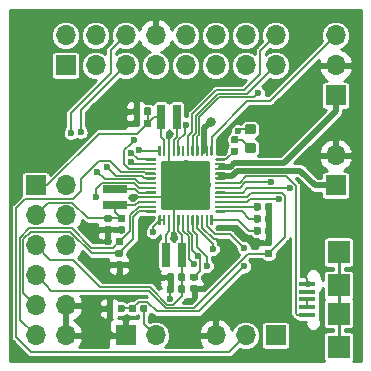
<source format=gbr>
G04 #@! TF.GenerationSoftware,KiCad,Pcbnew,5.1.4+dfsg1-1*
G04 #@! TF.CreationDate,2019-09-03T18:12:51+09:00*
G04 #@! TF.ProjectId,axp192breakout,61787031-3932-4627-9265-616b6f75742e,rev?*
G04 #@! TF.SameCoordinates,Original*
G04 #@! TF.FileFunction,Copper,L1,Top*
G04 #@! TF.FilePolarity,Positive*
%FSLAX46Y46*%
G04 Gerber Fmt 4.6, Leading zero omitted, Abs format (unit mm)*
G04 Created by KiCad (PCBNEW 5.1.4+dfsg1-1) date 2019-09-03 18:12:51*
%MOMM*%
%LPD*%
G04 APERTURE LIST*
%ADD10O,1.700000X1.700000*%
%ADD11R,1.700000X1.700000*%
%ADD12C,0.100000*%
%ADD13C,0.590000*%
%ADD14R,1.400000X0.400000*%
%ADD15R,1.900000X1.900000*%
%ADD16R,0.650000X2.000000*%
%ADD17R,2.000000X0.650000*%
%ADD18C,0.200000*%
%ADD19C,0.500000*%
%ADD20C,4.200000*%
%ADD21C,0.875000*%
%ADD22C,0.600000*%
%ADD23C,0.800000*%
%ADD24C,0.160000*%
%ADD25C,0.500000*%
%ADD26C,0.250000*%
%ADD27C,0.254000*%
G04 APERTURE END LIST*
D10*
X96520000Y-124460000D03*
X99060000Y-124460000D03*
D11*
X101600000Y-124460000D03*
D12*
G36*
X94886958Y-120190710D02*
G01*
X94901276Y-120192834D01*
X94915317Y-120196351D01*
X94928946Y-120201228D01*
X94942031Y-120207417D01*
X94954447Y-120214858D01*
X94966073Y-120223481D01*
X94976798Y-120233202D01*
X94986519Y-120243927D01*
X94995142Y-120255553D01*
X95002583Y-120267969D01*
X95008772Y-120281054D01*
X95013649Y-120294683D01*
X95017166Y-120308724D01*
X95019290Y-120323042D01*
X95020000Y-120337500D01*
X95020000Y-120632500D01*
X95019290Y-120646958D01*
X95017166Y-120661276D01*
X95013649Y-120675317D01*
X95008772Y-120688946D01*
X95002583Y-120702031D01*
X94995142Y-120714447D01*
X94986519Y-120726073D01*
X94976798Y-120736798D01*
X94966073Y-120746519D01*
X94954447Y-120755142D01*
X94942031Y-120762583D01*
X94928946Y-120768772D01*
X94915317Y-120773649D01*
X94901276Y-120777166D01*
X94886958Y-120779290D01*
X94872500Y-120780000D01*
X94527500Y-120780000D01*
X94513042Y-120779290D01*
X94498724Y-120777166D01*
X94484683Y-120773649D01*
X94471054Y-120768772D01*
X94457969Y-120762583D01*
X94445553Y-120755142D01*
X94433927Y-120746519D01*
X94423202Y-120736798D01*
X94413481Y-120726073D01*
X94404858Y-120714447D01*
X94397417Y-120702031D01*
X94391228Y-120688946D01*
X94386351Y-120675317D01*
X94382834Y-120661276D01*
X94380710Y-120646958D01*
X94380000Y-120632500D01*
X94380000Y-120337500D01*
X94380710Y-120323042D01*
X94382834Y-120308724D01*
X94386351Y-120294683D01*
X94391228Y-120281054D01*
X94397417Y-120267969D01*
X94404858Y-120255553D01*
X94413481Y-120243927D01*
X94423202Y-120233202D01*
X94433927Y-120223481D01*
X94445553Y-120214858D01*
X94457969Y-120207417D01*
X94471054Y-120201228D01*
X94484683Y-120196351D01*
X94498724Y-120192834D01*
X94513042Y-120190710D01*
X94527500Y-120190000D01*
X94872500Y-120190000D01*
X94886958Y-120190710D01*
X94886958Y-120190710D01*
G37*
D13*
X94700000Y-120485000D03*
D12*
G36*
X94886958Y-119220710D02*
G01*
X94901276Y-119222834D01*
X94915317Y-119226351D01*
X94928946Y-119231228D01*
X94942031Y-119237417D01*
X94954447Y-119244858D01*
X94966073Y-119253481D01*
X94976798Y-119263202D01*
X94986519Y-119273927D01*
X94995142Y-119285553D01*
X95002583Y-119297969D01*
X95008772Y-119311054D01*
X95013649Y-119324683D01*
X95017166Y-119338724D01*
X95019290Y-119353042D01*
X95020000Y-119367500D01*
X95020000Y-119662500D01*
X95019290Y-119676958D01*
X95017166Y-119691276D01*
X95013649Y-119705317D01*
X95008772Y-119718946D01*
X95002583Y-119732031D01*
X94995142Y-119744447D01*
X94986519Y-119756073D01*
X94976798Y-119766798D01*
X94966073Y-119776519D01*
X94954447Y-119785142D01*
X94942031Y-119792583D01*
X94928946Y-119798772D01*
X94915317Y-119803649D01*
X94901276Y-119807166D01*
X94886958Y-119809290D01*
X94872500Y-119810000D01*
X94527500Y-119810000D01*
X94513042Y-119809290D01*
X94498724Y-119807166D01*
X94484683Y-119803649D01*
X94471054Y-119798772D01*
X94457969Y-119792583D01*
X94445553Y-119785142D01*
X94433927Y-119776519D01*
X94423202Y-119766798D01*
X94413481Y-119756073D01*
X94404858Y-119744447D01*
X94397417Y-119732031D01*
X94391228Y-119718946D01*
X94386351Y-119705317D01*
X94382834Y-119691276D01*
X94380710Y-119676958D01*
X94380000Y-119662500D01*
X94380000Y-119367500D01*
X94380710Y-119353042D01*
X94382834Y-119338724D01*
X94386351Y-119324683D01*
X94391228Y-119311054D01*
X94397417Y-119297969D01*
X94404858Y-119285553D01*
X94413481Y-119273927D01*
X94423202Y-119263202D01*
X94433927Y-119253481D01*
X94445553Y-119244858D01*
X94457969Y-119237417D01*
X94471054Y-119231228D01*
X94484683Y-119226351D01*
X94498724Y-119222834D01*
X94513042Y-119220710D01*
X94527500Y-119220000D01*
X94872500Y-119220000D01*
X94886958Y-119220710D01*
X94886958Y-119220710D01*
G37*
D13*
X94700000Y-119515000D03*
D10*
X91440000Y-124460000D03*
D11*
X88900000Y-124460000D03*
D12*
G36*
X90613758Y-121854710D02*
G01*
X90628076Y-121856834D01*
X90642117Y-121860351D01*
X90655746Y-121865228D01*
X90668831Y-121871417D01*
X90681247Y-121878858D01*
X90692873Y-121887481D01*
X90703598Y-121897202D01*
X90713319Y-121907927D01*
X90721942Y-121919553D01*
X90729383Y-121931969D01*
X90735572Y-121945054D01*
X90740449Y-121958683D01*
X90743966Y-121972724D01*
X90746090Y-121987042D01*
X90746800Y-122001500D01*
X90746800Y-122346500D01*
X90746090Y-122360958D01*
X90743966Y-122375276D01*
X90740449Y-122389317D01*
X90735572Y-122402946D01*
X90729383Y-122416031D01*
X90721942Y-122428447D01*
X90713319Y-122440073D01*
X90703598Y-122450798D01*
X90692873Y-122460519D01*
X90681247Y-122469142D01*
X90668831Y-122476583D01*
X90655746Y-122482772D01*
X90642117Y-122487649D01*
X90628076Y-122491166D01*
X90613758Y-122493290D01*
X90599300Y-122494000D01*
X90304300Y-122494000D01*
X90289842Y-122493290D01*
X90275524Y-122491166D01*
X90261483Y-122487649D01*
X90247854Y-122482772D01*
X90234769Y-122476583D01*
X90222353Y-122469142D01*
X90210727Y-122460519D01*
X90200002Y-122450798D01*
X90190281Y-122440073D01*
X90181658Y-122428447D01*
X90174217Y-122416031D01*
X90168028Y-122402946D01*
X90163151Y-122389317D01*
X90159634Y-122375276D01*
X90157510Y-122360958D01*
X90156800Y-122346500D01*
X90156800Y-122001500D01*
X90157510Y-121987042D01*
X90159634Y-121972724D01*
X90163151Y-121958683D01*
X90168028Y-121945054D01*
X90174217Y-121931969D01*
X90181658Y-121919553D01*
X90190281Y-121907927D01*
X90200002Y-121897202D01*
X90210727Y-121887481D01*
X90222353Y-121878858D01*
X90234769Y-121871417D01*
X90247854Y-121865228D01*
X90261483Y-121860351D01*
X90275524Y-121856834D01*
X90289842Y-121854710D01*
X90304300Y-121854000D01*
X90599300Y-121854000D01*
X90613758Y-121854710D01*
X90613758Y-121854710D01*
G37*
D13*
X90451800Y-122174000D03*
D12*
G36*
X89643758Y-121854710D02*
G01*
X89658076Y-121856834D01*
X89672117Y-121860351D01*
X89685746Y-121865228D01*
X89698831Y-121871417D01*
X89711247Y-121878858D01*
X89722873Y-121887481D01*
X89733598Y-121897202D01*
X89743319Y-121907927D01*
X89751942Y-121919553D01*
X89759383Y-121931969D01*
X89765572Y-121945054D01*
X89770449Y-121958683D01*
X89773966Y-121972724D01*
X89776090Y-121987042D01*
X89776800Y-122001500D01*
X89776800Y-122346500D01*
X89776090Y-122360958D01*
X89773966Y-122375276D01*
X89770449Y-122389317D01*
X89765572Y-122402946D01*
X89759383Y-122416031D01*
X89751942Y-122428447D01*
X89743319Y-122440073D01*
X89733598Y-122450798D01*
X89722873Y-122460519D01*
X89711247Y-122469142D01*
X89698831Y-122476583D01*
X89685746Y-122482772D01*
X89672117Y-122487649D01*
X89658076Y-122491166D01*
X89643758Y-122493290D01*
X89629300Y-122494000D01*
X89334300Y-122494000D01*
X89319842Y-122493290D01*
X89305524Y-122491166D01*
X89291483Y-122487649D01*
X89277854Y-122482772D01*
X89264769Y-122476583D01*
X89252353Y-122469142D01*
X89240727Y-122460519D01*
X89230002Y-122450798D01*
X89220281Y-122440073D01*
X89211658Y-122428447D01*
X89204217Y-122416031D01*
X89198028Y-122402946D01*
X89193151Y-122389317D01*
X89189634Y-122375276D01*
X89187510Y-122360958D01*
X89186800Y-122346500D01*
X89186800Y-122001500D01*
X89187510Y-121987042D01*
X89189634Y-121972724D01*
X89193151Y-121958683D01*
X89198028Y-121945054D01*
X89204217Y-121931969D01*
X89211658Y-121919553D01*
X89220281Y-121907927D01*
X89230002Y-121897202D01*
X89240727Y-121887481D01*
X89252353Y-121878858D01*
X89264769Y-121871417D01*
X89277854Y-121865228D01*
X89291483Y-121860351D01*
X89305524Y-121856834D01*
X89319842Y-121854710D01*
X89334300Y-121854000D01*
X89629300Y-121854000D01*
X89643758Y-121854710D01*
X89643758Y-121854710D01*
G37*
D13*
X89481800Y-122174000D03*
D12*
G36*
X87713358Y-121854710D02*
G01*
X87727676Y-121856834D01*
X87741717Y-121860351D01*
X87755346Y-121865228D01*
X87768431Y-121871417D01*
X87780847Y-121878858D01*
X87792473Y-121887481D01*
X87803198Y-121897202D01*
X87812919Y-121907927D01*
X87821542Y-121919553D01*
X87828983Y-121931969D01*
X87835172Y-121945054D01*
X87840049Y-121958683D01*
X87843566Y-121972724D01*
X87845690Y-121987042D01*
X87846400Y-122001500D01*
X87846400Y-122346500D01*
X87845690Y-122360958D01*
X87843566Y-122375276D01*
X87840049Y-122389317D01*
X87835172Y-122402946D01*
X87828983Y-122416031D01*
X87821542Y-122428447D01*
X87812919Y-122440073D01*
X87803198Y-122450798D01*
X87792473Y-122460519D01*
X87780847Y-122469142D01*
X87768431Y-122476583D01*
X87755346Y-122482772D01*
X87741717Y-122487649D01*
X87727676Y-122491166D01*
X87713358Y-122493290D01*
X87698900Y-122494000D01*
X87403900Y-122494000D01*
X87389442Y-122493290D01*
X87375124Y-122491166D01*
X87361083Y-122487649D01*
X87347454Y-122482772D01*
X87334369Y-122476583D01*
X87321953Y-122469142D01*
X87310327Y-122460519D01*
X87299602Y-122450798D01*
X87289881Y-122440073D01*
X87281258Y-122428447D01*
X87273817Y-122416031D01*
X87267628Y-122402946D01*
X87262751Y-122389317D01*
X87259234Y-122375276D01*
X87257110Y-122360958D01*
X87256400Y-122346500D01*
X87256400Y-122001500D01*
X87257110Y-121987042D01*
X87259234Y-121972724D01*
X87262751Y-121958683D01*
X87267628Y-121945054D01*
X87273817Y-121931969D01*
X87281258Y-121919553D01*
X87289881Y-121907927D01*
X87299602Y-121897202D01*
X87310327Y-121887481D01*
X87321953Y-121878858D01*
X87334369Y-121871417D01*
X87347454Y-121865228D01*
X87361083Y-121860351D01*
X87375124Y-121856834D01*
X87389442Y-121854710D01*
X87403900Y-121854000D01*
X87698900Y-121854000D01*
X87713358Y-121854710D01*
X87713358Y-121854710D01*
G37*
D13*
X87551400Y-122174000D03*
D12*
G36*
X88683358Y-121854710D02*
G01*
X88697676Y-121856834D01*
X88711717Y-121860351D01*
X88725346Y-121865228D01*
X88738431Y-121871417D01*
X88750847Y-121878858D01*
X88762473Y-121887481D01*
X88773198Y-121897202D01*
X88782919Y-121907927D01*
X88791542Y-121919553D01*
X88798983Y-121931969D01*
X88805172Y-121945054D01*
X88810049Y-121958683D01*
X88813566Y-121972724D01*
X88815690Y-121987042D01*
X88816400Y-122001500D01*
X88816400Y-122346500D01*
X88815690Y-122360958D01*
X88813566Y-122375276D01*
X88810049Y-122389317D01*
X88805172Y-122402946D01*
X88798983Y-122416031D01*
X88791542Y-122428447D01*
X88782919Y-122440073D01*
X88773198Y-122450798D01*
X88762473Y-122460519D01*
X88750847Y-122469142D01*
X88738431Y-122476583D01*
X88725346Y-122482772D01*
X88711717Y-122487649D01*
X88697676Y-122491166D01*
X88683358Y-122493290D01*
X88668900Y-122494000D01*
X88373900Y-122494000D01*
X88359442Y-122493290D01*
X88345124Y-122491166D01*
X88331083Y-122487649D01*
X88317454Y-122482772D01*
X88304369Y-122476583D01*
X88291953Y-122469142D01*
X88280327Y-122460519D01*
X88269602Y-122450798D01*
X88259881Y-122440073D01*
X88251258Y-122428447D01*
X88243817Y-122416031D01*
X88237628Y-122402946D01*
X88232751Y-122389317D01*
X88229234Y-122375276D01*
X88227110Y-122360958D01*
X88226400Y-122346500D01*
X88226400Y-122001500D01*
X88227110Y-121987042D01*
X88229234Y-121972724D01*
X88232751Y-121958683D01*
X88237628Y-121945054D01*
X88243817Y-121931969D01*
X88251258Y-121919553D01*
X88259881Y-121907927D01*
X88269602Y-121897202D01*
X88280327Y-121887481D01*
X88291953Y-121878858D01*
X88304369Y-121871417D01*
X88317454Y-121865228D01*
X88331083Y-121860351D01*
X88345124Y-121856834D01*
X88359442Y-121854710D01*
X88373900Y-121854000D01*
X88668900Y-121854000D01*
X88683358Y-121854710D01*
X88683358Y-121854710D01*
G37*
D13*
X88521400Y-122174000D03*
D12*
G36*
X101177358Y-116279150D02*
G01*
X101191676Y-116281274D01*
X101205717Y-116284791D01*
X101219346Y-116289668D01*
X101232431Y-116295857D01*
X101244847Y-116303298D01*
X101256473Y-116311921D01*
X101267198Y-116321642D01*
X101276919Y-116332367D01*
X101285542Y-116343993D01*
X101292983Y-116356409D01*
X101299172Y-116369494D01*
X101304049Y-116383123D01*
X101307566Y-116397164D01*
X101309690Y-116411482D01*
X101310400Y-116425940D01*
X101310400Y-116720940D01*
X101309690Y-116735398D01*
X101307566Y-116749716D01*
X101304049Y-116763757D01*
X101299172Y-116777386D01*
X101292983Y-116790471D01*
X101285542Y-116802887D01*
X101276919Y-116814513D01*
X101267198Y-116825238D01*
X101256473Y-116834959D01*
X101244847Y-116843582D01*
X101232431Y-116851023D01*
X101219346Y-116857212D01*
X101205717Y-116862089D01*
X101191676Y-116865606D01*
X101177358Y-116867730D01*
X101162900Y-116868440D01*
X100817900Y-116868440D01*
X100803442Y-116867730D01*
X100789124Y-116865606D01*
X100775083Y-116862089D01*
X100761454Y-116857212D01*
X100748369Y-116851023D01*
X100735953Y-116843582D01*
X100724327Y-116834959D01*
X100713602Y-116825238D01*
X100703881Y-116814513D01*
X100695258Y-116802887D01*
X100687817Y-116790471D01*
X100681628Y-116777386D01*
X100676751Y-116763757D01*
X100673234Y-116749716D01*
X100671110Y-116735398D01*
X100670400Y-116720940D01*
X100670400Y-116425940D01*
X100671110Y-116411482D01*
X100673234Y-116397164D01*
X100676751Y-116383123D01*
X100681628Y-116369494D01*
X100687817Y-116356409D01*
X100695258Y-116343993D01*
X100703881Y-116332367D01*
X100713602Y-116321642D01*
X100724327Y-116311921D01*
X100735953Y-116303298D01*
X100748369Y-116295857D01*
X100761454Y-116289668D01*
X100775083Y-116284791D01*
X100789124Y-116281274D01*
X100803442Y-116279150D01*
X100817900Y-116278440D01*
X101162900Y-116278440D01*
X101177358Y-116279150D01*
X101177358Y-116279150D01*
G37*
D13*
X100990400Y-116573440D03*
D12*
G36*
X101177358Y-117249150D02*
G01*
X101191676Y-117251274D01*
X101205717Y-117254791D01*
X101219346Y-117259668D01*
X101232431Y-117265857D01*
X101244847Y-117273298D01*
X101256473Y-117281921D01*
X101267198Y-117291642D01*
X101276919Y-117302367D01*
X101285542Y-117313993D01*
X101292983Y-117326409D01*
X101299172Y-117339494D01*
X101304049Y-117353123D01*
X101307566Y-117367164D01*
X101309690Y-117381482D01*
X101310400Y-117395940D01*
X101310400Y-117690940D01*
X101309690Y-117705398D01*
X101307566Y-117719716D01*
X101304049Y-117733757D01*
X101299172Y-117747386D01*
X101292983Y-117760471D01*
X101285542Y-117772887D01*
X101276919Y-117784513D01*
X101267198Y-117795238D01*
X101256473Y-117804959D01*
X101244847Y-117813582D01*
X101232431Y-117821023D01*
X101219346Y-117827212D01*
X101205717Y-117832089D01*
X101191676Y-117835606D01*
X101177358Y-117837730D01*
X101162900Y-117838440D01*
X100817900Y-117838440D01*
X100803442Y-117837730D01*
X100789124Y-117835606D01*
X100775083Y-117832089D01*
X100761454Y-117827212D01*
X100748369Y-117821023D01*
X100735953Y-117813582D01*
X100724327Y-117804959D01*
X100713602Y-117795238D01*
X100703881Y-117784513D01*
X100695258Y-117772887D01*
X100687817Y-117760471D01*
X100681628Y-117747386D01*
X100676751Y-117733757D01*
X100673234Y-117719716D01*
X100671110Y-117705398D01*
X100670400Y-117690940D01*
X100670400Y-117395940D01*
X100671110Y-117381482D01*
X100673234Y-117367164D01*
X100676751Y-117353123D01*
X100681628Y-117339494D01*
X100687817Y-117326409D01*
X100695258Y-117313993D01*
X100703881Y-117302367D01*
X100713602Y-117291642D01*
X100724327Y-117281921D01*
X100735953Y-117273298D01*
X100748369Y-117265857D01*
X100761454Y-117259668D01*
X100775083Y-117254791D01*
X100789124Y-117251274D01*
X100803442Y-117249150D01*
X100817900Y-117248440D01*
X101162900Y-117248440D01*
X101177358Y-117249150D01*
X101177358Y-117249150D01*
G37*
D13*
X100990400Y-117543440D03*
D12*
G36*
X88538318Y-118191490D02*
G01*
X88552636Y-118193614D01*
X88566677Y-118197131D01*
X88580306Y-118202008D01*
X88593391Y-118208197D01*
X88605807Y-118215638D01*
X88617433Y-118224261D01*
X88628158Y-118233982D01*
X88637879Y-118244707D01*
X88646502Y-118256333D01*
X88653943Y-118268749D01*
X88660132Y-118281834D01*
X88665009Y-118295463D01*
X88668526Y-118309504D01*
X88670650Y-118323822D01*
X88671360Y-118338280D01*
X88671360Y-118633280D01*
X88670650Y-118647738D01*
X88668526Y-118662056D01*
X88665009Y-118676097D01*
X88660132Y-118689726D01*
X88653943Y-118702811D01*
X88646502Y-118715227D01*
X88637879Y-118726853D01*
X88628158Y-118737578D01*
X88617433Y-118747299D01*
X88605807Y-118755922D01*
X88593391Y-118763363D01*
X88580306Y-118769552D01*
X88566677Y-118774429D01*
X88552636Y-118777946D01*
X88538318Y-118780070D01*
X88523860Y-118780780D01*
X88178860Y-118780780D01*
X88164402Y-118780070D01*
X88150084Y-118777946D01*
X88136043Y-118774429D01*
X88122414Y-118769552D01*
X88109329Y-118763363D01*
X88096913Y-118755922D01*
X88085287Y-118747299D01*
X88074562Y-118737578D01*
X88064841Y-118726853D01*
X88056218Y-118715227D01*
X88048777Y-118702811D01*
X88042588Y-118689726D01*
X88037711Y-118676097D01*
X88034194Y-118662056D01*
X88032070Y-118647738D01*
X88031360Y-118633280D01*
X88031360Y-118338280D01*
X88032070Y-118323822D01*
X88034194Y-118309504D01*
X88037711Y-118295463D01*
X88042588Y-118281834D01*
X88048777Y-118268749D01*
X88056218Y-118256333D01*
X88064841Y-118244707D01*
X88074562Y-118233982D01*
X88085287Y-118224261D01*
X88096913Y-118215638D01*
X88109329Y-118208197D01*
X88122414Y-118202008D01*
X88136043Y-118197131D01*
X88150084Y-118193614D01*
X88164402Y-118191490D01*
X88178860Y-118190780D01*
X88523860Y-118190780D01*
X88538318Y-118191490D01*
X88538318Y-118191490D01*
G37*
D13*
X88351360Y-118485780D03*
D12*
G36*
X88538318Y-117221490D02*
G01*
X88552636Y-117223614D01*
X88566677Y-117227131D01*
X88580306Y-117232008D01*
X88593391Y-117238197D01*
X88605807Y-117245638D01*
X88617433Y-117254261D01*
X88628158Y-117263982D01*
X88637879Y-117274707D01*
X88646502Y-117286333D01*
X88653943Y-117298749D01*
X88660132Y-117311834D01*
X88665009Y-117325463D01*
X88668526Y-117339504D01*
X88670650Y-117353822D01*
X88671360Y-117368280D01*
X88671360Y-117663280D01*
X88670650Y-117677738D01*
X88668526Y-117692056D01*
X88665009Y-117706097D01*
X88660132Y-117719726D01*
X88653943Y-117732811D01*
X88646502Y-117745227D01*
X88637879Y-117756853D01*
X88628158Y-117767578D01*
X88617433Y-117777299D01*
X88605807Y-117785922D01*
X88593391Y-117793363D01*
X88580306Y-117799552D01*
X88566677Y-117804429D01*
X88552636Y-117807946D01*
X88538318Y-117810070D01*
X88523860Y-117810780D01*
X88178860Y-117810780D01*
X88164402Y-117810070D01*
X88150084Y-117807946D01*
X88136043Y-117804429D01*
X88122414Y-117799552D01*
X88109329Y-117793363D01*
X88096913Y-117785922D01*
X88085287Y-117777299D01*
X88074562Y-117767578D01*
X88064841Y-117756853D01*
X88056218Y-117745227D01*
X88048777Y-117732811D01*
X88042588Y-117719726D01*
X88037711Y-117706097D01*
X88034194Y-117692056D01*
X88032070Y-117677738D01*
X88031360Y-117663280D01*
X88031360Y-117368280D01*
X88032070Y-117353822D01*
X88034194Y-117339504D01*
X88037711Y-117325463D01*
X88042588Y-117311834D01*
X88048777Y-117298749D01*
X88056218Y-117286333D01*
X88064841Y-117274707D01*
X88074562Y-117263982D01*
X88085287Y-117254261D01*
X88096913Y-117245638D01*
X88109329Y-117238197D01*
X88122414Y-117232008D01*
X88136043Y-117227131D01*
X88150084Y-117223614D01*
X88164402Y-117221490D01*
X88178860Y-117220780D01*
X88523860Y-117220780D01*
X88538318Y-117221490D01*
X88538318Y-117221490D01*
G37*
D13*
X88351360Y-117515780D03*
D12*
G36*
X87573658Y-116182890D02*
G01*
X87587976Y-116185014D01*
X87602017Y-116188531D01*
X87615646Y-116193408D01*
X87628731Y-116199597D01*
X87641147Y-116207038D01*
X87652773Y-116215661D01*
X87663498Y-116225382D01*
X87673219Y-116236107D01*
X87681842Y-116247733D01*
X87689283Y-116260149D01*
X87695472Y-116273234D01*
X87700349Y-116286863D01*
X87703866Y-116300904D01*
X87705990Y-116315222D01*
X87706700Y-116329680D01*
X87706700Y-116674680D01*
X87705990Y-116689138D01*
X87703866Y-116703456D01*
X87700349Y-116717497D01*
X87695472Y-116731126D01*
X87689283Y-116744211D01*
X87681842Y-116756627D01*
X87673219Y-116768253D01*
X87663498Y-116778978D01*
X87652773Y-116788699D01*
X87641147Y-116797322D01*
X87628731Y-116804763D01*
X87615646Y-116810952D01*
X87602017Y-116815829D01*
X87587976Y-116819346D01*
X87573658Y-116821470D01*
X87559200Y-116822180D01*
X87264200Y-116822180D01*
X87249742Y-116821470D01*
X87235424Y-116819346D01*
X87221383Y-116815829D01*
X87207754Y-116810952D01*
X87194669Y-116804763D01*
X87182253Y-116797322D01*
X87170627Y-116788699D01*
X87159902Y-116778978D01*
X87150181Y-116768253D01*
X87141558Y-116756627D01*
X87134117Y-116744211D01*
X87127928Y-116731126D01*
X87123051Y-116717497D01*
X87119534Y-116703456D01*
X87117410Y-116689138D01*
X87116700Y-116674680D01*
X87116700Y-116329680D01*
X87117410Y-116315222D01*
X87119534Y-116300904D01*
X87123051Y-116286863D01*
X87127928Y-116273234D01*
X87134117Y-116260149D01*
X87141558Y-116247733D01*
X87150181Y-116236107D01*
X87159902Y-116225382D01*
X87170627Y-116215661D01*
X87182253Y-116207038D01*
X87194669Y-116199597D01*
X87207754Y-116193408D01*
X87221383Y-116188531D01*
X87235424Y-116185014D01*
X87249742Y-116182890D01*
X87264200Y-116182180D01*
X87559200Y-116182180D01*
X87573658Y-116182890D01*
X87573658Y-116182890D01*
G37*
D13*
X87411700Y-116502180D03*
D12*
G36*
X88543658Y-116182890D02*
G01*
X88557976Y-116185014D01*
X88572017Y-116188531D01*
X88585646Y-116193408D01*
X88598731Y-116199597D01*
X88611147Y-116207038D01*
X88622773Y-116215661D01*
X88633498Y-116225382D01*
X88643219Y-116236107D01*
X88651842Y-116247733D01*
X88659283Y-116260149D01*
X88665472Y-116273234D01*
X88670349Y-116286863D01*
X88673866Y-116300904D01*
X88675990Y-116315222D01*
X88676700Y-116329680D01*
X88676700Y-116674680D01*
X88675990Y-116689138D01*
X88673866Y-116703456D01*
X88670349Y-116717497D01*
X88665472Y-116731126D01*
X88659283Y-116744211D01*
X88651842Y-116756627D01*
X88643219Y-116768253D01*
X88633498Y-116778978D01*
X88622773Y-116788699D01*
X88611147Y-116797322D01*
X88598731Y-116804763D01*
X88585646Y-116810952D01*
X88572017Y-116815829D01*
X88557976Y-116819346D01*
X88543658Y-116821470D01*
X88529200Y-116822180D01*
X88234200Y-116822180D01*
X88219742Y-116821470D01*
X88205424Y-116819346D01*
X88191383Y-116815829D01*
X88177754Y-116810952D01*
X88164669Y-116804763D01*
X88152253Y-116797322D01*
X88140627Y-116788699D01*
X88129902Y-116778978D01*
X88120181Y-116768253D01*
X88111558Y-116756627D01*
X88104117Y-116744211D01*
X88097928Y-116731126D01*
X88093051Y-116717497D01*
X88089534Y-116703456D01*
X88087410Y-116689138D01*
X88086700Y-116674680D01*
X88086700Y-116329680D01*
X88087410Y-116315222D01*
X88089534Y-116300904D01*
X88093051Y-116286863D01*
X88097928Y-116273234D01*
X88104117Y-116260149D01*
X88111558Y-116247733D01*
X88120181Y-116236107D01*
X88129902Y-116225382D01*
X88140627Y-116215661D01*
X88152253Y-116207038D01*
X88164669Y-116199597D01*
X88177754Y-116193408D01*
X88191383Y-116188531D01*
X88205424Y-116185014D01*
X88219742Y-116182890D01*
X88234200Y-116182180D01*
X88529200Y-116182180D01*
X88543658Y-116182890D01*
X88543658Y-116182890D01*
G37*
D13*
X88381700Y-116502180D03*
D14*
X104284000Y-122712000D03*
X104284000Y-122062000D03*
X104284000Y-121412000D03*
X104284000Y-120762000D03*
X104284000Y-120112000D03*
D15*
X106934000Y-125412000D03*
X106934000Y-122612000D03*
X106934000Y-120212000D03*
X106934000Y-117412000D03*
D16*
X93651700Y-117652800D03*
X92301700Y-117652800D03*
D17*
X88011000Y-113425600D03*
X88011000Y-112075600D03*
D16*
X91908000Y-105933240D03*
X93258000Y-105933240D03*
D10*
X83820000Y-124460000D03*
X81280000Y-124460000D03*
X83820000Y-121920000D03*
X81280000Y-121920000D03*
X83820000Y-119380000D03*
X81280000Y-119380000D03*
X83820000Y-116840000D03*
X81280000Y-116840000D03*
X83820000Y-114300000D03*
X81280000Y-114300000D03*
X83820000Y-111760000D03*
D11*
X81280000Y-111760000D03*
D12*
G36*
X91834901Y-108385241D02*
G01*
X91839755Y-108385961D01*
X91844514Y-108387153D01*
X91849134Y-108388806D01*
X91853570Y-108390904D01*
X91857779Y-108393427D01*
X91861720Y-108396349D01*
X91865355Y-108399645D01*
X91868651Y-108403280D01*
X91871573Y-108407221D01*
X91874096Y-108411430D01*
X91876194Y-108415866D01*
X91877847Y-108420486D01*
X91879039Y-108425245D01*
X91879759Y-108430099D01*
X91880000Y-108435000D01*
X91880000Y-109185000D01*
X91879759Y-109189901D01*
X91879039Y-109194755D01*
X91877847Y-109199514D01*
X91876194Y-109204134D01*
X91874096Y-109208570D01*
X91871573Y-109212779D01*
X91868651Y-109216720D01*
X91865355Y-109220355D01*
X91861720Y-109223651D01*
X91857779Y-109226573D01*
X91853570Y-109229096D01*
X91849134Y-109231194D01*
X91844514Y-109232847D01*
X91839755Y-109234039D01*
X91834901Y-109234759D01*
X91830000Y-109235000D01*
X91730000Y-109235000D01*
X91725099Y-109234759D01*
X91720245Y-109234039D01*
X91715486Y-109232847D01*
X91710866Y-109231194D01*
X91706430Y-109229096D01*
X91702221Y-109226573D01*
X91698280Y-109223651D01*
X91694645Y-109220355D01*
X91691349Y-109216720D01*
X91688427Y-109212779D01*
X91685904Y-109208570D01*
X91683806Y-109204134D01*
X91682153Y-109199514D01*
X91680961Y-109194755D01*
X91680241Y-109189901D01*
X91680000Y-109185000D01*
X91680000Y-108435000D01*
X91680241Y-108430099D01*
X91680961Y-108425245D01*
X91682153Y-108420486D01*
X91683806Y-108415866D01*
X91685904Y-108411430D01*
X91688427Y-108407221D01*
X91691349Y-108403280D01*
X91694645Y-108399645D01*
X91698280Y-108396349D01*
X91702221Y-108393427D01*
X91706430Y-108390904D01*
X91710866Y-108388806D01*
X91715486Y-108387153D01*
X91720245Y-108385961D01*
X91725099Y-108385241D01*
X91730000Y-108385000D01*
X91830000Y-108385000D01*
X91834901Y-108385241D01*
X91834901Y-108385241D01*
G37*
D18*
X91780000Y-108810000D03*
D12*
G36*
X92234901Y-108385241D02*
G01*
X92239755Y-108385961D01*
X92244514Y-108387153D01*
X92249134Y-108388806D01*
X92253570Y-108390904D01*
X92257779Y-108393427D01*
X92261720Y-108396349D01*
X92265355Y-108399645D01*
X92268651Y-108403280D01*
X92271573Y-108407221D01*
X92274096Y-108411430D01*
X92276194Y-108415866D01*
X92277847Y-108420486D01*
X92279039Y-108425245D01*
X92279759Y-108430099D01*
X92280000Y-108435000D01*
X92280000Y-109185000D01*
X92279759Y-109189901D01*
X92279039Y-109194755D01*
X92277847Y-109199514D01*
X92276194Y-109204134D01*
X92274096Y-109208570D01*
X92271573Y-109212779D01*
X92268651Y-109216720D01*
X92265355Y-109220355D01*
X92261720Y-109223651D01*
X92257779Y-109226573D01*
X92253570Y-109229096D01*
X92249134Y-109231194D01*
X92244514Y-109232847D01*
X92239755Y-109234039D01*
X92234901Y-109234759D01*
X92230000Y-109235000D01*
X92130000Y-109235000D01*
X92125099Y-109234759D01*
X92120245Y-109234039D01*
X92115486Y-109232847D01*
X92110866Y-109231194D01*
X92106430Y-109229096D01*
X92102221Y-109226573D01*
X92098280Y-109223651D01*
X92094645Y-109220355D01*
X92091349Y-109216720D01*
X92088427Y-109212779D01*
X92085904Y-109208570D01*
X92083806Y-109204134D01*
X92082153Y-109199514D01*
X92080961Y-109194755D01*
X92080241Y-109189901D01*
X92080000Y-109185000D01*
X92080000Y-108435000D01*
X92080241Y-108430099D01*
X92080961Y-108425245D01*
X92082153Y-108420486D01*
X92083806Y-108415866D01*
X92085904Y-108411430D01*
X92088427Y-108407221D01*
X92091349Y-108403280D01*
X92094645Y-108399645D01*
X92098280Y-108396349D01*
X92102221Y-108393427D01*
X92106430Y-108390904D01*
X92110866Y-108388806D01*
X92115486Y-108387153D01*
X92120245Y-108385961D01*
X92125099Y-108385241D01*
X92130000Y-108385000D01*
X92230000Y-108385000D01*
X92234901Y-108385241D01*
X92234901Y-108385241D01*
G37*
D18*
X92180000Y-108810000D03*
D12*
G36*
X92634901Y-108385241D02*
G01*
X92639755Y-108385961D01*
X92644514Y-108387153D01*
X92649134Y-108388806D01*
X92653570Y-108390904D01*
X92657779Y-108393427D01*
X92661720Y-108396349D01*
X92665355Y-108399645D01*
X92668651Y-108403280D01*
X92671573Y-108407221D01*
X92674096Y-108411430D01*
X92676194Y-108415866D01*
X92677847Y-108420486D01*
X92679039Y-108425245D01*
X92679759Y-108430099D01*
X92680000Y-108435000D01*
X92680000Y-109185000D01*
X92679759Y-109189901D01*
X92679039Y-109194755D01*
X92677847Y-109199514D01*
X92676194Y-109204134D01*
X92674096Y-109208570D01*
X92671573Y-109212779D01*
X92668651Y-109216720D01*
X92665355Y-109220355D01*
X92661720Y-109223651D01*
X92657779Y-109226573D01*
X92653570Y-109229096D01*
X92649134Y-109231194D01*
X92644514Y-109232847D01*
X92639755Y-109234039D01*
X92634901Y-109234759D01*
X92630000Y-109235000D01*
X92530000Y-109235000D01*
X92525099Y-109234759D01*
X92520245Y-109234039D01*
X92515486Y-109232847D01*
X92510866Y-109231194D01*
X92506430Y-109229096D01*
X92502221Y-109226573D01*
X92498280Y-109223651D01*
X92494645Y-109220355D01*
X92491349Y-109216720D01*
X92488427Y-109212779D01*
X92485904Y-109208570D01*
X92483806Y-109204134D01*
X92482153Y-109199514D01*
X92480961Y-109194755D01*
X92480241Y-109189901D01*
X92480000Y-109185000D01*
X92480000Y-108435000D01*
X92480241Y-108430099D01*
X92480961Y-108425245D01*
X92482153Y-108420486D01*
X92483806Y-108415866D01*
X92485904Y-108411430D01*
X92488427Y-108407221D01*
X92491349Y-108403280D01*
X92494645Y-108399645D01*
X92498280Y-108396349D01*
X92502221Y-108393427D01*
X92506430Y-108390904D01*
X92510866Y-108388806D01*
X92515486Y-108387153D01*
X92520245Y-108385961D01*
X92525099Y-108385241D01*
X92530000Y-108385000D01*
X92630000Y-108385000D01*
X92634901Y-108385241D01*
X92634901Y-108385241D01*
G37*
D18*
X92580000Y-108810000D03*
D12*
G36*
X93034901Y-108385241D02*
G01*
X93039755Y-108385961D01*
X93044514Y-108387153D01*
X93049134Y-108388806D01*
X93053570Y-108390904D01*
X93057779Y-108393427D01*
X93061720Y-108396349D01*
X93065355Y-108399645D01*
X93068651Y-108403280D01*
X93071573Y-108407221D01*
X93074096Y-108411430D01*
X93076194Y-108415866D01*
X93077847Y-108420486D01*
X93079039Y-108425245D01*
X93079759Y-108430099D01*
X93080000Y-108435000D01*
X93080000Y-109185000D01*
X93079759Y-109189901D01*
X93079039Y-109194755D01*
X93077847Y-109199514D01*
X93076194Y-109204134D01*
X93074096Y-109208570D01*
X93071573Y-109212779D01*
X93068651Y-109216720D01*
X93065355Y-109220355D01*
X93061720Y-109223651D01*
X93057779Y-109226573D01*
X93053570Y-109229096D01*
X93049134Y-109231194D01*
X93044514Y-109232847D01*
X93039755Y-109234039D01*
X93034901Y-109234759D01*
X93030000Y-109235000D01*
X92930000Y-109235000D01*
X92925099Y-109234759D01*
X92920245Y-109234039D01*
X92915486Y-109232847D01*
X92910866Y-109231194D01*
X92906430Y-109229096D01*
X92902221Y-109226573D01*
X92898280Y-109223651D01*
X92894645Y-109220355D01*
X92891349Y-109216720D01*
X92888427Y-109212779D01*
X92885904Y-109208570D01*
X92883806Y-109204134D01*
X92882153Y-109199514D01*
X92880961Y-109194755D01*
X92880241Y-109189901D01*
X92880000Y-109185000D01*
X92880000Y-108435000D01*
X92880241Y-108430099D01*
X92880961Y-108425245D01*
X92882153Y-108420486D01*
X92883806Y-108415866D01*
X92885904Y-108411430D01*
X92888427Y-108407221D01*
X92891349Y-108403280D01*
X92894645Y-108399645D01*
X92898280Y-108396349D01*
X92902221Y-108393427D01*
X92906430Y-108390904D01*
X92910866Y-108388806D01*
X92915486Y-108387153D01*
X92920245Y-108385961D01*
X92925099Y-108385241D01*
X92930000Y-108385000D01*
X93030000Y-108385000D01*
X93034901Y-108385241D01*
X93034901Y-108385241D01*
G37*
D18*
X92980000Y-108810000D03*
D12*
G36*
X93434901Y-108385241D02*
G01*
X93439755Y-108385961D01*
X93444514Y-108387153D01*
X93449134Y-108388806D01*
X93453570Y-108390904D01*
X93457779Y-108393427D01*
X93461720Y-108396349D01*
X93465355Y-108399645D01*
X93468651Y-108403280D01*
X93471573Y-108407221D01*
X93474096Y-108411430D01*
X93476194Y-108415866D01*
X93477847Y-108420486D01*
X93479039Y-108425245D01*
X93479759Y-108430099D01*
X93480000Y-108435000D01*
X93480000Y-109185000D01*
X93479759Y-109189901D01*
X93479039Y-109194755D01*
X93477847Y-109199514D01*
X93476194Y-109204134D01*
X93474096Y-109208570D01*
X93471573Y-109212779D01*
X93468651Y-109216720D01*
X93465355Y-109220355D01*
X93461720Y-109223651D01*
X93457779Y-109226573D01*
X93453570Y-109229096D01*
X93449134Y-109231194D01*
X93444514Y-109232847D01*
X93439755Y-109234039D01*
X93434901Y-109234759D01*
X93430000Y-109235000D01*
X93330000Y-109235000D01*
X93325099Y-109234759D01*
X93320245Y-109234039D01*
X93315486Y-109232847D01*
X93310866Y-109231194D01*
X93306430Y-109229096D01*
X93302221Y-109226573D01*
X93298280Y-109223651D01*
X93294645Y-109220355D01*
X93291349Y-109216720D01*
X93288427Y-109212779D01*
X93285904Y-109208570D01*
X93283806Y-109204134D01*
X93282153Y-109199514D01*
X93280961Y-109194755D01*
X93280241Y-109189901D01*
X93280000Y-109185000D01*
X93280000Y-108435000D01*
X93280241Y-108430099D01*
X93280961Y-108425245D01*
X93282153Y-108420486D01*
X93283806Y-108415866D01*
X93285904Y-108411430D01*
X93288427Y-108407221D01*
X93291349Y-108403280D01*
X93294645Y-108399645D01*
X93298280Y-108396349D01*
X93302221Y-108393427D01*
X93306430Y-108390904D01*
X93310866Y-108388806D01*
X93315486Y-108387153D01*
X93320245Y-108385961D01*
X93325099Y-108385241D01*
X93330000Y-108385000D01*
X93430000Y-108385000D01*
X93434901Y-108385241D01*
X93434901Y-108385241D01*
G37*
D18*
X93380000Y-108810000D03*
D12*
G36*
X93834901Y-108385241D02*
G01*
X93839755Y-108385961D01*
X93844514Y-108387153D01*
X93849134Y-108388806D01*
X93853570Y-108390904D01*
X93857779Y-108393427D01*
X93861720Y-108396349D01*
X93865355Y-108399645D01*
X93868651Y-108403280D01*
X93871573Y-108407221D01*
X93874096Y-108411430D01*
X93876194Y-108415866D01*
X93877847Y-108420486D01*
X93879039Y-108425245D01*
X93879759Y-108430099D01*
X93880000Y-108435000D01*
X93880000Y-109185000D01*
X93879759Y-109189901D01*
X93879039Y-109194755D01*
X93877847Y-109199514D01*
X93876194Y-109204134D01*
X93874096Y-109208570D01*
X93871573Y-109212779D01*
X93868651Y-109216720D01*
X93865355Y-109220355D01*
X93861720Y-109223651D01*
X93857779Y-109226573D01*
X93853570Y-109229096D01*
X93849134Y-109231194D01*
X93844514Y-109232847D01*
X93839755Y-109234039D01*
X93834901Y-109234759D01*
X93830000Y-109235000D01*
X93730000Y-109235000D01*
X93725099Y-109234759D01*
X93720245Y-109234039D01*
X93715486Y-109232847D01*
X93710866Y-109231194D01*
X93706430Y-109229096D01*
X93702221Y-109226573D01*
X93698280Y-109223651D01*
X93694645Y-109220355D01*
X93691349Y-109216720D01*
X93688427Y-109212779D01*
X93685904Y-109208570D01*
X93683806Y-109204134D01*
X93682153Y-109199514D01*
X93680961Y-109194755D01*
X93680241Y-109189901D01*
X93680000Y-109185000D01*
X93680000Y-108435000D01*
X93680241Y-108430099D01*
X93680961Y-108425245D01*
X93682153Y-108420486D01*
X93683806Y-108415866D01*
X93685904Y-108411430D01*
X93688427Y-108407221D01*
X93691349Y-108403280D01*
X93694645Y-108399645D01*
X93698280Y-108396349D01*
X93702221Y-108393427D01*
X93706430Y-108390904D01*
X93710866Y-108388806D01*
X93715486Y-108387153D01*
X93720245Y-108385961D01*
X93725099Y-108385241D01*
X93730000Y-108385000D01*
X93830000Y-108385000D01*
X93834901Y-108385241D01*
X93834901Y-108385241D01*
G37*
D18*
X93780000Y-108810000D03*
D12*
G36*
X94234901Y-108385241D02*
G01*
X94239755Y-108385961D01*
X94244514Y-108387153D01*
X94249134Y-108388806D01*
X94253570Y-108390904D01*
X94257779Y-108393427D01*
X94261720Y-108396349D01*
X94265355Y-108399645D01*
X94268651Y-108403280D01*
X94271573Y-108407221D01*
X94274096Y-108411430D01*
X94276194Y-108415866D01*
X94277847Y-108420486D01*
X94279039Y-108425245D01*
X94279759Y-108430099D01*
X94280000Y-108435000D01*
X94280000Y-109185000D01*
X94279759Y-109189901D01*
X94279039Y-109194755D01*
X94277847Y-109199514D01*
X94276194Y-109204134D01*
X94274096Y-109208570D01*
X94271573Y-109212779D01*
X94268651Y-109216720D01*
X94265355Y-109220355D01*
X94261720Y-109223651D01*
X94257779Y-109226573D01*
X94253570Y-109229096D01*
X94249134Y-109231194D01*
X94244514Y-109232847D01*
X94239755Y-109234039D01*
X94234901Y-109234759D01*
X94230000Y-109235000D01*
X94130000Y-109235000D01*
X94125099Y-109234759D01*
X94120245Y-109234039D01*
X94115486Y-109232847D01*
X94110866Y-109231194D01*
X94106430Y-109229096D01*
X94102221Y-109226573D01*
X94098280Y-109223651D01*
X94094645Y-109220355D01*
X94091349Y-109216720D01*
X94088427Y-109212779D01*
X94085904Y-109208570D01*
X94083806Y-109204134D01*
X94082153Y-109199514D01*
X94080961Y-109194755D01*
X94080241Y-109189901D01*
X94080000Y-109185000D01*
X94080000Y-108435000D01*
X94080241Y-108430099D01*
X94080961Y-108425245D01*
X94082153Y-108420486D01*
X94083806Y-108415866D01*
X94085904Y-108411430D01*
X94088427Y-108407221D01*
X94091349Y-108403280D01*
X94094645Y-108399645D01*
X94098280Y-108396349D01*
X94102221Y-108393427D01*
X94106430Y-108390904D01*
X94110866Y-108388806D01*
X94115486Y-108387153D01*
X94120245Y-108385961D01*
X94125099Y-108385241D01*
X94130000Y-108385000D01*
X94230000Y-108385000D01*
X94234901Y-108385241D01*
X94234901Y-108385241D01*
G37*
D18*
X94180000Y-108810000D03*
D12*
G36*
X94634901Y-108385241D02*
G01*
X94639755Y-108385961D01*
X94644514Y-108387153D01*
X94649134Y-108388806D01*
X94653570Y-108390904D01*
X94657779Y-108393427D01*
X94661720Y-108396349D01*
X94665355Y-108399645D01*
X94668651Y-108403280D01*
X94671573Y-108407221D01*
X94674096Y-108411430D01*
X94676194Y-108415866D01*
X94677847Y-108420486D01*
X94679039Y-108425245D01*
X94679759Y-108430099D01*
X94680000Y-108435000D01*
X94680000Y-109185000D01*
X94679759Y-109189901D01*
X94679039Y-109194755D01*
X94677847Y-109199514D01*
X94676194Y-109204134D01*
X94674096Y-109208570D01*
X94671573Y-109212779D01*
X94668651Y-109216720D01*
X94665355Y-109220355D01*
X94661720Y-109223651D01*
X94657779Y-109226573D01*
X94653570Y-109229096D01*
X94649134Y-109231194D01*
X94644514Y-109232847D01*
X94639755Y-109234039D01*
X94634901Y-109234759D01*
X94630000Y-109235000D01*
X94530000Y-109235000D01*
X94525099Y-109234759D01*
X94520245Y-109234039D01*
X94515486Y-109232847D01*
X94510866Y-109231194D01*
X94506430Y-109229096D01*
X94502221Y-109226573D01*
X94498280Y-109223651D01*
X94494645Y-109220355D01*
X94491349Y-109216720D01*
X94488427Y-109212779D01*
X94485904Y-109208570D01*
X94483806Y-109204134D01*
X94482153Y-109199514D01*
X94480961Y-109194755D01*
X94480241Y-109189901D01*
X94480000Y-109185000D01*
X94480000Y-108435000D01*
X94480241Y-108430099D01*
X94480961Y-108425245D01*
X94482153Y-108420486D01*
X94483806Y-108415866D01*
X94485904Y-108411430D01*
X94488427Y-108407221D01*
X94491349Y-108403280D01*
X94494645Y-108399645D01*
X94498280Y-108396349D01*
X94502221Y-108393427D01*
X94506430Y-108390904D01*
X94510866Y-108388806D01*
X94515486Y-108387153D01*
X94520245Y-108385961D01*
X94525099Y-108385241D01*
X94530000Y-108385000D01*
X94630000Y-108385000D01*
X94634901Y-108385241D01*
X94634901Y-108385241D01*
G37*
D18*
X94580000Y-108810000D03*
D12*
G36*
X95034901Y-108385241D02*
G01*
X95039755Y-108385961D01*
X95044514Y-108387153D01*
X95049134Y-108388806D01*
X95053570Y-108390904D01*
X95057779Y-108393427D01*
X95061720Y-108396349D01*
X95065355Y-108399645D01*
X95068651Y-108403280D01*
X95071573Y-108407221D01*
X95074096Y-108411430D01*
X95076194Y-108415866D01*
X95077847Y-108420486D01*
X95079039Y-108425245D01*
X95079759Y-108430099D01*
X95080000Y-108435000D01*
X95080000Y-109185000D01*
X95079759Y-109189901D01*
X95079039Y-109194755D01*
X95077847Y-109199514D01*
X95076194Y-109204134D01*
X95074096Y-109208570D01*
X95071573Y-109212779D01*
X95068651Y-109216720D01*
X95065355Y-109220355D01*
X95061720Y-109223651D01*
X95057779Y-109226573D01*
X95053570Y-109229096D01*
X95049134Y-109231194D01*
X95044514Y-109232847D01*
X95039755Y-109234039D01*
X95034901Y-109234759D01*
X95030000Y-109235000D01*
X94930000Y-109235000D01*
X94925099Y-109234759D01*
X94920245Y-109234039D01*
X94915486Y-109232847D01*
X94910866Y-109231194D01*
X94906430Y-109229096D01*
X94902221Y-109226573D01*
X94898280Y-109223651D01*
X94894645Y-109220355D01*
X94891349Y-109216720D01*
X94888427Y-109212779D01*
X94885904Y-109208570D01*
X94883806Y-109204134D01*
X94882153Y-109199514D01*
X94880961Y-109194755D01*
X94880241Y-109189901D01*
X94880000Y-109185000D01*
X94880000Y-108435000D01*
X94880241Y-108430099D01*
X94880961Y-108425245D01*
X94882153Y-108420486D01*
X94883806Y-108415866D01*
X94885904Y-108411430D01*
X94888427Y-108407221D01*
X94891349Y-108403280D01*
X94894645Y-108399645D01*
X94898280Y-108396349D01*
X94902221Y-108393427D01*
X94906430Y-108390904D01*
X94910866Y-108388806D01*
X94915486Y-108387153D01*
X94920245Y-108385961D01*
X94925099Y-108385241D01*
X94930000Y-108385000D01*
X95030000Y-108385000D01*
X95034901Y-108385241D01*
X95034901Y-108385241D01*
G37*
D18*
X94980000Y-108810000D03*
D12*
G36*
X95434901Y-108385241D02*
G01*
X95439755Y-108385961D01*
X95444514Y-108387153D01*
X95449134Y-108388806D01*
X95453570Y-108390904D01*
X95457779Y-108393427D01*
X95461720Y-108396349D01*
X95465355Y-108399645D01*
X95468651Y-108403280D01*
X95471573Y-108407221D01*
X95474096Y-108411430D01*
X95476194Y-108415866D01*
X95477847Y-108420486D01*
X95479039Y-108425245D01*
X95479759Y-108430099D01*
X95480000Y-108435000D01*
X95480000Y-109185000D01*
X95479759Y-109189901D01*
X95479039Y-109194755D01*
X95477847Y-109199514D01*
X95476194Y-109204134D01*
X95474096Y-109208570D01*
X95471573Y-109212779D01*
X95468651Y-109216720D01*
X95465355Y-109220355D01*
X95461720Y-109223651D01*
X95457779Y-109226573D01*
X95453570Y-109229096D01*
X95449134Y-109231194D01*
X95444514Y-109232847D01*
X95439755Y-109234039D01*
X95434901Y-109234759D01*
X95430000Y-109235000D01*
X95330000Y-109235000D01*
X95325099Y-109234759D01*
X95320245Y-109234039D01*
X95315486Y-109232847D01*
X95310866Y-109231194D01*
X95306430Y-109229096D01*
X95302221Y-109226573D01*
X95298280Y-109223651D01*
X95294645Y-109220355D01*
X95291349Y-109216720D01*
X95288427Y-109212779D01*
X95285904Y-109208570D01*
X95283806Y-109204134D01*
X95282153Y-109199514D01*
X95280961Y-109194755D01*
X95280241Y-109189901D01*
X95280000Y-109185000D01*
X95280000Y-108435000D01*
X95280241Y-108430099D01*
X95280961Y-108425245D01*
X95282153Y-108420486D01*
X95283806Y-108415866D01*
X95285904Y-108411430D01*
X95288427Y-108407221D01*
X95291349Y-108403280D01*
X95294645Y-108399645D01*
X95298280Y-108396349D01*
X95302221Y-108393427D01*
X95306430Y-108390904D01*
X95310866Y-108388806D01*
X95315486Y-108387153D01*
X95320245Y-108385961D01*
X95325099Y-108385241D01*
X95330000Y-108385000D01*
X95430000Y-108385000D01*
X95434901Y-108385241D01*
X95434901Y-108385241D01*
G37*
D18*
X95380000Y-108810000D03*
D12*
G36*
X95834901Y-108385241D02*
G01*
X95839755Y-108385961D01*
X95844514Y-108387153D01*
X95849134Y-108388806D01*
X95853570Y-108390904D01*
X95857779Y-108393427D01*
X95861720Y-108396349D01*
X95865355Y-108399645D01*
X95868651Y-108403280D01*
X95871573Y-108407221D01*
X95874096Y-108411430D01*
X95876194Y-108415866D01*
X95877847Y-108420486D01*
X95879039Y-108425245D01*
X95879759Y-108430099D01*
X95880000Y-108435000D01*
X95880000Y-109185000D01*
X95879759Y-109189901D01*
X95879039Y-109194755D01*
X95877847Y-109199514D01*
X95876194Y-109204134D01*
X95874096Y-109208570D01*
X95871573Y-109212779D01*
X95868651Y-109216720D01*
X95865355Y-109220355D01*
X95861720Y-109223651D01*
X95857779Y-109226573D01*
X95853570Y-109229096D01*
X95849134Y-109231194D01*
X95844514Y-109232847D01*
X95839755Y-109234039D01*
X95834901Y-109234759D01*
X95830000Y-109235000D01*
X95730000Y-109235000D01*
X95725099Y-109234759D01*
X95720245Y-109234039D01*
X95715486Y-109232847D01*
X95710866Y-109231194D01*
X95706430Y-109229096D01*
X95702221Y-109226573D01*
X95698280Y-109223651D01*
X95694645Y-109220355D01*
X95691349Y-109216720D01*
X95688427Y-109212779D01*
X95685904Y-109208570D01*
X95683806Y-109204134D01*
X95682153Y-109199514D01*
X95680961Y-109194755D01*
X95680241Y-109189901D01*
X95680000Y-109185000D01*
X95680000Y-108435000D01*
X95680241Y-108430099D01*
X95680961Y-108425245D01*
X95682153Y-108420486D01*
X95683806Y-108415866D01*
X95685904Y-108411430D01*
X95688427Y-108407221D01*
X95691349Y-108403280D01*
X95694645Y-108399645D01*
X95698280Y-108396349D01*
X95702221Y-108393427D01*
X95706430Y-108390904D01*
X95710866Y-108388806D01*
X95715486Y-108387153D01*
X95720245Y-108385961D01*
X95725099Y-108385241D01*
X95730000Y-108385000D01*
X95830000Y-108385000D01*
X95834901Y-108385241D01*
X95834901Y-108385241D01*
G37*
D18*
X95780000Y-108810000D03*
D12*
G36*
X96234901Y-108385241D02*
G01*
X96239755Y-108385961D01*
X96244514Y-108387153D01*
X96249134Y-108388806D01*
X96253570Y-108390904D01*
X96257779Y-108393427D01*
X96261720Y-108396349D01*
X96265355Y-108399645D01*
X96268651Y-108403280D01*
X96271573Y-108407221D01*
X96274096Y-108411430D01*
X96276194Y-108415866D01*
X96277847Y-108420486D01*
X96279039Y-108425245D01*
X96279759Y-108430099D01*
X96280000Y-108435000D01*
X96280000Y-109185000D01*
X96279759Y-109189901D01*
X96279039Y-109194755D01*
X96277847Y-109199514D01*
X96276194Y-109204134D01*
X96274096Y-109208570D01*
X96271573Y-109212779D01*
X96268651Y-109216720D01*
X96265355Y-109220355D01*
X96261720Y-109223651D01*
X96257779Y-109226573D01*
X96253570Y-109229096D01*
X96249134Y-109231194D01*
X96244514Y-109232847D01*
X96239755Y-109234039D01*
X96234901Y-109234759D01*
X96230000Y-109235000D01*
X96130000Y-109235000D01*
X96125099Y-109234759D01*
X96120245Y-109234039D01*
X96115486Y-109232847D01*
X96110866Y-109231194D01*
X96106430Y-109229096D01*
X96102221Y-109226573D01*
X96098280Y-109223651D01*
X96094645Y-109220355D01*
X96091349Y-109216720D01*
X96088427Y-109212779D01*
X96085904Y-109208570D01*
X96083806Y-109204134D01*
X96082153Y-109199514D01*
X96080961Y-109194755D01*
X96080241Y-109189901D01*
X96080000Y-109185000D01*
X96080000Y-108435000D01*
X96080241Y-108430099D01*
X96080961Y-108425245D01*
X96082153Y-108420486D01*
X96083806Y-108415866D01*
X96085904Y-108411430D01*
X96088427Y-108407221D01*
X96091349Y-108403280D01*
X96094645Y-108399645D01*
X96098280Y-108396349D01*
X96102221Y-108393427D01*
X96106430Y-108390904D01*
X96110866Y-108388806D01*
X96115486Y-108387153D01*
X96120245Y-108385961D01*
X96125099Y-108385241D01*
X96130000Y-108385000D01*
X96230000Y-108385000D01*
X96234901Y-108385241D01*
X96234901Y-108385241D01*
G37*
D18*
X96180000Y-108810000D03*
D12*
G36*
X97309901Y-109460241D02*
G01*
X97314755Y-109460961D01*
X97319514Y-109462153D01*
X97324134Y-109463806D01*
X97328570Y-109465904D01*
X97332779Y-109468427D01*
X97336720Y-109471349D01*
X97340355Y-109474645D01*
X97343651Y-109478280D01*
X97346573Y-109482221D01*
X97349096Y-109486430D01*
X97351194Y-109490866D01*
X97352847Y-109495486D01*
X97354039Y-109500245D01*
X97354759Y-109505099D01*
X97355000Y-109510000D01*
X97355000Y-109610000D01*
X97354759Y-109614901D01*
X97354039Y-109619755D01*
X97352847Y-109624514D01*
X97351194Y-109629134D01*
X97349096Y-109633570D01*
X97346573Y-109637779D01*
X97343651Y-109641720D01*
X97340355Y-109645355D01*
X97336720Y-109648651D01*
X97332779Y-109651573D01*
X97328570Y-109654096D01*
X97324134Y-109656194D01*
X97319514Y-109657847D01*
X97314755Y-109659039D01*
X97309901Y-109659759D01*
X97305000Y-109660000D01*
X96555000Y-109660000D01*
X96550099Y-109659759D01*
X96545245Y-109659039D01*
X96540486Y-109657847D01*
X96535866Y-109656194D01*
X96531430Y-109654096D01*
X96527221Y-109651573D01*
X96523280Y-109648651D01*
X96519645Y-109645355D01*
X96516349Y-109641720D01*
X96513427Y-109637779D01*
X96510904Y-109633570D01*
X96508806Y-109629134D01*
X96507153Y-109624514D01*
X96505961Y-109619755D01*
X96505241Y-109614901D01*
X96505000Y-109610000D01*
X96505000Y-109510000D01*
X96505241Y-109505099D01*
X96505961Y-109500245D01*
X96507153Y-109495486D01*
X96508806Y-109490866D01*
X96510904Y-109486430D01*
X96513427Y-109482221D01*
X96516349Y-109478280D01*
X96519645Y-109474645D01*
X96523280Y-109471349D01*
X96527221Y-109468427D01*
X96531430Y-109465904D01*
X96535866Y-109463806D01*
X96540486Y-109462153D01*
X96545245Y-109460961D01*
X96550099Y-109460241D01*
X96555000Y-109460000D01*
X97305000Y-109460000D01*
X97309901Y-109460241D01*
X97309901Y-109460241D01*
G37*
D18*
X96930000Y-109560000D03*
D12*
G36*
X97309901Y-109860241D02*
G01*
X97314755Y-109860961D01*
X97319514Y-109862153D01*
X97324134Y-109863806D01*
X97328570Y-109865904D01*
X97332779Y-109868427D01*
X97336720Y-109871349D01*
X97340355Y-109874645D01*
X97343651Y-109878280D01*
X97346573Y-109882221D01*
X97349096Y-109886430D01*
X97351194Y-109890866D01*
X97352847Y-109895486D01*
X97354039Y-109900245D01*
X97354759Y-109905099D01*
X97355000Y-109910000D01*
X97355000Y-110010000D01*
X97354759Y-110014901D01*
X97354039Y-110019755D01*
X97352847Y-110024514D01*
X97351194Y-110029134D01*
X97349096Y-110033570D01*
X97346573Y-110037779D01*
X97343651Y-110041720D01*
X97340355Y-110045355D01*
X97336720Y-110048651D01*
X97332779Y-110051573D01*
X97328570Y-110054096D01*
X97324134Y-110056194D01*
X97319514Y-110057847D01*
X97314755Y-110059039D01*
X97309901Y-110059759D01*
X97305000Y-110060000D01*
X96555000Y-110060000D01*
X96550099Y-110059759D01*
X96545245Y-110059039D01*
X96540486Y-110057847D01*
X96535866Y-110056194D01*
X96531430Y-110054096D01*
X96527221Y-110051573D01*
X96523280Y-110048651D01*
X96519645Y-110045355D01*
X96516349Y-110041720D01*
X96513427Y-110037779D01*
X96510904Y-110033570D01*
X96508806Y-110029134D01*
X96507153Y-110024514D01*
X96505961Y-110019755D01*
X96505241Y-110014901D01*
X96505000Y-110010000D01*
X96505000Y-109910000D01*
X96505241Y-109905099D01*
X96505961Y-109900245D01*
X96507153Y-109895486D01*
X96508806Y-109890866D01*
X96510904Y-109886430D01*
X96513427Y-109882221D01*
X96516349Y-109878280D01*
X96519645Y-109874645D01*
X96523280Y-109871349D01*
X96527221Y-109868427D01*
X96531430Y-109865904D01*
X96535866Y-109863806D01*
X96540486Y-109862153D01*
X96545245Y-109860961D01*
X96550099Y-109860241D01*
X96555000Y-109860000D01*
X97305000Y-109860000D01*
X97309901Y-109860241D01*
X97309901Y-109860241D01*
G37*
D18*
X96930000Y-109960000D03*
D12*
G36*
X97309901Y-110260241D02*
G01*
X97314755Y-110260961D01*
X97319514Y-110262153D01*
X97324134Y-110263806D01*
X97328570Y-110265904D01*
X97332779Y-110268427D01*
X97336720Y-110271349D01*
X97340355Y-110274645D01*
X97343651Y-110278280D01*
X97346573Y-110282221D01*
X97349096Y-110286430D01*
X97351194Y-110290866D01*
X97352847Y-110295486D01*
X97354039Y-110300245D01*
X97354759Y-110305099D01*
X97355000Y-110310000D01*
X97355000Y-110410000D01*
X97354759Y-110414901D01*
X97354039Y-110419755D01*
X97352847Y-110424514D01*
X97351194Y-110429134D01*
X97349096Y-110433570D01*
X97346573Y-110437779D01*
X97343651Y-110441720D01*
X97340355Y-110445355D01*
X97336720Y-110448651D01*
X97332779Y-110451573D01*
X97328570Y-110454096D01*
X97324134Y-110456194D01*
X97319514Y-110457847D01*
X97314755Y-110459039D01*
X97309901Y-110459759D01*
X97305000Y-110460000D01*
X96555000Y-110460000D01*
X96550099Y-110459759D01*
X96545245Y-110459039D01*
X96540486Y-110457847D01*
X96535866Y-110456194D01*
X96531430Y-110454096D01*
X96527221Y-110451573D01*
X96523280Y-110448651D01*
X96519645Y-110445355D01*
X96516349Y-110441720D01*
X96513427Y-110437779D01*
X96510904Y-110433570D01*
X96508806Y-110429134D01*
X96507153Y-110424514D01*
X96505961Y-110419755D01*
X96505241Y-110414901D01*
X96505000Y-110410000D01*
X96505000Y-110310000D01*
X96505241Y-110305099D01*
X96505961Y-110300245D01*
X96507153Y-110295486D01*
X96508806Y-110290866D01*
X96510904Y-110286430D01*
X96513427Y-110282221D01*
X96516349Y-110278280D01*
X96519645Y-110274645D01*
X96523280Y-110271349D01*
X96527221Y-110268427D01*
X96531430Y-110265904D01*
X96535866Y-110263806D01*
X96540486Y-110262153D01*
X96545245Y-110260961D01*
X96550099Y-110260241D01*
X96555000Y-110260000D01*
X97305000Y-110260000D01*
X97309901Y-110260241D01*
X97309901Y-110260241D01*
G37*
D18*
X96930000Y-110360000D03*
D12*
G36*
X97309901Y-110660241D02*
G01*
X97314755Y-110660961D01*
X97319514Y-110662153D01*
X97324134Y-110663806D01*
X97328570Y-110665904D01*
X97332779Y-110668427D01*
X97336720Y-110671349D01*
X97340355Y-110674645D01*
X97343651Y-110678280D01*
X97346573Y-110682221D01*
X97349096Y-110686430D01*
X97351194Y-110690866D01*
X97352847Y-110695486D01*
X97354039Y-110700245D01*
X97354759Y-110705099D01*
X97355000Y-110710000D01*
X97355000Y-110810000D01*
X97354759Y-110814901D01*
X97354039Y-110819755D01*
X97352847Y-110824514D01*
X97351194Y-110829134D01*
X97349096Y-110833570D01*
X97346573Y-110837779D01*
X97343651Y-110841720D01*
X97340355Y-110845355D01*
X97336720Y-110848651D01*
X97332779Y-110851573D01*
X97328570Y-110854096D01*
X97324134Y-110856194D01*
X97319514Y-110857847D01*
X97314755Y-110859039D01*
X97309901Y-110859759D01*
X97305000Y-110860000D01*
X96555000Y-110860000D01*
X96550099Y-110859759D01*
X96545245Y-110859039D01*
X96540486Y-110857847D01*
X96535866Y-110856194D01*
X96531430Y-110854096D01*
X96527221Y-110851573D01*
X96523280Y-110848651D01*
X96519645Y-110845355D01*
X96516349Y-110841720D01*
X96513427Y-110837779D01*
X96510904Y-110833570D01*
X96508806Y-110829134D01*
X96507153Y-110824514D01*
X96505961Y-110819755D01*
X96505241Y-110814901D01*
X96505000Y-110810000D01*
X96505000Y-110710000D01*
X96505241Y-110705099D01*
X96505961Y-110700245D01*
X96507153Y-110695486D01*
X96508806Y-110690866D01*
X96510904Y-110686430D01*
X96513427Y-110682221D01*
X96516349Y-110678280D01*
X96519645Y-110674645D01*
X96523280Y-110671349D01*
X96527221Y-110668427D01*
X96531430Y-110665904D01*
X96535866Y-110663806D01*
X96540486Y-110662153D01*
X96545245Y-110660961D01*
X96550099Y-110660241D01*
X96555000Y-110660000D01*
X97305000Y-110660000D01*
X97309901Y-110660241D01*
X97309901Y-110660241D01*
G37*
D18*
X96930000Y-110760000D03*
D12*
G36*
X97309901Y-111060241D02*
G01*
X97314755Y-111060961D01*
X97319514Y-111062153D01*
X97324134Y-111063806D01*
X97328570Y-111065904D01*
X97332779Y-111068427D01*
X97336720Y-111071349D01*
X97340355Y-111074645D01*
X97343651Y-111078280D01*
X97346573Y-111082221D01*
X97349096Y-111086430D01*
X97351194Y-111090866D01*
X97352847Y-111095486D01*
X97354039Y-111100245D01*
X97354759Y-111105099D01*
X97355000Y-111110000D01*
X97355000Y-111210000D01*
X97354759Y-111214901D01*
X97354039Y-111219755D01*
X97352847Y-111224514D01*
X97351194Y-111229134D01*
X97349096Y-111233570D01*
X97346573Y-111237779D01*
X97343651Y-111241720D01*
X97340355Y-111245355D01*
X97336720Y-111248651D01*
X97332779Y-111251573D01*
X97328570Y-111254096D01*
X97324134Y-111256194D01*
X97319514Y-111257847D01*
X97314755Y-111259039D01*
X97309901Y-111259759D01*
X97305000Y-111260000D01*
X96555000Y-111260000D01*
X96550099Y-111259759D01*
X96545245Y-111259039D01*
X96540486Y-111257847D01*
X96535866Y-111256194D01*
X96531430Y-111254096D01*
X96527221Y-111251573D01*
X96523280Y-111248651D01*
X96519645Y-111245355D01*
X96516349Y-111241720D01*
X96513427Y-111237779D01*
X96510904Y-111233570D01*
X96508806Y-111229134D01*
X96507153Y-111224514D01*
X96505961Y-111219755D01*
X96505241Y-111214901D01*
X96505000Y-111210000D01*
X96505000Y-111110000D01*
X96505241Y-111105099D01*
X96505961Y-111100245D01*
X96507153Y-111095486D01*
X96508806Y-111090866D01*
X96510904Y-111086430D01*
X96513427Y-111082221D01*
X96516349Y-111078280D01*
X96519645Y-111074645D01*
X96523280Y-111071349D01*
X96527221Y-111068427D01*
X96531430Y-111065904D01*
X96535866Y-111063806D01*
X96540486Y-111062153D01*
X96545245Y-111060961D01*
X96550099Y-111060241D01*
X96555000Y-111060000D01*
X97305000Y-111060000D01*
X97309901Y-111060241D01*
X97309901Y-111060241D01*
G37*
D18*
X96930000Y-111160000D03*
D12*
G36*
X97309901Y-111460241D02*
G01*
X97314755Y-111460961D01*
X97319514Y-111462153D01*
X97324134Y-111463806D01*
X97328570Y-111465904D01*
X97332779Y-111468427D01*
X97336720Y-111471349D01*
X97340355Y-111474645D01*
X97343651Y-111478280D01*
X97346573Y-111482221D01*
X97349096Y-111486430D01*
X97351194Y-111490866D01*
X97352847Y-111495486D01*
X97354039Y-111500245D01*
X97354759Y-111505099D01*
X97355000Y-111510000D01*
X97355000Y-111610000D01*
X97354759Y-111614901D01*
X97354039Y-111619755D01*
X97352847Y-111624514D01*
X97351194Y-111629134D01*
X97349096Y-111633570D01*
X97346573Y-111637779D01*
X97343651Y-111641720D01*
X97340355Y-111645355D01*
X97336720Y-111648651D01*
X97332779Y-111651573D01*
X97328570Y-111654096D01*
X97324134Y-111656194D01*
X97319514Y-111657847D01*
X97314755Y-111659039D01*
X97309901Y-111659759D01*
X97305000Y-111660000D01*
X96555000Y-111660000D01*
X96550099Y-111659759D01*
X96545245Y-111659039D01*
X96540486Y-111657847D01*
X96535866Y-111656194D01*
X96531430Y-111654096D01*
X96527221Y-111651573D01*
X96523280Y-111648651D01*
X96519645Y-111645355D01*
X96516349Y-111641720D01*
X96513427Y-111637779D01*
X96510904Y-111633570D01*
X96508806Y-111629134D01*
X96507153Y-111624514D01*
X96505961Y-111619755D01*
X96505241Y-111614901D01*
X96505000Y-111610000D01*
X96505000Y-111510000D01*
X96505241Y-111505099D01*
X96505961Y-111500245D01*
X96507153Y-111495486D01*
X96508806Y-111490866D01*
X96510904Y-111486430D01*
X96513427Y-111482221D01*
X96516349Y-111478280D01*
X96519645Y-111474645D01*
X96523280Y-111471349D01*
X96527221Y-111468427D01*
X96531430Y-111465904D01*
X96535866Y-111463806D01*
X96540486Y-111462153D01*
X96545245Y-111460961D01*
X96550099Y-111460241D01*
X96555000Y-111460000D01*
X97305000Y-111460000D01*
X97309901Y-111460241D01*
X97309901Y-111460241D01*
G37*
D18*
X96930000Y-111560000D03*
D12*
G36*
X97309901Y-111860241D02*
G01*
X97314755Y-111860961D01*
X97319514Y-111862153D01*
X97324134Y-111863806D01*
X97328570Y-111865904D01*
X97332779Y-111868427D01*
X97336720Y-111871349D01*
X97340355Y-111874645D01*
X97343651Y-111878280D01*
X97346573Y-111882221D01*
X97349096Y-111886430D01*
X97351194Y-111890866D01*
X97352847Y-111895486D01*
X97354039Y-111900245D01*
X97354759Y-111905099D01*
X97355000Y-111910000D01*
X97355000Y-112010000D01*
X97354759Y-112014901D01*
X97354039Y-112019755D01*
X97352847Y-112024514D01*
X97351194Y-112029134D01*
X97349096Y-112033570D01*
X97346573Y-112037779D01*
X97343651Y-112041720D01*
X97340355Y-112045355D01*
X97336720Y-112048651D01*
X97332779Y-112051573D01*
X97328570Y-112054096D01*
X97324134Y-112056194D01*
X97319514Y-112057847D01*
X97314755Y-112059039D01*
X97309901Y-112059759D01*
X97305000Y-112060000D01*
X96555000Y-112060000D01*
X96550099Y-112059759D01*
X96545245Y-112059039D01*
X96540486Y-112057847D01*
X96535866Y-112056194D01*
X96531430Y-112054096D01*
X96527221Y-112051573D01*
X96523280Y-112048651D01*
X96519645Y-112045355D01*
X96516349Y-112041720D01*
X96513427Y-112037779D01*
X96510904Y-112033570D01*
X96508806Y-112029134D01*
X96507153Y-112024514D01*
X96505961Y-112019755D01*
X96505241Y-112014901D01*
X96505000Y-112010000D01*
X96505000Y-111910000D01*
X96505241Y-111905099D01*
X96505961Y-111900245D01*
X96507153Y-111895486D01*
X96508806Y-111890866D01*
X96510904Y-111886430D01*
X96513427Y-111882221D01*
X96516349Y-111878280D01*
X96519645Y-111874645D01*
X96523280Y-111871349D01*
X96527221Y-111868427D01*
X96531430Y-111865904D01*
X96535866Y-111863806D01*
X96540486Y-111862153D01*
X96545245Y-111860961D01*
X96550099Y-111860241D01*
X96555000Y-111860000D01*
X97305000Y-111860000D01*
X97309901Y-111860241D01*
X97309901Y-111860241D01*
G37*
D18*
X96930000Y-111960000D03*
D12*
G36*
X97309901Y-112260241D02*
G01*
X97314755Y-112260961D01*
X97319514Y-112262153D01*
X97324134Y-112263806D01*
X97328570Y-112265904D01*
X97332779Y-112268427D01*
X97336720Y-112271349D01*
X97340355Y-112274645D01*
X97343651Y-112278280D01*
X97346573Y-112282221D01*
X97349096Y-112286430D01*
X97351194Y-112290866D01*
X97352847Y-112295486D01*
X97354039Y-112300245D01*
X97354759Y-112305099D01*
X97355000Y-112310000D01*
X97355000Y-112410000D01*
X97354759Y-112414901D01*
X97354039Y-112419755D01*
X97352847Y-112424514D01*
X97351194Y-112429134D01*
X97349096Y-112433570D01*
X97346573Y-112437779D01*
X97343651Y-112441720D01*
X97340355Y-112445355D01*
X97336720Y-112448651D01*
X97332779Y-112451573D01*
X97328570Y-112454096D01*
X97324134Y-112456194D01*
X97319514Y-112457847D01*
X97314755Y-112459039D01*
X97309901Y-112459759D01*
X97305000Y-112460000D01*
X96555000Y-112460000D01*
X96550099Y-112459759D01*
X96545245Y-112459039D01*
X96540486Y-112457847D01*
X96535866Y-112456194D01*
X96531430Y-112454096D01*
X96527221Y-112451573D01*
X96523280Y-112448651D01*
X96519645Y-112445355D01*
X96516349Y-112441720D01*
X96513427Y-112437779D01*
X96510904Y-112433570D01*
X96508806Y-112429134D01*
X96507153Y-112424514D01*
X96505961Y-112419755D01*
X96505241Y-112414901D01*
X96505000Y-112410000D01*
X96505000Y-112310000D01*
X96505241Y-112305099D01*
X96505961Y-112300245D01*
X96507153Y-112295486D01*
X96508806Y-112290866D01*
X96510904Y-112286430D01*
X96513427Y-112282221D01*
X96516349Y-112278280D01*
X96519645Y-112274645D01*
X96523280Y-112271349D01*
X96527221Y-112268427D01*
X96531430Y-112265904D01*
X96535866Y-112263806D01*
X96540486Y-112262153D01*
X96545245Y-112260961D01*
X96550099Y-112260241D01*
X96555000Y-112260000D01*
X97305000Y-112260000D01*
X97309901Y-112260241D01*
X97309901Y-112260241D01*
G37*
D18*
X96930000Y-112360000D03*
D12*
G36*
X97309901Y-112660241D02*
G01*
X97314755Y-112660961D01*
X97319514Y-112662153D01*
X97324134Y-112663806D01*
X97328570Y-112665904D01*
X97332779Y-112668427D01*
X97336720Y-112671349D01*
X97340355Y-112674645D01*
X97343651Y-112678280D01*
X97346573Y-112682221D01*
X97349096Y-112686430D01*
X97351194Y-112690866D01*
X97352847Y-112695486D01*
X97354039Y-112700245D01*
X97354759Y-112705099D01*
X97355000Y-112710000D01*
X97355000Y-112810000D01*
X97354759Y-112814901D01*
X97354039Y-112819755D01*
X97352847Y-112824514D01*
X97351194Y-112829134D01*
X97349096Y-112833570D01*
X97346573Y-112837779D01*
X97343651Y-112841720D01*
X97340355Y-112845355D01*
X97336720Y-112848651D01*
X97332779Y-112851573D01*
X97328570Y-112854096D01*
X97324134Y-112856194D01*
X97319514Y-112857847D01*
X97314755Y-112859039D01*
X97309901Y-112859759D01*
X97305000Y-112860000D01*
X96555000Y-112860000D01*
X96550099Y-112859759D01*
X96545245Y-112859039D01*
X96540486Y-112857847D01*
X96535866Y-112856194D01*
X96531430Y-112854096D01*
X96527221Y-112851573D01*
X96523280Y-112848651D01*
X96519645Y-112845355D01*
X96516349Y-112841720D01*
X96513427Y-112837779D01*
X96510904Y-112833570D01*
X96508806Y-112829134D01*
X96507153Y-112824514D01*
X96505961Y-112819755D01*
X96505241Y-112814901D01*
X96505000Y-112810000D01*
X96505000Y-112710000D01*
X96505241Y-112705099D01*
X96505961Y-112700245D01*
X96507153Y-112695486D01*
X96508806Y-112690866D01*
X96510904Y-112686430D01*
X96513427Y-112682221D01*
X96516349Y-112678280D01*
X96519645Y-112674645D01*
X96523280Y-112671349D01*
X96527221Y-112668427D01*
X96531430Y-112665904D01*
X96535866Y-112663806D01*
X96540486Y-112662153D01*
X96545245Y-112660961D01*
X96550099Y-112660241D01*
X96555000Y-112660000D01*
X97305000Y-112660000D01*
X97309901Y-112660241D01*
X97309901Y-112660241D01*
G37*
D18*
X96930000Y-112760000D03*
D12*
G36*
X97309901Y-113060241D02*
G01*
X97314755Y-113060961D01*
X97319514Y-113062153D01*
X97324134Y-113063806D01*
X97328570Y-113065904D01*
X97332779Y-113068427D01*
X97336720Y-113071349D01*
X97340355Y-113074645D01*
X97343651Y-113078280D01*
X97346573Y-113082221D01*
X97349096Y-113086430D01*
X97351194Y-113090866D01*
X97352847Y-113095486D01*
X97354039Y-113100245D01*
X97354759Y-113105099D01*
X97355000Y-113110000D01*
X97355000Y-113210000D01*
X97354759Y-113214901D01*
X97354039Y-113219755D01*
X97352847Y-113224514D01*
X97351194Y-113229134D01*
X97349096Y-113233570D01*
X97346573Y-113237779D01*
X97343651Y-113241720D01*
X97340355Y-113245355D01*
X97336720Y-113248651D01*
X97332779Y-113251573D01*
X97328570Y-113254096D01*
X97324134Y-113256194D01*
X97319514Y-113257847D01*
X97314755Y-113259039D01*
X97309901Y-113259759D01*
X97305000Y-113260000D01*
X96555000Y-113260000D01*
X96550099Y-113259759D01*
X96545245Y-113259039D01*
X96540486Y-113257847D01*
X96535866Y-113256194D01*
X96531430Y-113254096D01*
X96527221Y-113251573D01*
X96523280Y-113248651D01*
X96519645Y-113245355D01*
X96516349Y-113241720D01*
X96513427Y-113237779D01*
X96510904Y-113233570D01*
X96508806Y-113229134D01*
X96507153Y-113224514D01*
X96505961Y-113219755D01*
X96505241Y-113214901D01*
X96505000Y-113210000D01*
X96505000Y-113110000D01*
X96505241Y-113105099D01*
X96505961Y-113100245D01*
X96507153Y-113095486D01*
X96508806Y-113090866D01*
X96510904Y-113086430D01*
X96513427Y-113082221D01*
X96516349Y-113078280D01*
X96519645Y-113074645D01*
X96523280Y-113071349D01*
X96527221Y-113068427D01*
X96531430Y-113065904D01*
X96535866Y-113063806D01*
X96540486Y-113062153D01*
X96545245Y-113060961D01*
X96550099Y-113060241D01*
X96555000Y-113060000D01*
X97305000Y-113060000D01*
X97309901Y-113060241D01*
X97309901Y-113060241D01*
G37*
D18*
X96930000Y-113160000D03*
D12*
G36*
X97309901Y-113460241D02*
G01*
X97314755Y-113460961D01*
X97319514Y-113462153D01*
X97324134Y-113463806D01*
X97328570Y-113465904D01*
X97332779Y-113468427D01*
X97336720Y-113471349D01*
X97340355Y-113474645D01*
X97343651Y-113478280D01*
X97346573Y-113482221D01*
X97349096Y-113486430D01*
X97351194Y-113490866D01*
X97352847Y-113495486D01*
X97354039Y-113500245D01*
X97354759Y-113505099D01*
X97355000Y-113510000D01*
X97355000Y-113610000D01*
X97354759Y-113614901D01*
X97354039Y-113619755D01*
X97352847Y-113624514D01*
X97351194Y-113629134D01*
X97349096Y-113633570D01*
X97346573Y-113637779D01*
X97343651Y-113641720D01*
X97340355Y-113645355D01*
X97336720Y-113648651D01*
X97332779Y-113651573D01*
X97328570Y-113654096D01*
X97324134Y-113656194D01*
X97319514Y-113657847D01*
X97314755Y-113659039D01*
X97309901Y-113659759D01*
X97305000Y-113660000D01*
X96555000Y-113660000D01*
X96550099Y-113659759D01*
X96545245Y-113659039D01*
X96540486Y-113657847D01*
X96535866Y-113656194D01*
X96531430Y-113654096D01*
X96527221Y-113651573D01*
X96523280Y-113648651D01*
X96519645Y-113645355D01*
X96516349Y-113641720D01*
X96513427Y-113637779D01*
X96510904Y-113633570D01*
X96508806Y-113629134D01*
X96507153Y-113624514D01*
X96505961Y-113619755D01*
X96505241Y-113614901D01*
X96505000Y-113610000D01*
X96505000Y-113510000D01*
X96505241Y-113505099D01*
X96505961Y-113500245D01*
X96507153Y-113495486D01*
X96508806Y-113490866D01*
X96510904Y-113486430D01*
X96513427Y-113482221D01*
X96516349Y-113478280D01*
X96519645Y-113474645D01*
X96523280Y-113471349D01*
X96527221Y-113468427D01*
X96531430Y-113465904D01*
X96535866Y-113463806D01*
X96540486Y-113462153D01*
X96545245Y-113460961D01*
X96550099Y-113460241D01*
X96555000Y-113460000D01*
X97305000Y-113460000D01*
X97309901Y-113460241D01*
X97309901Y-113460241D01*
G37*
D18*
X96930000Y-113560000D03*
D12*
G36*
X97309901Y-113860241D02*
G01*
X97314755Y-113860961D01*
X97319514Y-113862153D01*
X97324134Y-113863806D01*
X97328570Y-113865904D01*
X97332779Y-113868427D01*
X97336720Y-113871349D01*
X97340355Y-113874645D01*
X97343651Y-113878280D01*
X97346573Y-113882221D01*
X97349096Y-113886430D01*
X97351194Y-113890866D01*
X97352847Y-113895486D01*
X97354039Y-113900245D01*
X97354759Y-113905099D01*
X97355000Y-113910000D01*
X97355000Y-114010000D01*
X97354759Y-114014901D01*
X97354039Y-114019755D01*
X97352847Y-114024514D01*
X97351194Y-114029134D01*
X97349096Y-114033570D01*
X97346573Y-114037779D01*
X97343651Y-114041720D01*
X97340355Y-114045355D01*
X97336720Y-114048651D01*
X97332779Y-114051573D01*
X97328570Y-114054096D01*
X97324134Y-114056194D01*
X97319514Y-114057847D01*
X97314755Y-114059039D01*
X97309901Y-114059759D01*
X97305000Y-114060000D01*
X96555000Y-114060000D01*
X96550099Y-114059759D01*
X96545245Y-114059039D01*
X96540486Y-114057847D01*
X96535866Y-114056194D01*
X96531430Y-114054096D01*
X96527221Y-114051573D01*
X96523280Y-114048651D01*
X96519645Y-114045355D01*
X96516349Y-114041720D01*
X96513427Y-114037779D01*
X96510904Y-114033570D01*
X96508806Y-114029134D01*
X96507153Y-114024514D01*
X96505961Y-114019755D01*
X96505241Y-114014901D01*
X96505000Y-114010000D01*
X96505000Y-113910000D01*
X96505241Y-113905099D01*
X96505961Y-113900245D01*
X96507153Y-113895486D01*
X96508806Y-113890866D01*
X96510904Y-113886430D01*
X96513427Y-113882221D01*
X96516349Y-113878280D01*
X96519645Y-113874645D01*
X96523280Y-113871349D01*
X96527221Y-113868427D01*
X96531430Y-113865904D01*
X96535866Y-113863806D01*
X96540486Y-113862153D01*
X96545245Y-113860961D01*
X96550099Y-113860241D01*
X96555000Y-113860000D01*
X97305000Y-113860000D01*
X97309901Y-113860241D01*
X97309901Y-113860241D01*
G37*
D18*
X96930000Y-113960000D03*
D12*
G36*
X96234901Y-114285241D02*
G01*
X96239755Y-114285961D01*
X96244514Y-114287153D01*
X96249134Y-114288806D01*
X96253570Y-114290904D01*
X96257779Y-114293427D01*
X96261720Y-114296349D01*
X96265355Y-114299645D01*
X96268651Y-114303280D01*
X96271573Y-114307221D01*
X96274096Y-114311430D01*
X96276194Y-114315866D01*
X96277847Y-114320486D01*
X96279039Y-114325245D01*
X96279759Y-114330099D01*
X96280000Y-114335000D01*
X96280000Y-115085000D01*
X96279759Y-115089901D01*
X96279039Y-115094755D01*
X96277847Y-115099514D01*
X96276194Y-115104134D01*
X96274096Y-115108570D01*
X96271573Y-115112779D01*
X96268651Y-115116720D01*
X96265355Y-115120355D01*
X96261720Y-115123651D01*
X96257779Y-115126573D01*
X96253570Y-115129096D01*
X96249134Y-115131194D01*
X96244514Y-115132847D01*
X96239755Y-115134039D01*
X96234901Y-115134759D01*
X96230000Y-115135000D01*
X96130000Y-115135000D01*
X96125099Y-115134759D01*
X96120245Y-115134039D01*
X96115486Y-115132847D01*
X96110866Y-115131194D01*
X96106430Y-115129096D01*
X96102221Y-115126573D01*
X96098280Y-115123651D01*
X96094645Y-115120355D01*
X96091349Y-115116720D01*
X96088427Y-115112779D01*
X96085904Y-115108570D01*
X96083806Y-115104134D01*
X96082153Y-115099514D01*
X96080961Y-115094755D01*
X96080241Y-115089901D01*
X96080000Y-115085000D01*
X96080000Y-114335000D01*
X96080241Y-114330099D01*
X96080961Y-114325245D01*
X96082153Y-114320486D01*
X96083806Y-114315866D01*
X96085904Y-114311430D01*
X96088427Y-114307221D01*
X96091349Y-114303280D01*
X96094645Y-114299645D01*
X96098280Y-114296349D01*
X96102221Y-114293427D01*
X96106430Y-114290904D01*
X96110866Y-114288806D01*
X96115486Y-114287153D01*
X96120245Y-114285961D01*
X96125099Y-114285241D01*
X96130000Y-114285000D01*
X96230000Y-114285000D01*
X96234901Y-114285241D01*
X96234901Y-114285241D01*
G37*
D18*
X96180000Y-114710000D03*
D12*
G36*
X95834901Y-114285241D02*
G01*
X95839755Y-114285961D01*
X95844514Y-114287153D01*
X95849134Y-114288806D01*
X95853570Y-114290904D01*
X95857779Y-114293427D01*
X95861720Y-114296349D01*
X95865355Y-114299645D01*
X95868651Y-114303280D01*
X95871573Y-114307221D01*
X95874096Y-114311430D01*
X95876194Y-114315866D01*
X95877847Y-114320486D01*
X95879039Y-114325245D01*
X95879759Y-114330099D01*
X95880000Y-114335000D01*
X95880000Y-115085000D01*
X95879759Y-115089901D01*
X95879039Y-115094755D01*
X95877847Y-115099514D01*
X95876194Y-115104134D01*
X95874096Y-115108570D01*
X95871573Y-115112779D01*
X95868651Y-115116720D01*
X95865355Y-115120355D01*
X95861720Y-115123651D01*
X95857779Y-115126573D01*
X95853570Y-115129096D01*
X95849134Y-115131194D01*
X95844514Y-115132847D01*
X95839755Y-115134039D01*
X95834901Y-115134759D01*
X95830000Y-115135000D01*
X95730000Y-115135000D01*
X95725099Y-115134759D01*
X95720245Y-115134039D01*
X95715486Y-115132847D01*
X95710866Y-115131194D01*
X95706430Y-115129096D01*
X95702221Y-115126573D01*
X95698280Y-115123651D01*
X95694645Y-115120355D01*
X95691349Y-115116720D01*
X95688427Y-115112779D01*
X95685904Y-115108570D01*
X95683806Y-115104134D01*
X95682153Y-115099514D01*
X95680961Y-115094755D01*
X95680241Y-115089901D01*
X95680000Y-115085000D01*
X95680000Y-114335000D01*
X95680241Y-114330099D01*
X95680961Y-114325245D01*
X95682153Y-114320486D01*
X95683806Y-114315866D01*
X95685904Y-114311430D01*
X95688427Y-114307221D01*
X95691349Y-114303280D01*
X95694645Y-114299645D01*
X95698280Y-114296349D01*
X95702221Y-114293427D01*
X95706430Y-114290904D01*
X95710866Y-114288806D01*
X95715486Y-114287153D01*
X95720245Y-114285961D01*
X95725099Y-114285241D01*
X95730000Y-114285000D01*
X95830000Y-114285000D01*
X95834901Y-114285241D01*
X95834901Y-114285241D01*
G37*
D18*
X95780000Y-114710000D03*
D12*
G36*
X95434901Y-114285241D02*
G01*
X95439755Y-114285961D01*
X95444514Y-114287153D01*
X95449134Y-114288806D01*
X95453570Y-114290904D01*
X95457779Y-114293427D01*
X95461720Y-114296349D01*
X95465355Y-114299645D01*
X95468651Y-114303280D01*
X95471573Y-114307221D01*
X95474096Y-114311430D01*
X95476194Y-114315866D01*
X95477847Y-114320486D01*
X95479039Y-114325245D01*
X95479759Y-114330099D01*
X95480000Y-114335000D01*
X95480000Y-115085000D01*
X95479759Y-115089901D01*
X95479039Y-115094755D01*
X95477847Y-115099514D01*
X95476194Y-115104134D01*
X95474096Y-115108570D01*
X95471573Y-115112779D01*
X95468651Y-115116720D01*
X95465355Y-115120355D01*
X95461720Y-115123651D01*
X95457779Y-115126573D01*
X95453570Y-115129096D01*
X95449134Y-115131194D01*
X95444514Y-115132847D01*
X95439755Y-115134039D01*
X95434901Y-115134759D01*
X95430000Y-115135000D01*
X95330000Y-115135000D01*
X95325099Y-115134759D01*
X95320245Y-115134039D01*
X95315486Y-115132847D01*
X95310866Y-115131194D01*
X95306430Y-115129096D01*
X95302221Y-115126573D01*
X95298280Y-115123651D01*
X95294645Y-115120355D01*
X95291349Y-115116720D01*
X95288427Y-115112779D01*
X95285904Y-115108570D01*
X95283806Y-115104134D01*
X95282153Y-115099514D01*
X95280961Y-115094755D01*
X95280241Y-115089901D01*
X95280000Y-115085000D01*
X95280000Y-114335000D01*
X95280241Y-114330099D01*
X95280961Y-114325245D01*
X95282153Y-114320486D01*
X95283806Y-114315866D01*
X95285904Y-114311430D01*
X95288427Y-114307221D01*
X95291349Y-114303280D01*
X95294645Y-114299645D01*
X95298280Y-114296349D01*
X95302221Y-114293427D01*
X95306430Y-114290904D01*
X95310866Y-114288806D01*
X95315486Y-114287153D01*
X95320245Y-114285961D01*
X95325099Y-114285241D01*
X95330000Y-114285000D01*
X95430000Y-114285000D01*
X95434901Y-114285241D01*
X95434901Y-114285241D01*
G37*
D18*
X95380000Y-114710000D03*
D12*
G36*
X95034901Y-114285241D02*
G01*
X95039755Y-114285961D01*
X95044514Y-114287153D01*
X95049134Y-114288806D01*
X95053570Y-114290904D01*
X95057779Y-114293427D01*
X95061720Y-114296349D01*
X95065355Y-114299645D01*
X95068651Y-114303280D01*
X95071573Y-114307221D01*
X95074096Y-114311430D01*
X95076194Y-114315866D01*
X95077847Y-114320486D01*
X95079039Y-114325245D01*
X95079759Y-114330099D01*
X95080000Y-114335000D01*
X95080000Y-115085000D01*
X95079759Y-115089901D01*
X95079039Y-115094755D01*
X95077847Y-115099514D01*
X95076194Y-115104134D01*
X95074096Y-115108570D01*
X95071573Y-115112779D01*
X95068651Y-115116720D01*
X95065355Y-115120355D01*
X95061720Y-115123651D01*
X95057779Y-115126573D01*
X95053570Y-115129096D01*
X95049134Y-115131194D01*
X95044514Y-115132847D01*
X95039755Y-115134039D01*
X95034901Y-115134759D01*
X95030000Y-115135000D01*
X94930000Y-115135000D01*
X94925099Y-115134759D01*
X94920245Y-115134039D01*
X94915486Y-115132847D01*
X94910866Y-115131194D01*
X94906430Y-115129096D01*
X94902221Y-115126573D01*
X94898280Y-115123651D01*
X94894645Y-115120355D01*
X94891349Y-115116720D01*
X94888427Y-115112779D01*
X94885904Y-115108570D01*
X94883806Y-115104134D01*
X94882153Y-115099514D01*
X94880961Y-115094755D01*
X94880241Y-115089901D01*
X94880000Y-115085000D01*
X94880000Y-114335000D01*
X94880241Y-114330099D01*
X94880961Y-114325245D01*
X94882153Y-114320486D01*
X94883806Y-114315866D01*
X94885904Y-114311430D01*
X94888427Y-114307221D01*
X94891349Y-114303280D01*
X94894645Y-114299645D01*
X94898280Y-114296349D01*
X94902221Y-114293427D01*
X94906430Y-114290904D01*
X94910866Y-114288806D01*
X94915486Y-114287153D01*
X94920245Y-114285961D01*
X94925099Y-114285241D01*
X94930000Y-114285000D01*
X95030000Y-114285000D01*
X95034901Y-114285241D01*
X95034901Y-114285241D01*
G37*
D18*
X94980000Y-114710000D03*
D12*
G36*
X94634901Y-114285241D02*
G01*
X94639755Y-114285961D01*
X94644514Y-114287153D01*
X94649134Y-114288806D01*
X94653570Y-114290904D01*
X94657779Y-114293427D01*
X94661720Y-114296349D01*
X94665355Y-114299645D01*
X94668651Y-114303280D01*
X94671573Y-114307221D01*
X94674096Y-114311430D01*
X94676194Y-114315866D01*
X94677847Y-114320486D01*
X94679039Y-114325245D01*
X94679759Y-114330099D01*
X94680000Y-114335000D01*
X94680000Y-115085000D01*
X94679759Y-115089901D01*
X94679039Y-115094755D01*
X94677847Y-115099514D01*
X94676194Y-115104134D01*
X94674096Y-115108570D01*
X94671573Y-115112779D01*
X94668651Y-115116720D01*
X94665355Y-115120355D01*
X94661720Y-115123651D01*
X94657779Y-115126573D01*
X94653570Y-115129096D01*
X94649134Y-115131194D01*
X94644514Y-115132847D01*
X94639755Y-115134039D01*
X94634901Y-115134759D01*
X94630000Y-115135000D01*
X94530000Y-115135000D01*
X94525099Y-115134759D01*
X94520245Y-115134039D01*
X94515486Y-115132847D01*
X94510866Y-115131194D01*
X94506430Y-115129096D01*
X94502221Y-115126573D01*
X94498280Y-115123651D01*
X94494645Y-115120355D01*
X94491349Y-115116720D01*
X94488427Y-115112779D01*
X94485904Y-115108570D01*
X94483806Y-115104134D01*
X94482153Y-115099514D01*
X94480961Y-115094755D01*
X94480241Y-115089901D01*
X94480000Y-115085000D01*
X94480000Y-114335000D01*
X94480241Y-114330099D01*
X94480961Y-114325245D01*
X94482153Y-114320486D01*
X94483806Y-114315866D01*
X94485904Y-114311430D01*
X94488427Y-114307221D01*
X94491349Y-114303280D01*
X94494645Y-114299645D01*
X94498280Y-114296349D01*
X94502221Y-114293427D01*
X94506430Y-114290904D01*
X94510866Y-114288806D01*
X94515486Y-114287153D01*
X94520245Y-114285961D01*
X94525099Y-114285241D01*
X94530000Y-114285000D01*
X94630000Y-114285000D01*
X94634901Y-114285241D01*
X94634901Y-114285241D01*
G37*
D18*
X94580000Y-114710000D03*
D12*
G36*
X94234901Y-114285241D02*
G01*
X94239755Y-114285961D01*
X94244514Y-114287153D01*
X94249134Y-114288806D01*
X94253570Y-114290904D01*
X94257779Y-114293427D01*
X94261720Y-114296349D01*
X94265355Y-114299645D01*
X94268651Y-114303280D01*
X94271573Y-114307221D01*
X94274096Y-114311430D01*
X94276194Y-114315866D01*
X94277847Y-114320486D01*
X94279039Y-114325245D01*
X94279759Y-114330099D01*
X94280000Y-114335000D01*
X94280000Y-115085000D01*
X94279759Y-115089901D01*
X94279039Y-115094755D01*
X94277847Y-115099514D01*
X94276194Y-115104134D01*
X94274096Y-115108570D01*
X94271573Y-115112779D01*
X94268651Y-115116720D01*
X94265355Y-115120355D01*
X94261720Y-115123651D01*
X94257779Y-115126573D01*
X94253570Y-115129096D01*
X94249134Y-115131194D01*
X94244514Y-115132847D01*
X94239755Y-115134039D01*
X94234901Y-115134759D01*
X94230000Y-115135000D01*
X94130000Y-115135000D01*
X94125099Y-115134759D01*
X94120245Y-115134039D01*
X94115486Y-115132847D01*
X94110866Y-115131194D01*
X94106430Y-115129096D01*
X94102221Y-115126573D01*
X94098280Y-115123651D01*
X94094645Y-115120355D01*
X94091349Y-115116720D01*
X94088427Y-115112779D01*
X94085904Y-115108570D01*
X94083806Y-115104134D01*
X94082153Y-115099514D01*
X94080961Y-115094755D01*
X94080241Y-115089901D01*
X94080000Y-115085000D01*
X94080000Y-114335000D01*
X94080241Y-114330099D01*
X94080961Y-114325245D01*
X94082153Y-114320486D01*
X94083806Y-114315866D01*
X94085904Y-114311430D01*
X94088427Y-114307221D01*
X94091349Y-114303280D01*
X94094645Y-114299645D01*
X94098280Y-114296349D01*
X94102221Y-114293427D01*
X94106430Y-114290904D01*
X94110866Y-114288806D01*
X94115486Y-114287153D01*
X94120245Y-114285961D01*
X94125099Y-114285241D01*
X94130000Y-114285000D01*
X94230000Y-114285000D01*
X94234901Y-114285241D01*
X94234901Y-114285241D01*
G37*
D18*
X94180000Y-114710000D03*
D12*
G36*
X93834901Y-114285241D02*
G01*
X93839755Y-114285961D01*
X93844514Y-114287153D01*
X93849134Y-114288806D01*
X93853570Y-114290904D01*
X93857779Y-114293427D01*
X93861720Y-114296349D01*
X93865355Y-114299645D01*
X93868651Y-114303280D01*
X93871573Y-114307221D01*
X93874096Y-114311430D01*
X93876194Y-114315866D01*
X93877847Y-114320486D01*
X93879039Y-114325245D01*
X93879759Y-114330099D01*
X93880000Y-114335000D01*
X93880000Y-115085000D01*
X93879759Y-115089901D01*
X93879039Y-115094755D01*
X93877847Y-115099514D01*
X93876194Y-115104134D01*
X93874096Y-115108570D01*
X93871573Y-115112779D01*
X93868651Y-115116720D01*
X93865355Y-115120355D01*
X93861720Y-115123651D01*
X93857779Y-115126573D01*
X93853570Y-115129096D01*
X93849134Y-115131194D01*
X93844514Y-115132847D01*
X93839755Y-115134039D01*
X93834901Y-115134759D01*
X93830000Y-115135000D01*
X93730000Y-115135000D01*
X93725099Y-115134759D01*
X93720245Y-115134039D01*
X93715486Y-115132847D01*
X93710866Y-115131194D01*
X93706430Y-115129096D01*
X93702221Y-115126573D01*
X93698280Y-115123651D01*
X93694645Y-115120355D01*
X93691349Y-115116720D01*
X93688427Y-115112779D01*
X93685904Y-115108570D01*
X93683806Y-115104134D01*
X93682153Y-115099514D01*
X93680961Y-115094755D01*
X93680241Y-115089901D01*
X93680000Y-115085000D01*
X93680000Y-114335000D01*
X93680241Y-114330099D01*
X93680961Y-114325245D01*
X93682153Y-114320486D01*
X93683806Y-114315866D01*
X93685904Y-114311430D01*
X93688427Y-114307221D01*
X93691349Y-114303280D01*
X93694645Y-114299645D01*
X93698280Y-114296349D01*
X93702221Y-114293427D01*
X93706430Y-114290904D01*
X93710866Y-114288806D01*
X93715486Y-114287153D01*
X93720245Y-114285961D01*
X93725099Y-114285241D01*
X93730000Y-114285000D01*
X93830000Y-114285000D01*
X93834901Y-114285241D01*
X93834901Y-114285241D01*
G37*
D18*
X93780000Y-114710000D03*
D12*
G36*
X93434901Y-114285241D02*
G01*
X93439755Y-114285961D01*
X93444514Y-114287153D01*
X93449134Y-114288806D01*
X93453570Y-114290904D01*
X93457779Y-114293427D01*
X93461720Y-114296349D01*
X93465355Y-114299645D01*
X93468651Y-114303280D01*
X93471573Y-114307221D01*
X93474096Y-114311430D01*
X93476194Y-114315866D01*
X93477847Y-114320486D01*
X93479039Y-114325245D01*
X93479759Y-114330099D01*
X93480000Y-114335000D01*
X93480000Y-115085000D01*
X93479759Y-115089901D01*
X93479039Y-115094755D01*
X93477847Y-115099514D01*
X93476194Y-115104134D01*
X93474096Y-115108570D01*
X93471573Y-115112779D01*
X93468651Y-115116720D01*
X93465355Y-115120355D01*
X93461720Y-115123651D01*
X93457779Y-115126573D01*
X93453570Y-115129096D01*
X93449134Y-115131194D01*
X93444514Y-115132847D01*
X93439755Y-115134039D01*
X93434901Y-115134759D01*
X93430000Y-115135000D01*
X93330000Y-115135000D01*
X93325099Y-115134759D01*
X93320245Y-115134039D01*
X93315486Y-115132847D01*
X93310866Y-115131194D01*
X93306430Y-115129096D01*
X93302221Y-115126573D01*
X93298280Y-115123651D01*
X93294645Y-115120355D01*
X93291349Y-115116720D01*
X93288427Y-115112779D01*
X93285904Y-115108570D01*
X93283806Y-115104134D01*
X93282153Y-115099514D01*
X93280961Y-115094755D01*
X93280241Y-115089901D01*
X93280000Y-115085000D01*
X93280000Y-114335000D01*
X93280241Y-114330099D01*
X93280961Y-114325245D01*
X93282153Y-114320486D01*
X93283806Y-114315866D01*
X93285904Y-114311430D01*
X93288427Y-114307221D01*
X93291349Y-114303280D01*
X93294645Y-114299645D01*
X93298280Y-114296349D01*
X93302221Y-114293427D01*
X93306430Y-114290904D01*
X93310866Y-114288806D01*
X93315486Y-114287153D01*
X93320245Y-114285961D01*
X93325099Y-114285241D01*
X93330000Y-114285000D01*
X93430000Y-114285000D01*
X93434901Y-114285241D01*
X93434901Y-114285241D01*
G37*
D18*
X93380000Y-114710000D03*
D12*
G36*
X93034901Y-114285241D02*
G01*
X93039755Y-114285961D01*
X93044514Y-114287153D01*
X93049134Y-114288806D01*
X93053570Y-114290904D01*
X93057779Y-114293427D01*
X93061720Y-114296349D01*
X93065355Y-114299645D01*
X93068651Y-114303280D01*
X93071573Y-114307221D01*
X93074096Y-114311430D01*
X93076194Y-114315866D01*
X93077847Y-114320486D01*
X93079039Y-114325245D01*
X93079759Y-114330099D01*
X93080000Y-114335000D01*
X93080000Y-115085000D01*
X93079759Y-115089901D01*
X93079039Y-115094755D01*
X93077847Y-115099514D01*
X93076194Y-115104134D01*
X93074096Y-115108570D01*
X93071573Y-115112779D01*
X93068651Y-115116720D01*
X93065355Y-115120355D01*
X93061720Y-115123651D01*
X93057779Y-115126573D01*
X93053570Y-115129096D01*
X93049134Y-115131194D01*
X93044514Y-115132847D01*
X93039755Y-115134039D01*
X93034901Y-115134759D01*
X93030000Y-115135000D01*
X92930000Y-115135000D01*
X92925099Y-115134759D01*
X92920245Y-115134039D01*
X92915486Y-115132847D01*
X92910866Y-115131194D01*
X92906430Y-115129096D01*
X92902221Y-115126573D01*
X92898280Y-115123651D01*
X92894645Y-115120355D01*
X92891349Y-115116720D01*
X92888427Y-115112779D01*
X92885904Y-115108570D01*
X92883806Y-115104134D01*
X92882153Y-115099514D01*
X92880961Y-115094755D01*
X92880241Y-115089901D01*
X92880000Y-115085000D01*
X92880000Y-114335000D01*
X92880241Y-114330099D01*
X92880961Y-114325245D01*
X92882153Y-114320486D01*
X92883806Y-114315866D01*
X92885904Y-114311430D01*
X92888427Y-114307221D01*
X92891349Y-114303280D01*
X92894645Y-114299645D01*
X92898280Y-114296349D01*
X92902221Y-114293427D01*
X92906430Y-114290904D01*
X92910866Y-114288806D01*
X92915486Y-114287153D01*
X92920245Y-114285961D01*
X92925099Y-114285241D01*
X92930000Y-114285000D01*
X93030000Y-114285000D01*
X93034901Y-114285241D01*
X93034901Y-114285241D01*
G37*
D18*
X92980000Y-114710000D03*
D12*
G36*
X92634901Y-114285241D02*
G01*
X92639755Y-114285961D01*
X92644514Y-114287153D01*
X92649134Y-114288806D01*
X92653570Y-114290904D01*
X92657779Y-114293427D01*
X92661720Y-114296349D01*
X92665355Y-114299645D01*
X92668651Y-114303280D01*
X92671573Y-114307221D01*
X92674096Y-114311430D01*
X92676194Y-114315866D01*
X92677847Y-114320486D01*
X92679039Y-114325245D01*
X92679759Y-114330099D01*
X92680000Y-114335000D01*
X92680000Y-115085000D01*
X92679759Y-115089901D01*
X92679039Y-115094755D01*
X92677847Y-115099514D01*
X92676194Y-115104134D01*
X92674096Y-115108570D01*
X92671573Y-115112779D01*
X92668651Y-115116720D01*
X92665355Y-115120355D01*
X92661720Y-115123651D01*
X92657779Y-115126573D01*
X92653570Y-115129096D01*
X92649134Y-115131194D01*
X92644514Y-115132847D01*
X92639755Y-115134039D01*
X92634901Y-115134759D01*
X92630000Y-115135000D01*
X92530000Y-115135000D01*
X92525099Y-115134759D01*
X92520245Y-115134039D01*
X92515486Y-115132847D01*
X92510866Y-115131194D01*
X92506430Y-115129096D01*
X92502221Y-115126573D01*
X92498280Y-115123651D01*
X92494645Y-115120355D01*
X92491349Y-115116720D01*
X92488427Y-115112779D01*
X92485904Y-115108570D01*
X92483806Y-115104134D01*
X92482153Y-115099514D01*
X92480961Y-115094755D01*
X92480241Y-115089901D01*
X92480000Y-115085000D01*
X92480000Y-114335000D01*
X92480241Y-114330099D01*
X92480961Y-114325245D01*
X92482153Y-114320486D01*
X92483806Y-114315866D01*
X92485904Y-114311430D01*
X92488427Y-114307221D01*
X92491349Y-114303280D01*
X92494645Y-114299645D01*
X92498280Y-114296349D01*
X92502221Y-114293427D01*
X92506430Y-114290904D01*
X92510866Y-114288806D01*
X92515486Y-114287153D01*
X92520245Y-114285961D01*
X92525099Y-114285241D01*
X92530000Y-114285000D01*
X92630000Y-114285000D01*
X92634901Y-114285241D01*
X92634901Y-114285241D01*
G37*
D18*
X92580000Y-114710000D03*
D12*
G36*
X92234901Y-114285241D02*
G01*
X92239755Y-114285961D01*
X92244514Y-114287153D01*
X92249134Y-114288806D01*
X92253570Y-114290904D01*
X92257779Y-114293427D01*
X92261720Y-114296349D01*
X92265355Y-114299645D01*
X92268651Y-114303280D01*
X92271573Y-114307221D01*
X92274096Y-114311430D01*
X92276194Y-114315866D01*
X92277847Y-114320486D01*
X92279039Y-114325245D01*
X92279759Y-114330099D01*
X92280000Y-114335000D01*
X92280000Y-115085000D01*
X92279759Y-115089901D01*
X92279039Y-115094755D01*
X92277847Y-115099514D01*
X92276194Y-115104134D01*
X92274096Y-115108570D01*
X92271573Y-115112779D01*
X92268651Y-115116720D01*
X92265355Y-115120355D01*
X92261720Y-115123651D01*
X92257779Y-115126573D01*
X92253570Y-115129096D01*
X92249134Y-115131194D01*
X92244514Y-115132847D01*
X92239755Y-115134039D01*
X92234901Y-115134759D01*
X92230000Y-115135000D01*
X92130000Y-115135000D01*
X92125099Y-115134759D01*
X92120245Y-115134039D01*
X92115486Y-115132847D01*
X92110866Y-115131194D01*
X92106430Y-115129096D01*
X92102221Y-115126573D01*
X92098280Y-115123651D01*
X92094645Y-115120355D01*
X92091349Y-115116720D01*
X92088427Y-115112779D01*
X92085904Y-115108570D01*
X92083806Y-115104134D01*
X92082153Y-115099514D01*
X92080961Y-115094755D01*
X92080241Y-115089901D01*
X92080000Y-115085000D01*
X92080000Y-114335000D01*
X92080241Y-114330099D01*
X92080961Y-114325245D01*
X92082153Y-114320486D01*
X92083806Y-114315866D01*
X92085904Y-114311430D01*
X92088427Y-114307221D01*
X92091349Y-114303280D01*
X92094645Y-114299645D01*
X92098280Y-114296349D01*
X92102221Y-114293427D01*
X92106430Y-114290904D01*
X92110866Y-114288806D01*
X92115486Y-114287153D01*
X92120245Y-114285961D01*
X92125099Y-114285241D01*
X92130000Y-114285000D01*
X92230000Y-114285000D01*
X92234901Y-114285241D01*
X92234901Y-114285241D01*
G37*
D18*
X92180000Y-114710000D03*
D12*
G36*
X91834901Y-114285241D02*
G01*
X91839755Y-114285961D01*
X91844514Y-114287153D01*
X91849134Y-114288806D01*
X91853570Y-114290904D01*
X91857779Y-114293427D01*
X91861720Y-114296349D01*
X91865355Y-114299645D01*
X91868651Y-114303280D01*
X91871573Y-114307221D01*
X91874096Y-114311430D01*
X91876194Y-114315866D01*
X91877847Y-114320486D01*
X91879039Y-114325245D01*
X91879759Y-114330099D01*
X91880000Y-114335000D01*
X91880000Y-115085000D01*
X91879759Y-115089901D01*
X91879039Y-115094755D01*
X91877847Y-115099514D01*
X91876194Y-115104134D01*
X91874096Y-115108570D01*
X91871573Y-115112779D01*
X91868651Y-115116720D01*
X91865355Y-115120355D01*
X91861720Y-115123651D01*
X91857779Y-115126573D01*
X91853570Y-115129096D01*
X91849134Y-115131194D01*
X91844514Y-115132847D01*
X91839755Y-115134039D01*
X91834901Y-115134759D01*
X91830000Y-115135000D01*
X91730000Y-115135000D01*
X91725099Y-115134759D01*
X91720245Y-115134039D01*
X91715486Y-115132847D01*
X91710866Y-115131194D01*
X91706430Y-115129096D01*
X91702221Y-115126573D01*
X91698280Y-115123651D01*
X91694645Y-115120355D01*
X91691349Y-115116720D01*
X91688427Y-115112779D01*
X91685904Y-115108570D01*
X91683806Y-115104134D01*
X91682153Y-115099514D01*
X91680961Y-115094755D01*
X91680241Y-115089901D01*
X91680000Y-115085000D01*
X91680000Y-114335000D01*
X91680241Y-114330099D01*
X91680961Y-114325245D01*
X91682153Y-114320486D01*
X91683806Y-114315866D01*
X91685904Y-114311430D01*
X91688427Y-114307221D01*
X91691349Y-114303280D01*
X91694645Y-114299645D01*
X91698280Y-114296349D01*
X91702221Y-114293427D01*
X91706430Y-114290904D01*
X91710866Y-114288806D01*
X91715486Y-114287153D01*
X91720245Y-114285961D01*
X91725099Y-114285241D01*
X91730000Y-114285000D01*
X91830000Y-114285000D01*
X91834901Y-114285241D01*
X91834901Y-114285241D01*
G37*
D18*
X91780000Y-114710000D03*
D12*
G36*
X91409901Y-113860241D02*
G01*
X91414755Y-113860961D01*
X91419514Y-113862153D01*
X91424134Y-113863806D01*
X91428570Y-113865904D01*
X91432779Y-113868427D01*
X91436720Y-113871349D01*
X91440355Y-113874645D01*
X91443651Y-113878280D01*
X91446573Y-113882221D01*
X91449096Y-113886430D01*
X91451194Y-113890866D01*
X91452847Y-113895486D01*
X91454039Y-113900245D01*
X91454759Y-113905099D01*
X91455000Y-113910000D01*
X91455000Y-114010000D01*
X91454759Y-114014901D01*
X91454039Y-114019755D01*
X91452847Y-114024514D01*
X91451194Y-114029134D01*
X91449096Y-114033570D01*
X91446573Y-114037779D01*
X91443651Y-114041720D01*
X91440355Y-114045355D01*
X91436720Y-114048651D01*
X91432779Y-114051573D01*
X91428570Y-114054096D01*
X91424134Y-114056194D01*
X91419514Y-114057847D01*
X91414755Y-114059039D01*
X91409901Y-114059759D01*
X91405000Y-114060000D01*
X90655000Y-114060000D01*
X90650099Y-114059759D01*
X90645245Y-114059039D01*
X90640486Y-114057847D01*
X90635866Y-114056194D01*
X90631430Y-114054096D01*
X90627221Y-114051573D01*
X90623280Y-114048651D01*
X90619645Y-114045355D01*
X90616349Y-114041720D01*
X90613427Y-114037779D01*
X90610904Y-114033570D01*
X90608806Y-114029134D01*
X90607153Y-114024514D01*
X90605961Y-114019755D01*
X90605241Y-114014901D01*
X90605000Y-114010000D01*
X90605000Y-113910000D01*
X90605241Y-113905099D01*
X90605961Y-113900245D01*
X90607153Y-113895486D01*
X90608806Y-113890866D01*
X90610904Y-113886430D01*
X90613427Y-113882221D01*
X90616349Y-113878280D01*
X90619645Y-113874645D01*
X90623280Y-113871349D01*
X90627221Y-113868427D01*
X90631430Y-113865904D01*
X90635866Y-113863806D01*
X90640486Y-113862153D01*
X90645245Y-113860961D01*
X90650099Y-113860241D01*
X90655000Y-113860000D01*
X91405000Y-113860000D01*
X91409901Y-113860241D01*
X91409901Y-113860241D01*
G37*
D18*
X91030000Y-113960000D03*
D12*
G36*
X91409901Y-113460241D02*
G01*
X91414755Y-113460961D01*
X91419514Y-113462153D01*
X91424134Y-113463806D01*
X91428570Y-113465904D01*
X91432779Y-113468427D01*
X91436720Y-113471349D01*
X91440355Y-113474645D01*
X91443651Y-113478280D01*
X91446573Y-113482221D01*
X91449096Y-113486430D01*
X91451194Y-113490866D01*
X91452847Y-113495486D01*
X91454039Y-113500245D01*
X91454759Y-113505099D01*
X91455000Y-113510000D01*
X91455000Y-113610000D01*
X91454759Y-113614901D01*
X91454039Y-113619755D01*
X91452847Y-113624514D01*
X91451194Y-113629134D01*
X91449096Y-113633570D01*
X91446573Y-113637779D01*
X91443651Y-113641720D01*
X91440355Y-113645355D01*
X91436720Y-113648651D01*
X91432779Y-113651573D01*
X91428570Y-113654096D01*
X91424134Y-113656194D01*
X91419514Y-113657847D01*
X91414755Y-113659039D01*
X91409901Y-113659759D01*
X91405000Y-113660000D01*
X90655000Y-113660000D01*
X90650099Y-113659759D01*
X90645245Y-113659039D01*
X90640486Y-113657847D01*
X90635866Y-113656194D01*
X90631430Y-113654096D01*
X90627221Y-113651573D01*
X90623280Y-113648651D01*
X90619645Y-113645355D01*
X90616349Y-113641720D01*
X90613427Y-113637779D01*
X90610904Y-113633570D01*
X90608806Y-113629134D01*
X90607153Y-113624514D01*
X90605961Y-113619755D01*
X90605241Y-113614901D01*
X90605000Y-113610000D01*
X90605000Y-113510000D01*
X90605241Y-113505099D01*
X90605961Y-113500245D01*
X90607153Y-113495486D01*
X90608806Y-113490866D01*
X90610904Y-113486430D01*
X90613427Y-113482221D01*
X90616349Y-113478280D01*
X90619645Y-113474645D01*
X90623280Y-113471349D01*
X90627221Y-113468427D01*
X90631430Y-113465904D01*
X90635866Y-113463806D01*
X90640486Y-113462153D01*
X90645245Y-113460961D01*
X90650099Y-113460241D01*
X90655000Y-113460000D01*
X91405000Y-113460000D01*
X91409901Y-113460241D01*
X91409901Y-113460241D01*
G37*
D18*
X91030000Y-113560000D03*
D12*
G36*
X91409901Y-113060241D02*
G01*
X91414755Y-113060961D01*
X91419514Y-113062153D01*
X91424134Y-113063806D01*
X91428570Y-113065904D01*
X91432779Y-113068427D01*
X91436720Y-113071349D01*
X91440355Y-113074645D01*
X91443651Y-113078280D01*
X91446573Y-113082221D01*
X91449096Y-113086430D01*
X91451194Y-113090866D01*
X91452847Y-113095486D01*
X91454039Y-113100245D01*
X91454759Y-113105099D01*
X91455000Y-113110000D01*
X91455000Y-113210000D01*
X91454759Y-113214901D01*
X91454039Y-113219755D01*
X91452847Y-113224514D01*
X91451194Y-113229134D01*
X91449096Y-113233570D01*
X91446573Y-113237779D01*
X91443651Y-113241720D01*
X91440355Y-113245355D01*
X91436720Y-113248651D01*
X91432779Y-113251573D01*
X91428570Y-113254096D01*
X91424134Y-113256194D01*
X91419514Y-113257847D01*
X91414755Y-113259039D01*
X91409901Y-113259759D01*
X91405000Y-113260000D01*
X90655000Y-113260000D01*
X90650099Y-113259759D01*
X90645245Y-113259039D01*
X90640486Y-113257847D01*
X90635866Y-113256194D01*
X90631430Y-113254096D01*
X90627221Y-113251573D01*
X90623280Y-113248651D01*
X90619645Y-113245355D01*
X90616349Y-113241720D01*
X90613427Y-113237779D01*
X90610904Y-113233570D01*
X90608806Y-113229134D01*
X90607153Y-113224514D01*
X90605961Y-113219755D01*
X90605241Y-113214901D01*
X90605000Y-113210000D01*
X90605000Y-113110000D01*
X90605241Y-113105099D01*
X90605961Y-113100245D01*
X90607153Y-113095486D01*
X90608806Y-113090866D01*
X90610904Y-113086430D01*
X90613427Y-113082221D01*
X90616349Y-113078280D01*
X90619645Y-113074645D01*
X90623280Y-113071349D01*
X90627221Y-113068427D01*
X90631430Y-113065904D01*
X90635866Y-113063806D01*
X90640486Y-113062153D01*
X90645245Y-113060961D01*
X90650099Y-113060241D01*
X90655000Y-113060000D01*
X91405000Y-113060000D01*
X91409901Y-113060241D01*
X91409901Y-113060241D01*
G37*
D18*
X91030000Y-113160000D03*
D12*
G36*
X91409901Y-112660241D02*
G01*
X91414755Y-112660961D01*
X91419514Y-112662153D01*
X91424134Y-112663806D01*
X91428570Y-112665904D01*
X91432779Y-112668427D01*
X91436720Y-112671349D01*
X91440355Y-112674645D01*
X91443651Y-112678280D01*
X91446573Y-112682221D01*
X91449096Y-112686430D01*
X91451194Y-112690866D01*
X91452847Y-112695486D01*
X91454039Y-112700245D01*
X91454759Y-112705099D01*
X91455000Y-112710000D01*
X91455000Y-112810000D01*
X91454759Y-112814901D01*
X91454039Y-112819755D01*
X91452847Y-112824514D01*
X91451194Y-112829134D01*
X91449096Y-112833570D01*
X91446573Y-112837779D01*
X91443651Y-112841720D01*
X91440355Y-112845355D01*
X91436720Y-112848651D01*
X91432779Y-112851573D01*
X91428570Y-112854096D01*
X91424134Y-112856194D01*
X91419514Y-112857847D01*
X91414755Y-112859039D01*
X91409901Y-112859759D01*
X91405000Y-112860000D01*
X90655000Y-112860000D01*
X90650099Y-112859759D01*
X90645245Y-112859039D01*
X90640486Y-112857847D01*
X90635866Y-112856194D01*
X90631430Y-112854096D01*
X90627221Y-112851573D01*
X90623280Y-112848651D01*
X90619645Y-112845355D01*
X90616349Y-112841720D01*
X90613427Y-112837779D01*
X90610904Y-112833570D01*
X90608806Y-112829134D01*
X90607153Y-112824514D01*
X90605961Y-112819755D01*
X90605241Y-112814901D01*
X90605000Y-112810000D01*
X90605000Y-112710000D01*
X90605241Y-112705099D01*
X90605961Y-112700245D01*
X90607153Y-112695486D01*
X90608806Y-112690866D01*
X90610904Y-112686430D01*
X90613427Y-112682221D01*
X90616349Y-112678280D01*
X90619645Y-112674645D01*
X90623280Y-112671349D01*
X90627221Y-112668427D01*
X90631430Y-112665904D01*
X90635866Y-112663806D01*
X90640486Y-112662153D01*
X90645245Y-112660961D01*
X90650099Y-112660241D01*
X90655000Y-112660000D01*
X91405000Y-112660000D01*
X91409901Y-112660241D01*
X91409901Y-112660241D01*
G37*
D18*
X91030000Y-112760000D03*
D12*
G36*
X91409901Y-112260241D02*
G01*
X91414755Y-112260961D01*
X91419514Y-112262153D01*
X91424134Y-112263806D01*
X91428570Y-112265904D01*
X91432779Y-112268427D01*
X91436720Y-112271349D01*
X91440355Y-112274645D01*
X91443651Y-112278280D01*
X91446573Y-112282221D01*
X91449096Y-112286430D01*
X91451194Y-112290866D01*
X91452847Y-112295486D01*
X91454039Y-112300245D01*
X91454759Y-112305099D01*
X91455000Y-112310000D01*
X91455000Y-112410000D01*
X91454759Y-112414901D01*
X91454039Y-112419755D01*
X91452847Y-112424514D01*
X91451194Y-112429134D01*
X91449096Y-112433570D01*
X91446573Y-112437779D01*
X91443651Y-112441720D01*
X91440355Y-112445355D01*
X91436720Y-112448651D01*
X91432779Y-112451573D01*
X91428570Y-112454096D01*
X91424134Y-112456194D01*
X91419514Y-112457847D01*
X91414755Y-112459039D01*
X91409901Y-112459759D01*
X91405000Y-112460000D01*
X90655000Y-112460000D01*
X90650099Y-112459759D01*
X90645245Y-112459039D01*
X90640486Y-112457847D01*
X90635866Y-112456194D01*
X90631430Y-112454096D01*
X90627221Y-112451573D01*
X90623280Y-112448651D01*
X90619645Y-112445355D01*
X90616349Y-112441720D01*
X90613427Y-112437779D01*
X90610904Y-112433570D01*
X90608806Y-112429134D01*
X90607153Y-112424514D01*
X90605961Y-112419755D01*
X90605241Y-112414901D01*
X90605000Y-112410000D01*
X90605000Y-112310000D01*
X90605241Y-112305099D01*
X90605961Y-112300245D01*
X90607153Y-112295486D01*
X90608806Y-112290866D01*
X90610904Y-112286430D01*
X90613427Y-112282221D01*
X90616349Y-112278280D01*
X90619645Y-112274645D01*
X90623280Y-112271349D01*
X90627221Y-112268427D01*
X90631430Y-112265904D01*
X90635866Y-112263806D01*
X90640486Y-112262153D01*
X90645245Y-112260961D01*
X90650099Y-112260241D01*
X90655000Y-112260000D01*
X91405000Y-112260000D01*
X91409901Y-112260241D01*
X91409901Y-112260241D01*
G37*
D18*
X91030000Y-112360000D03*
D12*
G36*
X91409901Y-111860241D02*
G01*
X91414755Y-111860961D01*
X91419514Y-111862153D01*
X91424134Y-111863806D01*
X91428570Y-111865904D01*
X91432779Y-111868427D01*
X91436720Y-111871349D01*
X91440355Y-111874645D01*
X91443651Y-111878280D01*
X91446573Y-111882221D01*
X91449096Y-111886430D01*
X91451194Y-111890866D01*
X91452847Y-111895486D01*
X91454039Y-111900245D01*
X91454759Y-111905099D01*
X91455000Y-111910000D01*
X91455000Y-112010000D01*
X91454759Y-112014901D01*
X91454039Y-112019755D01*
X91452847Y-112024514D01*
X91451194Y-112029134D01*
X91449096Y-112033570D01*
X91446573Y-112037779D01*
X91443651Y-112041720D01*
X91440355Y-112045355D01*
X91436720Y-112048651D01*
X91432779Y-112051573D01*
X91428570Y-112054096D01*
X91424134Y-112056194D01*
X91419514Y-112057847D01*
X91414755Y-112059039D01*
X91409901Y-112059759D01*
X91405000Y-112060000D01*
X90655000Y-112060000D01*
X90650099Y-112059759D01*
X90645245Y-112059039D01*
X90640486Y-112057847D01*
X90635866Y-112056194D01*
X90631430Y-112054096D01*
X90627221Y-112051573D01*
X90623280Y-112048651D01*
X90619645Y-112045355D01*
X90616349Y-112041720D01*
X90613427Y-112037779D01*
X90610904Y-112033570D01*
X90608806Y-112029134D01*
X90607153Y-112024514D01*
X90605961Y-112019755D01*
X90605241Y-112014901D01*
X90605000Y-112010000D01*
X90605000Y-111910000D01*
X90605241Y-111905099D01*
X90605961Y-111900245D01*
X90607153Y-111895486D01*
X90608806Y-111890866D01*
X90610904Y-111886430D01*
X90613427Y-111882221D01*
X90616349Y-111878280D01*
X90619645Y-111874645D01*
X90623280Y-111871349D01*
X90627221Y-111868427D01*
X90631430Y-111865904D01*
X90635866Y-111863806D01*
X90640486Y-111862153D01*
X90645245Y-111860961D01*
X90650099Y-111860241D01*
X90655000Y-111860000D01*
X91405000Y-111860000D01*
X91409901Y-111860241D01*
X91409901Y-111860241D01*
G37*
D18*
X91030000Y-111960000D03*
D12*
G36*
X91409901Y-111460241D02*
G01*
X91414755Y-111460961D01*
X91419514Y-111462153D01*
X91424134Y-111463806D01*
X91428570Y-111465904D01*
X91432779Y-111468427D01*
X91436720Y-111471349D01*
X91440355Y-111474645D01*
X91443651Y-111478280D01*
X91446573Y-111482221D01*
X91449096Y-111486430D01*
X91451194Y-111490866D01*
X91452847Y-111495486D01*
X91454039Y-111500245D01*
X91454759Y-111505099D01*
X91455000Y-111510000D01*
X91455000Y-111610000D01*
X91454759Y-111614901D01*
X91454039Y-111619755D01*
X91452847Y-111624514D01*
X91451194Y-111629134D01*
X91449096Y-111633570D01*
X91446573Y-111637779D01*
X91443651Y-111641720D01*
X91440355Y-111645355D01*
X91436720Y-111648651D01*
X91432779Y-111651573D01*
X91428570Y-111654096D01*
X91424134Y-111656194D01*
X91419514Y-111657847D01*
X91414755Y-111659039D01*
X91409901Y-111659759D01*
X91405000Y-111660000D01*
X90655000Y-111660000D01*
X90650099Y-111659759D01*
X90645245Y-111659039D01*
X90640486Y-111657847D01*
X90635866Y-111656194D01*
X90631430Y-111654096D01*
X90627221Y-111651573D01*
X90623280Y-111648651D01*
X90619645Y-111645355D01*
X90616349Y-111641720D01*
X90613427Y-111637779D01*
X90610904Y-111633570D01*
X90608806Y-111629134D01*
X90607153Y-111624514D01*
X90605961Y-111619755D01*
X90605241Y-111614901D01*
X90605000Y-111610000D01*
X90605000Y-111510000D01*
X90605241Y-111505099D01*
X90605961Y-111500245D01*
X90607153Y-111495486D01*
X90608806Y-111490866D01*
X90610904Y-111486430D01*
X90613427Y-111482221D01*
X90616349Y-111478280D01*
X90619645Y-111474645D01*
X90623280Y-111471349D01*
X90627221Y-111468427D01*
X90631430Y-111465904D01*
X90635866Y-111463806D01*
X90640486Y-111462153D01*
X90645245Y-111460961D01*
X90650099Y-111460241D01*
X90655000Y-111460000D01*
X91405000Y-111460000D01*
X91409901Y-111460241D01*
X91409901Y-111460241D01*
G37*
D18*
X91030000Y-111560000D03*
D12*
G36*
X91409901Y-111060241D02*
G01*
X91414755Y-111060961D01*
X91419514Y-111062153D01*
X91424134Y-111063806D01*
X91428570Y-111065904D01*
X91432779Y-111068427D01*
X91436720Y-111071349D01*
X91440355Y-111074645D01*
X91443651Y-111078280D01*
X91446573Y-111082221D01*
X91449096Y-111086430D01*
X91451194Y-111090866D01*
X91452847Y-111095486D01*
X91454039Y-111100245D01*
X91454759Y-111105099D01*
X91455000Y-111110000D01*
X91455000Y-111210000D01*
X91454759Y-111214901D01*
X91454039Y-111219755D01*
X91452847Y-111224514D01*
X91451194Y-111229134D01*
X91449096Y-111233570D01*
X91446573Y-111237779D01*
X91443651Y-111241720D01*
X91440355Y-111245355D01*
X91436720Y-111248651D01*
X91432779Y-111251573D01*
X91428570Y-111254096D01*
X91424134Y-111256194D01*
X91419514Y-111257847D01*
X91414755Y-111259039D01*
X91409901Y-111259759D01*
X91405000Y-111260000D01*
X90655000Y-111260000D01*
X90650099Y-111259759D01*
X90645245Y-111259039D01*
X90640486Y-111257847D01*
X90635866Y-111256194D01*
X90631430Y-111254096D01*
X90627221Y-111251573D01*
X90623280Y-111248651D01*
X90619645Y-111245355D01*
X90616349Y-111241720D01*
X90613427Y-111237779D01*
X90610904Y-111233570D01*
X90608806Y-111229134D01*
X90607153Y-111224514D01*
X90605961Y-111219755D01*
X90605241Y-111214901D01*
X90605000Y-111210000D01*
X90605000Y-111110000D01*
X90605241Y-111105099D01*
X90605961Y-111100245D01*
X90607153Y-111095486D01*
X90608806Y-111090866D01*
X90610904Y-111086430D01*
X90613427Y-111082221D01*
X90616349Y-111078280D01*
X90619645Y-111074645D01*
X90623280Y-111071349D01*
X90627221Y-111068427D01*
X90631430Y-111065904D01*
X90635866Y-111063806D01*
X90640486Y-111062153D01*
X90645245Y-111060961D01*
X90650099Y-111060241D01*
X90655000Y-111060000D01*
X91405000Y-111060000D01*
X91409901Y-111060241D01*
X91409901Y-111060241D01*
G37*
D18*
X91030000Y-111160000D03*
D12*
G36*
X91409901Y-110660241D02*
G01*
X91414755Y-110660961D01*
X91419514Y-110662153D01*
X91424134Y-110663806D01*
X91428570Y-110665904D01*
X91432779Y-110668427D01*
X91436720Y-110671349D01*
X91440355Y-110674645D01*
X91443651Y-110678280D01*
X91446573Y-110682221D01*
X91449096Y-110686430D01*
X91451194Y-110690866D01*
X91452847Y-110695486D01*
X91454039Y-110700245D01*
X91454759Y-110705099D01*
X91455000Y-110710000D01*
X91455000Y-110810000D01*
X91454759Y-110814901D01*
X91454039Y-110819755D01*
X91452847Y-110824514D01*
X91451194Y-110829134D01*
X91449096Y-110833570D01*
X91446573Y-110837779D01*
X91443651Y-110841720D01*
X91440355Y-110845355D01*
X91436720Y-110848651D01*
X91432779Y-110851573D01*
X91428570Y-110854096D01*
X91424134Y-110856194D01*
X91419514Y-110857847D01*
X91414755Y-110859039D01*
X91409901Y-110859759D01*
X91405000Y-110860000D01*
X90655000Y-110860000D01*
X90650099Y-110859759D01*
X90645245Y-110859039D01*
X90640486Y-110857847D01*
X90635866Y-110856194D01*
X90631430Y-110854096D01*
X90627221Y-110851573D01*
X90623280Y-110848651D01*
X90619645Y-110845355D01*
X90616349Y-110841720D01*
X90613427Y-110837779D01*
X90610904Y-110833570D01*
X90608806Y-110829134D01*
X90607153Y-110824514D01*
X90605961Y-110819755D01*
X90605241Y-110814901D01*
X90605000Y-110810000D01*
X90605000Y-110710000D01*
X90605241Y-110705099D01*
X90605961Y-110700245D01*
X90607153Y-110695486D01*
X90608806Y-110690866D01*
X90610904Y-110686430D01*
X90613427Y-110682221D01*
X90616349Y-110678280D01*
X90619645Y-110674645D01*
X90623280Y-110671349D01*
X90627221Y-110668427D01*
X90631430Y-110665904D01*
X90635866Y-110663806D01*
X90640486Y-110662153D01*
X90645245Y-110660961D01*
X90650099Y-110660241D01*
X90655000Y-110660000D01*
X91405000Y-110660000D01*
X91409901Y-110660241D01*
X91409901Y-110660241D01*
G37*
D18*
X91030000Y-110760000D03*
D12*
G36*
X91409901Y-110260241D02*
G01*
X91414755Y-110260961D01*
X91419514Y-110262153D01*
X91424134Y-110263806D01*
X91428570Y-110265904D01*
X91432779Y-110268427D01*
X91436720Y-110271349D01*
X91440355Y-110274645D01*
X91443651Y-110278280D01*
X91446573Y-110282221D01*
X91449096Y-110286430D01*
X91451194Y-110290866D01*
X91452847Y-110295486D01*
X91454039Y-110300245D01*
X91454759Y-110305099D01*
X91455000Y-110310000D01*
X91455000Y-110410000D01*
X91454759Y-110414901D01*
X91454039Y-110419755D01*
X91452847Y-110424514D01*
X91451194Y-110429134D01*
X91449096Y-110433570D01*
X91446573Y-110437779D01*
X91443651Y-110441720D01*
X91440355Y-110445355D01*
X91436720Y-110448651D01*
X91432779Y-110451573D01*
X91428570Y-110454096D01*
X91424134Y-110456194D01*
X91419514Y-110457847D01*
X91414755Y-110459039D01*
X91409901Y-110459759D01*
X91405000Y-110460000D01*
X90655000Y-110460000D01*
X90650099Y-110459759D01*
X90645245Y-110459039D01*
X90640486Y-110457847D01*
X90635866Y-110456194D01*
X90631430Y-110454096D01*
X90627221Y-110451573D01*
X90623280Y-110448651D01*
X90619645Y-110445355D01*
X90616349Y-110441720D01*
X90613427Y-110437779D01*
X90610904Y-110433570D01*
X90608806Y-110429134D01*
X90607153Y-110424514D01*
X90605961Y-110419755D01*
X90605241Y-110414901D01*
X90605000Y-110410000D01*
X90605000Y-110310000D01*
X90605241Y-110305099D01*
X90605961Y-110300245D01*
X90607153Y-110295486D01*
X90608806Y-110290866D01*
X90610904Y-110286430D01*
X90613427Y-110282221D01*
X90616349Y-110278280D01*
X90619645Y-110274645D01*
X90623280Y-110271349D01*
X90627221Y-110268427D01*
X90631430Y-110265904D01*
X90635866Y-110263806D01*
X90640486Y-110262153D01*
X90645245Y-110260961D01*
X90650099Y-110260241D01*
X90655000Y-110260000D01*
X91405000Y-110260000D01*
X91409901Y-110260241D01*
X91409901Y-110260241D01*
G37*
D18*
X91030000Y-110360000D03*
D12*
G36*
X91409901Y-109860241D02*
G01*
X91414755Y-109860961D01*
X91419514Y-109862153D01*
X91424134Y-109863806D01*
X91428570Y-109865904D01*
X91432779Y-109868427D01*
X91436720Y-109871349D01*
X91440355Y-109874645D01*
X91443651Y-109878280D01*
X91446573Y-109882221D01*
X91449096Y-109886430D01*
X91451194Y-109890866D01*
X91452847Y-109895486D01*
X91454039Y-109900245D01*
X91454759Y-109905099D01*
X91455000Y-109910000D01*
X91455000Y-110010000D01*
X91454759Y-110014901D01*
X91454039Y-110019755D01*
X91452847Y-110024514D01*
X91451194Y-110029134D01*
X91449096Y-110033570D01*
X91446573Y-110037779D01*
X91443651Y-110041720D01*
X91440355Y-110045355D01*
X91436720Y-110048651D01*
X91432779Y-110051573D01*
X91428570Y-110054096D01*
X91424134Y-110056194D01*
X91419514Y-110057847D01*
X91414755Y-110059039D01*
X91409901Y-110059759D01*
X91405000Y-110060000D01*
X90655000Y-110060000D01*
X90650099Y-110059759D01*
X90645245Y-110059039D01*
X90640486Y-110057847D01*
X90635866Y-110056194D01*
X90631430Y-110054096D01*
X90627221Y-110051573D01*
X90623280Y-110048651D01*
X90619645Y-110045355D01*
X90616349Y-110041720D01*
X90613427Y-110037779D01*
X90610904Y-110033570D01*
X90608806Y-110029134D01*
X90607153Y-110024514D01*
X90605961Y-110019755D01*
X90605241Y-110014901D01*
X90605000Y-110010000D01*
X90605000Y-109910000D01*
X90605241Y-109905099D01*
X90605961Y-109900245D01*
X90607153Y-109895486D01*
X90608806Y-109890866D01*
X90610904Y-109886430D01*
X90613427Y-109882221D01*
X90616349Y-109878280D01*
X90619645Y-109874645D01*
X90623280Y-109871349D01*
X90627221Y-109868427D01*
X90631430Y-109865904D01*
X90635866Y-109863806D01*
X90640486Y-109862153D01*
X90645245Y-109860961D01*
X90650099Y-109860241D01*
X90655000Y-109860000D01*
X91405000Y-109860000D01*
X91409901Y-109860241D01*
X91409901Y-109860241D01*
G37*
D18*
X91030000Y-109960000D03*
D12*
G36*
X91409901Y-109460241D02*
G01*
X91414755Y-109460961D01*
X91419514Y-109462153D01*
X91424134Y-109463806D01*
X91428570Y-109465904D01*
X91432779Y-109468427D01*
X91436720Y-109471349D01*
X91440355Y-109474645D01*
X91443651Y-109478280D01*
X91446573Y-109482221D01*
X91449096Y-109486430D01*
X91451194Y-109490866D01*
X91452847Y-109495486D01*
X91454039Y-109500245D01*
X91454759Y-109505099D01*
X91455000Y-109510000D01*
X91455000Y-109610000D01*
X91454759Y-109614901D01*
X91454039Y-109619755D01*
X91452847Y-109624514D01*
X91451194Y-109629134D01*
X91449096Y-109633570D01*
X91446573Y-109637779D01*
X91443651Y-109641720D01*
X91440355Y-109645355D01*
X91436720Y-109648651D01*
X91432779Y-109651573D01*
X91428570Y-109654096D01*
X91424134Y-109656194D01*
X91419514Y-109657847D01*
X91414755Y-109659039D01*
X91409901Y-109659759D01*
X91405000Y-109660000D01*
X90655000Y-109660000D01*
X90650099Y-109659759D01*
X90645245Y-109659039D01*
X90640486Y-109657847D01*
X90635866Y-109656194D01*
X90631430Y-109654096D01*
X90627221Y-109651573D01*
X90623280Y-109648651D01*
X90619645Y-109645355D01*
X90616349Y-109641720D01*
X90613427Y-109637779D01*
X90610904Y-109633570D01*
X90608806Y-109629134D01*
X90607153Y-109624514D01*
X90605961Y-109619755D01*
X90605241Y-109614901D01*
X90605000Y-109610000D01*
X90605000Y-109510000D01*
X90605241Y-109505099D01*
X90605961Y-109500245D01*
X90607153Y-109495486D01*
X90608806Y-109490866D01*
X90610904Y-109486430D01*
X90613427Y-109482221D01*
X90616349Y-109478280D01*
X90619645Y-109474645D01*
X90623280Y-109471349D01*
X90627221Y-109468427D01*
X90631430Y-109465904D01*
X90635866Y-109463806D01*
X90640486Y-109462153D01*
X90645245Y-109460961D01*
X90650099Y-109460241D01*
X90655000Y-109460000D01*
X91405000Y-109460000D01*
X91409901Y-109460241D01*
X91409901Y-109460241D01*
G37*
D18*
X91030000Y-109560000D03*
D19*
X95555000Y-113335000D03*
X94505000Y-113335000D03*
X93455000Y-113335000D03*
X92405000Y-113335000D03*
X95555000Y-112285000D03*
X94505000Y-112285000D03*
X93455000Y-112285000D03*
X92405000Y-112285000D03*
X95555000Y-111235000D03*
X94505000Y-111235000D03*
X93455000Y-111235000D03*
X92405000Y-111235000D03*
X95555000Y-110185000D03*
X94505000Y-110185000D03*
X93455000Y-110185000D03*
X92405000Y-110185000D03*
D12*
G36*
X95854504Y-109661204D02*
G01*
X95878773Y-109664804D01*
X95902571Y-109670765D01*
X95925671Y-109679030D01*
X95947849Y-109689520D01*
X95968893Y-109702133D01*
X95988598Y-109716747D01*
X96006777Y-109733223D01*
X96023253Y-109751402D01*
X96037867Y-109771107D01*
X96050480Y-109792151D01*
X96060970Y-109814329D01*
X96069235Y-109837429D01*
X96075196Y-109861227D01*
X96078796Y-109885496D01*
X96080000Y-109910000D01*
X96080000Y-113610000D01*
X96078796Y-113634504D01*
X96075196Y-113658773D01*
X96069235Y-113682571D01*
X96060970Y-113705671D01*
X96050480Y-113727849D01*
X96037867Y-113748893D01*
X96023253Y-113768598D01*
X96006777Y-113786777D01*
X95988598Y-113803253D01*
X95968893Y-113817867D01*
X95947849Y-113830480D01*
X95925671Y-113840970D01*
X95902571Y-113849235D01*
X95878773Y-113855196D01*
X95854504Y-113858796D01*
X95830000Y-113860000D01*
X92130000Y-113860000D01*
X92105496Y-113858796D01*
X92081227Y-113855196D01*
X92057429Y-113849235D01*
X92034329Y-113840970D01*
X92012151Y-113830480D01*
X91991107Y-113817867D01*
X91971402Y-113803253D01*
X91953223Y-113786777D01*
X91936747Y-113768598D01*
X91922133Y-113748893D01*
X91909520Y-113727849D01*
X91899030Y-113705671D01*
X91890765Y-113682571D01*
X91884804Y-113658773D01*
X91881204Y-113634504D01*
X91880000Y-113610000D01*
X91880000Y-109910000D01*
X91881204Y-109885496D01*
X91884804Y-109861227D01*
X91890765Y-109837429D01*
X91899030Y-109814329D01*
X91909520Y-109792151D01*
X91922133Y-109771107D01*
X91936747Y-109751402D01*
X91953223Y-109733223D01*
X91971402Y-109716747D01*
X91991107Y-109702133D01*
X92012151Y-109689520D01*
X92034329Y-109679030D01*
X92057429Y-109670765D01*
X92081227Y-109664804D01*
X92105496Y-109661204D01*
X92130000Y-109660000D01*
X95830000Y-109660000D01*
X95854504Y-109661204D01*
X95854504Y-109661204D01*
G37*
D20*
X93980000Y-111760000D03*
D12*
G36*
X101180158Y-115276110D02*
G01*
X101194476Y-115278234D01*
X101208517Y-115281751D01*
X101222146Y-115286628D01*
X101235231Y-115292817D01*
X101247647Y-115300258D01*
X101259273Y-115308881D01*
X101269998Y-115318602D01*
X101279719Y-115329327D01*
X101288342Y-115340953D01*
X101295783Y-115353369D01*
X101301972Y-115366454D01*
X101306849Y-115380083D01*
X101310366Y-115394124D01*
X101312490Y-115408442D01*
X101313200Y-115422900D01*
X101313200Y-115767900D01*
X101312490Y-115782358D01*
X101310366Y-115796676D01*
X101306849Y-115810717D01*
X101301972Y-115824346D01*
X101295783Y-115837431D01*
X101288342Y-115849847D01*
X101279719Y-115861473D01*
X101269998Y-115872198D01*
X101259273Y-115881919D01*
X101247647Y-115890542D01*
X101235231Y-115897983D01*
X101222146Y-115904172D01*
X101208517Y-115909049D01*
X101194476Y-115912566D01*
X101180158Y-115914690D01*
X101165700Y-115915400D01*
X100870700Y-115915400D01*
X100856242Y-115914690D01*
X100841924Y-115912566D01*
X100827883Y-115909049D01*
X100814254Y-115904172D01*
X100801169Y-115897983D01*
X100788753Y-115890542D01*
X100777127Y-115881919D01*
X100766402Y-115872198D01*
X100756681Y-115861473D01*
X100748058Y-115849847D01*
X100740617Y-115837431D01*
X100734428Y-115824346D01*
X100729551Y-115810717D01*
X100726034Y-115796676D01*
X100723910Y-115782358D01*
X100723200Y-115767900D01*
X100723200Y-115422900D01*
X100723910Y-115408442D01*
X100726034Y-115394124D01*
X100729551Y-115380083D01*
X100734428Y-115366454D01*
X100740617Y-115353369D01*
X100748058Y-115340953D01*
X100756681Y-115329327D01*
X100766402Y-115318602D01*
X100777127Y-115308881D01*
X100788753Y-115300258D01*
X100801169Y-115292817D01*
X100814254Y-115286628D01*
X100827883Y-115281751D01*
X100841924Y-115278234D01*
X100856242Y-115276110D01*
X100870700Y-115275400D01*
X101165700Y-115275400D01*
X101180158Y-115276110D01*
X101180158Y-115276110D01*
G37*
D13*
X101018200Y-115595400D03*
D12*
G36*
X100210158Y-115276110D02*
G01*
X100224476Y-115278234D01*
X100238517Y-115281751D01*
X100252146Y-115286628D01*
X100265231Y-115292817D01*
X100277647Y-115300258D01*
X100289273Y-115308881D01*
X100299998Y-115318602D01*
X100309719Y-115329327D01*
X100318342Y-115340953D01*
X100325783Y-115353369D01*
X100331972Y-115366454D01*
X100336849Y-115380083D01*
X100340366Y-115394124D01*
X100342490Y-115408442D01*
X100343200Y-115422900D01*
X100343200Y-115767900D01*
X100342490Y-115782358D01*
X100340366Y-115796676D01*
X100336849Y-115810717D01*
X100331972Y-115824346D01*
X100325783Y-115837431D01*
X100318342Y-115849847D01*
X100309719Y-115861473D01*
X100299998Y-115872198D01*
X100289273Y-115881919D01*
X100277647Y-115890542D01*
X100265231Y-115897983D01*
X100252146Y-115904172D01*
X100238517Y-115909049D01*
X100224476Y-115912566D01*
X100210158Y-115914690D01*
X100195700Y-115915400D01*
X99900700Y-115915400D01*
X99886242Y-115914690D01*
X99871924Y-115912566D01*
X99857883Y-115909049D01*
X99844254Y-115904172D01*
X99831169Y-115897983D01*
X99818753Y-115890542D01*
X99807127Y-115881919D01*
X99796402Y-115872198D01*
X99786681Y-115861473D01*
X99778058Y-115849847D01*
X99770617Y-115837431D01*
X99764428Y-115824346D01*
X99759551Y-115810717D01*
X99756034Y-115796676D01*
X99753910Y-115782358D01*
X99753200Y-115767900D01*
X99753200Y-115422900D01*
X99753910Y-115408442D01*
X99756034Y-115394124D01*
X99759551Y-115380083D01*
X99764428Y-115366454D01*
X99770617Y-115353369D01*
X99778058Y-115340953D01*
X99786681Y-115329327D01*
X99796402Y-115318602D01*
X99807127Y-115308881D01*
X99818753Y-115300258D01*
X99831169Y-115292817D01*
X99844254Y-115286628D01*
X99857883Y-115281751D01*
X99871924Y-115278234D01*
X99886242Y-115276110D01*
X99900700Y-115275400D01*
X100195700Y-115275400D01*
X100210158Y-115276110D01*
X100210158Y-115276110D01*
G37*
D13*
X100048200Y-115595400D03*
D12*
G36*
X98327478Y-107589950D02*
G01*
X98341796Y-107592074D01*
X98355837Y-107595591D01*
X98369466Y-107600468D01*
X98382551Y-107606657D01*
X98394967Y-107614098D01*
X98406593Y-107622721D01*
X98417318Y-107632442D01*
X98427039Y-107643167D01*
X98435662Y-107654793D01*
X98443103Y-107667209D01*
X98449292Y-107680294D01*
X98454169Y-107693923D01*
X98457686Y-107707964D01*
X98459810Y-107722282D01*
X98460520Y-107736740D01*
X98460520Y-108031740D01*
X98459810Y-108046198D01*
X98457686Y-108060516D01*
X98454169Y-108074557D01*
X98449292Y-108088186D01*
X98443103Y-108101271D01*
X98435662Y-108113687D01*
X98427039Y-108125313D01*
X98417318Y-108136038D01*
X98406593Y-108145759D01*
X98394967Y-108154382D01*
X98382551Y-108161823D01*
X98369466Y-108168012D01*
X98355837Y-108172889D01*
X98341796Y-108176406D01*
X98327478Y-108178530D01*
X98313020Y-108179240D01*
X97968020Y-108179240D01*
X97953562Y-108178530D01*
X97939244Y-108176406D01*
X97925203Y-108172889D01*
X97911574Y-108168012D01*
X97898489Y-108161823D01*
X97886073Y-108154382D01*
X97874447Y-108145759D01*
X97863722Y-108136038D01*
X97854001Y-108125313D01*
X97845378Y-108113687D01*
X97837937Y-108101271D01*
X97831748Y-108088186D01*
X97826871Y-108074557D01*
X97823354Y-108060516D01*
X97821230Y-108046198D01*
X97820520Y-108031740D01*
X97820520Y-107736740D01*
X97821230Y-107722282D01*
X97823354Y-107707964D01*
X97826871Y-107693923D01*
X97831748Y-107680294D01*
X97837937Y-107667209D01*
X97845378Y-107654793D01*
X97854001Y-107643167D01*
X97863722Y-107632442D01*
X97874447Y-107622721D01*
X97886073Y-107614098D01*
X97898489Y-107606657D01*
X97911574Y-107600468D01*
X97925203Y-107595591D01*
X97939244Y-107592074D01*
X97953562Y-107589950D01*
X97968020Y-107589240D01*
X98313020Y-107589240D01*
X98327478Y-107589950D01*
X98327478Y-107589950D01*
G37*
D13*
X98140520Y-107884240D03*
D12*
G36*
X98327478Y-108559950D02*
G01*
X98341796Y-108562074D01*
X98355837Y-108565591D01*
X98369466Y-108570468D01*
X98382551Y-108576657D01*
X98394967Y-108584098D01*
X98406593Y-108592721D01*
X98417318Y-108602442D01*
X98427039Y-108613167D01*
X98435662Y-108624793D01*
X98443103Y-108637209D01*
X98449292Y-108650294D01*
X98454169Y-108663923D01*
X98457686Y-108677964D01*
X98459810Y-108692282D01*
X98460520Y-108706740D01*
X98460520Y-109001740D01*
X98459810Y-109016198D01*
X98457686Y-109030516D01*
X98454169Y-109044557D01*
X98449292Y-109058186D01*
X98443103Y-109071271D01*
X98435662Y-109083687D01*
X98427039Y-109095313D01*
X98417318Y-109106038D01*
X98406593Y-109115759D01*
X98394967Y-109124382D01*
X98382551Y-109131823D01*
X98369466Y-109138012D01*
X98355837Y-109142889D01*
X98341796Y-109146406D01*
X98327478Y-109148530D01*
X98313020Y-109149240D01*
X97968020Y-109149240D01*
X97953562Y-109148530D01*
X97939244Y-109146406D01*
X97925203Y-109142889D01*
X97911574Y-109138012D01*
X97898489Y-109131823D01*
X97886073Y-109124382D01*
X97874447Y-109115759D01*
X97863722Y-109106038D01*
X97854001Y-109095313D01*
X97845378Y-109083687D01*
X97837937Y-109071271D01*
X97831748Y-109058186D01*
X97826871Y-109044557D01*
X97823354Y-109030516D01*
X97821230Y-109016198D01*
X97820520Y-109001740D01*
X97820520Y-108706740D01*
X97821230Y-108692282D01*
X97823354Y-108677964D01*
X97826871Y-108663923D01*
X97831748Y-108650294D01*
X97837937Y-108637209D01*
X97845378Y-108624793D01*
X97854001Y-108613167D01*
X97863722Y-108602442D01*
X97874447Y-108592721D01*
X97886073Y-108584098D01*
X97898489Y-108576657D01*
X97911574Y-108570468D01*
X97925203Y-108565591D01*
X97939244Y-108562074D01*
X97953562Y-108559950D01*
X97968020Y-108559240D01*
X98313020Y-108559240D01*
X98327478Y-108559950D01*
X98327478Y-108559950D01*
G37*
D13*
X98140520Y-108854240D03*
D10*
X101600000Y-99060000D03*
X101600000Y-101600000D03*
X99060000Y-99060000D03*
X99060000Y-101600000D03*
X96520000Y-99060000D03*
X96520000Y-101600000D03*
X93980000Y-99060000D03*
X93980000Y-101600000D03*
X91440000Y-99060000D03*
X91440000Y-101600000D03*
X88900000Y-99060000D03*
X88900000Y-101600000D03*
X86360000Y-99060000D03*
X86360000Y-101600000D03*
X83820000Y-99060000D03*
D11*
X83820000Y-101600000D03*
D10*
X106680000Y-99060000D03*
X106680000Y-101600000D03*
D11*
X106680000Y-104140000D03*
D10*
X106680000Y-109220000D03*
D11*
X106680000Y-111760000D03*
D12*
G36*
X99739011Y-106568573D02*
G01*
X99760246Y-106571723D01*
X99781070Y-106576939D01*
X99801282Y-106584171D01*
X99820688Y-106593350D01*
X99839101Y-106604386D01*
X99856344Y-106617174D01*
X99872250Y-106631590D01*
X99886666Y-106647496D01*
X99899454Y-106664739D01*
X99910490Y-106683152D01*
X99919669Y-106702558D01*
X99926901Y-106722770D01*
X99932117Y-106743594D01*
X99935267Y-106764829D01*
X99936320Y-106786270D01*
X99936320Y-107223770D01*
X99935267Y-107245211D01*
X99932117Y-107266446D01*
X99926901Y-107287270D01*
X99919669Y-107307482D01*
X99910490Y-107326888D01*
X99899454Y-107345301D01*
X99886666Y-107362544D01*
X99872250Y-107378450D01*
X99856344Y-107392866D01*
X99839101Y-107405654D01*
X99820688Y-107416690D01*
X99801282Y-107425869D01*
X99781070Y-107433101D01*
X99760246Y-107438317D01*
X99739011Y-107441467D01*
X99717570Y-107442520D01*
X99205070Y-107442520D01*
X99183629Y-107441467D01*
X99162394Y-107438317D01*
X99141570Y-107433101D01*
X99121358Y-107425869D01*
X99101952Y-107416690D01*
X99083539Y-107405654D01*
X99066296Y-107392866D01*
X99050390Y-107378450D01*
X99035974Y-107362544D01*
X99023186Y-107345301D01*
X99012150Y-107326888D01*
X99002971Y-107307482D01*
X98995739Y-107287270D01*
X98990523Y-107266446D01*
X98987373Y-107245211D01*
X98986320Y-107223770D01*
X98986320Y-106786270D01*
X98987373Y-106764829D01*
X98990523Y-106743594D01*
X98995739Y-106722770D01*
X99002971Y-106702558D01*
X99012150Y-106683152D01*
X99023186Y-106664739D01*
X99035974Y-106647496D01*
X99050390Y-106631590D01*
X99066296Y-106617174D01*
X99083539Y-106604386D01*
X99101952Y-106593350D01*
X99121358Y-106584171D01*
X99141570Y-106576939D01*
X99162394Y-106571723D01*
X99183629Y-106568573D01*
X99205070Y-106567520D01*
X99717570Y-106567520D01*
X99739011Y-106568573D01*
X99739011Y-106568573D01*
G37*
D21*
X99461320Y-107005020D03*
D12*
G36*
X99739011Y-108143573D02*
G01*
X99760246Y-108146723D01*
X99781070Y-108151939D01*
X99801282Y-108159171D01*
X99820688Y-108168350D01*
X99839101Y-108179386D01*
X99856344Y-108192174D01*
X99872250Y-108206590D01*
X99886666Y-108222496D01*
X99899454Y-108239739D01*
X99910490Y-108258152D01*
X99919669Y-108277558D01*
X99926901Y-108297770D01*
X99932117Y-108318594D01*
X99935267Y-108339829D01*
X99936320Y-108361270D01*
X99936320Y-108798770D01*
X99935267Y-108820211D01*
X99932117Y-108841446D01*
X99926901Y-108862270D01*
X99919669Y-108882482D01*
X99910490Y-108901888D01*
X99899454Y-108920301D01*
X99886666Y-108937544D01*
X99872250Y-108953450D01*
X99856344Y-108967866D01*
X99839101Y-108980654D01*
X99820688Y-108991690D01*
X99801282Y-109000869D01*
X99781070Y-109008101D01*
X99760246Y-109013317D01*
X99739011Y-109016467D01*
X99717570Y-109017520D01*
X99205070Y-109017520D01*
X99183629Y-109016467D01*
X99162394Y-109013317D01*
X99141570Y-109008101D01*
X99121358Y-109000869D01*
X99101952Y-108991690D01*
X99083539Y-108980654D01*
X99066296Y-108967866D01*
X99050390Y-108953450D01*
X99035974Y-108937544D01*
X99023186Y-108920301D01*
X99012150Y-108901888D01*
X99002971Y-108882482D01*
X98995739Y-108862270D01*
X98990523Y-108841446D01*
X98987373Y-108820211D01*
X98986320Y-108798770D01*
X98986320Y-108361270D01*
X98987373Y-108339829D01*
X98990523Y-108318594D01*
X98995739Y-108297770D01*
X99002971Y-108277558D01*
X99012150Y-108258152D01*
X99023186Y-108239739D01*
X99035974Y-108222496D01*
X99050390Y-108206590D01*
X99066296Y-108192174D01*
X99083539Y-108179386D01*
X99101952Y-108168350D01*
X99121358Y-108159171D01*
X99141570Y-108151939D01*
X99162394Y-108146723D01*
X99183629Y-108143573D01*
X99205070Y-108142520D01*
X99717570Y-108142520D01*
X99739011Y-108143573D01*
X99739011Y-108143573D01*
G37*
D21*
X99461320Y-108580020D03*
D12*
G36*
X93814158Y-120216410D02*
G01*
X93828476Y-120218534D01*
X93842517Y-120222051D01*
X93856146Y-120226928D01*
X93869231Y-120233117D01*
X93881647Y-120240558D01*
X93893273Y-120249181D01*
X93903998Y-120258902D01*
X93913719Y-120269627D01*
X93922342Y-120281253D01*
X93929783Y-120293669D01*
X93935972Y-120306754D01*
X93940849Y-120320383D01*
X93944366Y-120334424D01*
X93946490Y-120348742D01*
X93947200Y-120363200D01*
X93947200Y-120708200D01*
X93946490Y-120722658D01*
X93944366Y-120736976D01*
X93940849Y-120751017D01*
X93935972Y-120764646D01*
X93929783Y-120777731D01*
X93922342Y-120790147D01*
X93913719Y-120801773D01*
X93903998Y-120812498D01*
X93893273Y-120822219D01*
X93881647Y-120830842D01*
X93869231Y-120838283D01*
X93856146Y-120844472D01*
X93842517Y-120849349D01*
X93828476Y-120852866D01*
X93814158Y-120854990D01*
X93799700Y-120855700D01*
X93504700Y-120855700D01*
X93490242Y-120854990D01*
X93475924Y-120852866D01*
X93461883Y-120849349D01*
X93448254Y-120844472D01*
X93435169Y-120838283D01*
X93422753Y-120830842D01*
X93411127Y-120822219D01*
X93400402Y-120812498D01*
X93390681Y-120801773D01*
X93382058Y-120790147D01*
X93374617Y-120777731D01*
X93368428Y-120764646D01*
X93363551Y-120751017D01*
X93360034Y-120736976D01*
X93357910Y-120722658D01*
X93357200Y-120708200D01*
X93357200Y-120363200D01*
X93357910Y-120348742D01*
X93360034Y-120334424D01*
X93363551Y-120320383D01*
X93368428Y-120306754D01*
X93374617Y-120293669D01*
X93382058Y-120281253D01*
X93390681Y-120269627D01*
X93400402Y-120258902D01*
X93411127Y-120249181D01*
X93422753Y-120240558D01*
X93435169Y-120233117D01*
X93448254Y-120226928D01*
X93461883Y-120222051D01*
X93475924Y-120218534D01*
X93490242Y-120216410D01*
X93504700Y-120215700D01*
X93799700Y-120215700D01*
X93814158Y-120216410D01*
X93814158Y-120216410D01*
G37*
D13*
X93652200Y-120535700D03*
D12*
G36*
X92844158Y-120216410D02*
G01*
X92858476Y-120218534D01*
X92872517Y-120222051D01*
X92886146Y-120226928D01*
X92899231Y-120233117D01*
X92911647Y-120240558D01*
X92923273Y-120249181D01*
X92933998Y-120258902D01*
X92943719Y-120269627D01*
X92952342Y-120281253D01*
X92959783Y-120293669D01*
X92965972Y-120306754D01*
X92970849Y-120320383D01*
X92974366Y-120334424D01*
X92976490Y-120348742D01*
X92977200Y-120363200D01*
X92977200Y-120708200D01*
X92976490Y-120722658D01*
X92974366Y-120736976D01*
X92970849Y-120751017D01*
X92965972Y-120764646D01*
X92959783Y-120777731D01*
X92952342Y-120790147D01*
X92943719Y-120801773D01*
X92933998Y-120812498D01*
X92923273Y-120822219D01*
X92911647Y-120830842D01*
X92899231Y-120838283D01*
X92886146Y-120844472D01*
X92872517Y-120849349D01*
X92858476Y-120852866D01*
X92844158Y-120854990D01*
X92829700Y-120855700D01*
X92534700Y-120855700D01*
X92520242Y-120854990D01*
X92505924Y-120852866D01*
X92491883Y-120849349D01*
X92478254Y-120844472D01*
X92465169Y-120838283D01*
X92452753Y-120830842D01*
X92441127Y-120822219D01*
X92430402Y-120812498D01*
X92420681Y-120801773D01*
X92412058Y-120790147D01*
X92404617Y-120777731D01*
X92398428Y-120764646D01*
X92393551Y-120751017D01*
X92390034Y-120736976D01*
X92387910Y-120722658D01*
X92387200Y-120708200D01*
X92387200Y-120363200D01*
X92387910Y-120348742D01*
X92390034Y-120334424D01*
X92393551Y-120320383D01*
X92398428Y-120306754D01*
X92404617Y-120293669D01*
X92412058Y-120281253D01*
X92420681Y-120269627D01*
X92430402Y-120258902D01*
X92441127Y-120249181D01*
X92452753Y-120240558D01*
X92465169Y-120233117D01*
X92478254Y-120226928D01*
X92491883Y-120222051D01*
X92505924Y-120218534D01*
X92520242Y-120216410D01*
X92534700Y-120215700D01*
X92829700Y-120215700D01*
X92844158Y-120216410D01*
X92844158Y-120216410D01*
G37*
D13*
X92682200Y-120535700D03*
D12*
G36*
X93814158Y-119200410D02*
G01*
X93828476Y-119202534D01*
X93842517Y-119206051D01*
X93856146Y-119210928D01*
X93869231Y-119217117D01*
X93881647Y-119224558D01*
X93893273Y-119233181D01*
X93903998Y-119242902D01*
X93913719Y-119253627D01*
X93922342Y-119265253D01*
X93929783Y-119277669D01*
X93935972Y-119290754D01*
X93940849Y-119304383D01*
X93944366Y-119318424D01*
X93946490Y-119332742D01*
X93947200Y-119347200D01*
X93947200Y-119692200D01*
X93946490Y-119706658D01*
X93944366Y-119720976D01*
X93940849Y-119735017D01*
X93935972Y-119748646D01*
X93929783Y-119761731D01*
X93922342Y-119774147D01*
X93913719Y-119785773D01*
X93903998Y-119796498D01*
X93893273Y-119806219D01*
X93881647Y-119814842D01*
X93869231Y-119822283D01*
X93856146Y-119828472D01*
X93842517Y-119833349D01*
X93828476Y-119836866D01*
X93814158Y-119838990D01*
X93799700Y-119839700D01*
X93504700Y-119839700D01*
X93490242Y-119838990D01*
X93475924Y-119836866D01*
X93461883Y-119833349D01*
X93448254Y-119828472D01*
X93435169Y-119822283D01*
X93422753Y-119814842D01*
X93411127Y-119806219D01*
X93400402Y-119796498D01*
X93390681Y-119785773D01*
X93382058Y-119774147D01*
X93374617Y-119761731D01*
X93368428Y-119748646D01*
X93363551Y-119735017D01*
X93360034Y-119720976D01*
X93357910Y-119706658D01*
X93357200Y-119692200D01*
X93357200Y-119347200D01*
X93357910Y-119332742D01*
X93360034Y-119318424D01*
X93363551Y-119304383D01*
X93368428Y-119290754D01*
X93374617Y-119277669D01*
X93382058Y-119265253D01*
X93390681Y-119253627D01*
X93400402Y-119242902D01*
X93411127Y-119233181D01*
X93422753Y-119224558D01*
X93435169Y-119217117D01*
X93448254Y-119210928D01*
X93461883Y-119206051D01*
X93475924Y-119202534D01*
X93490242Y-119200410D01*
X93504700Y-119199700D01*
X93799700Y-119199700D01*
X93814158Y-119200410D01*
X93814158Y-119200410D01*
G37*
D13*
X93652200Y-119519700D03*
D12*
G36*
X92844158Y-119200410D02*
G01*
X92858476Y-119202534D01*
X92872517Y-119206051D01*
X92886146Y-119210928D01*
X92899231Y-119217117D01*
X92911647Y-119224558D01*
X92923273Y-119233181D01*
X92933998Y-119242902D01*
X92943719Y-119253627D01*
X92952342Y-119265253D01*
X92959783Y-119277669D01*
X92965972Y-119290754D01*
X92970849Y-119304383D01*
X92974366Y-119318424D01*
X92976490Y-119332742D01*
X92977200Y-119347200D01*
X92977200Y-119692200D01*
X92976490Y-119706658D01*
X92974366Y-119720976D01*
X92970849Y-119735017D01*
X92965972Y-119748646D01*
X92959783Y-119761731D01*
X92952342Y-119774147D01*
X92943719Y-119785773D01*
X92933998Y-119796498D01*
X92923273Y-119806219D01*
X92911647Y-119814842D01*
X92899231Y-119822283D01*
X92886146Y-119828472D01*
X92872517Y-119833349D01*
X92858476Y-119836866D01*
X92844158Y-119838990D01*
X92829700Y-119839700D01*
X92534700Y-119839700D01*
X92520242Y-119838990D01*
X92505924Y-119836866D01*
X92491883Y-119833349D01*
X92478254Y-119828472D01*
X92465169Y-119822283D01*
X92452753Y-119814842D01*
X92441127Y-119806219D01*
X92430402Y-119796498D01*
X92420681Y-119785773D01*
X92412058Y-119774147D01*
X92404617Y-119761731D01*
X92398428Y-119748646D01*
X92393551Y-119735017D01*
X92390034Y-119720976D01*
X92387910Y-119706658D01*
X92387200Y-119692200D01*
X92387200Y-119347200D01*
X92387910Y-119332742D01*
X92390034Y-119318424D01*
X92393551Y-119304383D01*
X92398428Y-119290754D01*
X92404617Y-119277669D01*
X92412058Y-119265253D01*
X92420681Y-119253627D01*
X92430402Y-119242902D01*
X92441127Y-119233181D01*
X92452753Y-119224558D01*
X92465169Y-119217117D01*
X92478254Y-119210928D01*
X92491883Y-119206051D01*
X92505924Y-119202534D01*
X92520242Y-119200410D01*
X92534700Y-119199700D01*
X92829700Y-119199700D01*
X92844158Y-119200410D01*
X92844158Y-119200410D01*
G37*
D13*
X92682200Y-119519700D03*
D12*
G36*
X87601058Y-114257310D02*
G01*
X87615376Y-114259434D01*
X87629417Y-114262951D01*
X87643046Y-114267828D01*
X87656131Y-114274017D01*
X87668547Y-114281458D01*
X87680173Y-114290081D01*
X87690898Y-114299802D01*
X87700619Y-114310527D01*
X87709242Y-114322153D01*
X87716683Y-114334569D01*
X87722872Y-114347654D01*
X87727749Y-114361283D01*
X87731266Y-114375324D01*
X87733390Y-114389642D01*
X87734100Y-114404100D01*
X87734100Y-114699100D01*
X87733390Y-114713558D01*
X87731266Y-114727876D01*
X87727749Y-114741917D01*
X87722872Y-114755546D01*
X87716683Y-114768631D01*
X87709242Y-114781047D01*
X87700619Y-114792673D01*
X87690898Y-114803398D01*
X87680173Y-114813119D01*
X87668547Y-114821742D01*
X87656131Y-114829183D01*
X87643046Y-114835372D01*
X87629417Y-114840249D01*
X87615376Y-114843766D01*
X87601058Y-114845890D01*
X87586600Y-114846600D01*
X87241600Y-114846600D01*
X87227142Y-114845890D01*
X87212824Y-114843766D01*
X87198783Y-114840249D01*
X87185154Y-114835372D01*
X87172069Y-114829183D01*
X87159653Y-114821742D01*
X87148027Y-114813119D01*
X87137302Y-114803398D01*
X87127581Y-114792673D01*
X87118958Y-114781047D01*
X87111517Y-114768631D01*
X87105328Y-114755546D01*
X87100451Y-114741917D01*
X87096934Y-114727876D01*
X87094810Y-114713558D01*
X87094100Y-114699100D01*
X87094100Y-114404100D01*
X87094810Y-114389642D01*
X87096934Y-114375324D01*
X87100451Y-114361283D01*
X87105328Y-114347654D01*
X87111517Y-114334569D01*
X87118958Y-114322153D01*
X87127581Y-114310527D01*
X87137302Y-114299802D01*
X87148027Y-114290081D01*
X87159653Y-114281458D01*
X87172069Y-114274017D01*
X87185154Y-114267828D01*
X87198783Y-114262951D01*
X87212824Y-114259434D01*
X87227142Y-114257310D01*
X87241600Y-114256600D01*
X87586600Y-114256600D01*
X87601058Y-114257310D01*
X87601058Y-114257310D01*
G37*
D13*
X87414100Y-114551600D03*
D12*
G36*
X87601058Y-115227310D02*
G01*
X87615376Y-115229434D01*
X87629417Y-115232951D01*
X87643046Y-115237828D01*
X87656131Y-115244017D01*
X87668547Y-115251458D01*
X87680173Y-115260081D01*
X87690898Y-115269802D01*
X87700619Y-115280527D01*
X87709242Y-115292153D01*
X87716683Y-115304569D01*
X87722872Y-115317654D01*
X87727749Y-115331283D01*
X87731266Y-115345324D01*
X87733390Y-115359642D01*
X87734100Y-115374100D01*
X87734100Y-115669100D01*
X87733390Y-115683558D01*
X87731266Y-115697876D01*
X87727749Y-115711917D01*
X87722872Y-115725546D01*
X87716683Y-115738631D01*
X87709242Y-115751047D01*
X87700619Y-115762673D01*
X87690898Y-115773398D01*
X87680173Y-115783119D01*
X87668547Y-115791742D01*
X87656131Y-115799183D01*
X87643046Y-115805372D01*
X87629417Y-115810249D01*
X87615376Y-115813766D01*
X87601058Y-115815890D01*
X87586600Y-115816600D01*
X87241600Y-115816600D01*
X87227142Y-115815890D01*
X87212824Y-115813766D01*
X87198783Y-115810249D01*
X87185154Y-115805372D01*
X87172069Y-115799183D01*
X87159653Y-115791742D01*
X87148027Y-115783119D01*
X87137302Y-115773398D01*
X87127581Y-115762673D01*
X87118958Y-115751047D01*
X87111517Y-115738631D01*
X87105328Y-115725546D01*
X87100451Y-115711917D01*
X87096934Y-115697876D01*
X87094810Y-115683558D01*
X87094100Y-115669100D01*
X87094100Y-115374100D01*
X87094810Y-115359642D01*
X87096934Y-115345324D01*
X87100451Y-115331283D01*
X87105328Y-115317654D01*
X87111517Y-115304569D01*
X87118958Y-115292153D01*
X87127581Y-115280527D01*
X87137302Y-115269802D01*
X87148027Y-115260081D01*
X87159653Y-115251458D01*
X87172069Y-115244017D01*
X87185154Y-115237828D01*
X87198783Y-115232951D01*
X87212824Y-115229434D01*
X87227142Y-115227310D01*
X87241600Y-115226600D01*
X87586600Y-115226600D01*
X87601058Y-115227310D01*
X87601058Y-115227310D01*
G37*
D13*
X87414100Y-115521600D03*
D12*
G36*
X88731358Y-114257310D02*
G01*
X88745676Y-114259434D01*
X88759717Y-114262951D01*
X88773346Y-114267828D01*
X88786431Y-114274017D01*
X88798847Y-114281458D01*
X88810473Y-114290081D01*
X88821198Y-114299802D01*
X88830919Y-114310527D01*
X88839542Y-114322153D01*
X88846983Y-114334569D01*
X88853172Y-114347654D01*
X88858049Y-114361283D01*
X88861566Y-114375324D01*
X88863690Y-114389642D01*
X88864400Y-114404100D01*
X88864400Y-114699100D01*
X88863690Y-114713558D01*
X88861566Y-114727876D01*
X88858049Y-114741917D01*
X88853172Y-114755546D01*
X88846983Y-114768631D01*
X88839542Y-114781047D01*
X88830919Y-114792673D01*
X88821198Y-114803398D01*
X88810473Y-114813119D01*
X88798847Y-114821742D01*
X88786431Y-114829183D01*
X88773346Y-114835372D01*
X88759717Y-114840249D01*
X88745676Y-114843766D01*
X88731358Y-114845890D01*
X88716900Y-114846600D01*
X88371900Y-114846600D01*
X88357442Y-114845890D01*
X88343124Y-114843766D01*
X88329083Y-114840249D01*
X88315454Y-114835372D01*
X88302369Y-114829183D01*
X88289953Y-114821742D01*
X88278327Y-114813119D01*
X88267602Y-114803398D01*
X88257881Y-114792673D01*
X88249258Y-114781047D01*
X88241817Y-114768631D01*
X88235628Y-114755546D01*
X88230751Y-114741917D01*
X88227234Y-114727876D01*
X88225110Y-114713558D01*
X88224400Y-114699100D01*
X88224400Y-114404100D01*
X88225110Y-114389642D01*
X88227234Y-114375324D01*
X88230751Y-114361283D01*
X88235628Y-114347654D01*
X88241817Y-114334569D01*
X88249258Y-114322153D01*
X88257881Y-114310527D01*
X88267602Y-114299802D01*
X88278327Y-114290081D01*
X88289953Y-114281458D01*
X88302369Y-114274017D01*
X88315454Y-114267828D01*
X88329083Y-114262951D01*
X88343124Y-114259434D01*
X88357442Y-114257310D01*
X88371900Y-114256600D01*
X88716900Y-114256600D01*
X88731358Y-114257310D01*
X88731358Y-114257310D01*
G37*
D13*
X88544400Y-114551600D03*
D12*
G36*
X88731358Y-115227310D02*
G01*
X88745676Y-115229434D01*
X88759717Y-115232951D01*
X88773346Y-115237828D01*
X88786431Y-115244017D01*
X88798847Y-115251458D01*
X88810473Y-115260081D01*
X88821198Y-115269802D01*
X88830919Y-115280527D01*
X88839542Y-115292153D01*
X88846983Y-115304569D01*
X88853172Y-115317654D01*
X88858049Y-115331283D01*
X88861566Y-115345324D01*
X88863690Y-115359642D01*
X88864400Y-115374100D01*
X88864400Y-115669100D01*
X88863690Y-115683558D01*
X88861566Y-115697876D01*
X88858049Y-115711917D01*
X88853172Y-115725546D01*
X88846983Y-115738631D01*
X88839542Y-115751047D01*
X88830919Y-115762673D01*
X88821198Y-115773398D01*
X88810473Y-115783119D01*
X88798847Y-115791742D01*
X88786431Y-115799183D01*
X88773346Y-115805372D01*
X88759717Y-115810249D01*
X88745676Y-115813766D01*
X88731358Y-115815890D01*
X88716900Y-115816600D01*
X88371900Y-115816600D01*
X88357442Y-115815890D01*
X88343124Y-115813766D01*
X88329083Y-115810249D01*
X88315454Y-115805372D01*
X88302369Y-115799183D01*
X88289953Y-115791742D01*
X88278327Y-115783119D01*
X88267602Y-115773398D01*
X88257881Y-115762673D01*
X88249258Y-115751047D01*
X88241817Y-115738631D01*
X88235628Y-115725546D01*
X88230751Y-115711917D01*
X88227234Y-115697876D01*
X88225110Y-115683558D01*
X88224400Y-115669100D01*
X88224400Y-115374100D01*
X88225110Y-115359642D01*
X88227234Y-115345324D01*
X88230751Y-115331283D01*
X88235628Y-115317654D01*
X88241817Y-115304569D01*
X88249258Y-115292153D01*
X88257881Y-115280527D01*
X88267602Y-115269802D01*
X88278327Y-115260081D01*
X88289953Y-115251458D01*
X88302369Y-115244017D01*
X88315454Y-115237828D01*
X88329083Y-115232951D01*
X88343124Y-115229434D01*
X88357442Y-115227310D01*
X88371900Y-115226600D01*
X88716900Y-115226600D01*
X88731358Y-115227310D01*
X88731358Y-115227310D01*
G37*
D13*
X88544400Y-115521600D03*
D12*
G36*
X90923638Y-105156750D02*
G01*
X90937956Y-105158874D01*
X90951997Y-105162391D01*
X90965626Y-105167268D01*
X90978711Y-105173457D01*
X90991127Y-105180898D01*
X91002753Y-105189521D01*
X91013478Y-105199242D01*
X91023199Y-105209967D01*
X91031822Y-105221593D01*
X91039263Y-105234009D01*
X91045452Y-105247094D01*
X91050329Y-105260723D01*
X91053846Y-105274764D01*
X91055970Y-105289082D01*
X91056680Y-105303540D01*
X91056680Y-105648540D01*
X91055970Y-105662998D01*
X91053846Y-105677316D01*
X91050329Y-105691357D01*
X91045452Y-105704986D01*
X91039263Y-105718071D01*
X91031822Y-105730487D01*
X91023199Y-105742113D01*
X91013478Y-105752838D01*
X91002753Y-105762559D01*
X90991127Y-105771182D01*
X90978711Y-105778623D01*
X90965626Y-105784812D01*
X90951997Y-105789689D01*
X90937956Y-105793206D01*
X90923638Y-105795330D01*
X90909180Y-105796040D01*
X90614180Y-105796040D01*
X90599722Y-105795330D01*
X90585404Y-105793206D01*
X90571363Y-105789689D01*
X90557734Y-105784812D01*
X90544649Y-105778623D01*
X90532233Y-105771182D01*
X90520607Y-105762559D01*
X90509882Y-105752838D01*
X90500161Y-105742113D01*
X90491538Y-105730487D01*
X90484097Y-105718071D01*
X90477908Y-105704986D01*
X90473031Y-105691357D01*
X90469514Y-105677316D01*
X90467390Y-105662998D01*
X90466680Y-105648540D01*
X90466680Y-105303540D01*
X90467390Y-105289082D01*
X90469514Y-105274764D01*
X90473031Y-105260723D01*
X90477908Y-105247094D01*
X90484097Y-105234009D01*
X90491538Y-105221593D01*
X90500161Y-105209967D01*
X90509882Y-105199242D01*
X90520607Y-105189521D01*
X90532233Y-105180898D01*
X90544649Y-105173457D01*
X90557734Y-105167268D01*
X90571363Y-105162391D01*
X90585404Y-105158874D01*
X90599722Y-105156750D01*
X90614180Y-105156040D01*
X90909180Y-105156040D01*
X90923638Y-105156750D01*
X90923638Y-105156750D01*
G37*
D13*
X90761680Y-105476040D03*
D12*
G36*
X89953638Y-105156750D02*
G01*
X89967956Y-105158874D01*
X89981997Y-105162391D01*
X89995626Y-105167268D01*
X90008711Y-105173457D01*
X90021127Y-105180898D01*
X90032753Y-105189521D01*
X90043478Y-105199242D01*
X90053199Y-105209967D01*
X90061822Y-105221593D01*
X90069263Y-105234009D01*
X90075452Y-105247094D01*
X90080329Y-105260723D01*
X90083846Y-105274764D01*
X90085970Y-105289082D01*
X90086680Y-105303540D01*
X90086680Y-105648540D01*
X90085970Y-105662998D01*
X90083846Y-105677316D01*
X90080329Y-105691357D01*
X90075452Y-105704986D01*
X90069263Y-105718071D01*
X90061822Y-105730487D01*
X90053199Y-105742113D01*
X90043478Y-105752838D01*
X90032753Y-105762559D01*
X90021127Y-105771182D01*
X90008711Y-105778623D01*
X89995626Y-105784812D01*
X89981997Y-105789689D01*
X89967956Y-105793206D01*
X89953638Y-105795330D01*
X89939180Y-105796040D01*
X89644180Y-105796040D01*
X89629722Y-105795330D01*
X89615404Y-105793206D01*
X89601363Y-105789689D01*
X89587734Y-105784812D01*
X89574649Y-105778623D01*
X89562233Y-105771182D01*
X89550607Y-105762559D01*
X89539882Y-105752838D01*
X89530161Y-105742113D01*
X89521538Y-105730487D01*
X89514097Y-105718071D01*
X89507908Y-105704986D01*
X89503031Y-105691357D01*
X89499514Y-105677316D01*
X89497390Y-105662998D01*
X89496680Y-105648540D01*
X89496680Y-105303540D01*
X89497390Y-105289082D01*
X89499514Y-105274764D01*
X89503031Y-105260723D01*
X89507908Y-105247094D01*
X89514097Y-105234009D01*
X89521538Y-105221593D01*
X89530161Y-105209967D01*
X89539882Y-105199242D01*
X89550607Y-105189521D01*
X89562233Y-105180898D01*
X89574649Y-105173457D01*
X89587734Y-105167268D01*
X89601363Y-105162391D01*
X89615404Y-105158874D01*
X89629722Y-105156750D01*
X89644180Y-105156040D01*
X89939180Y-105156040D01*
X89953638Y-105156750D01*
X89953638Y-105156750D01*
G37*
D13*
X89791680Y-105476040D03*
D12*
G36*
X90928718Y-106182910D02*
G01*
X90943036Y-106185034D01*
X90957077Y-106188551D01*
X90970706Y-106193428D01*
X90983791Y-106199617D01*
X90996207Y-106207058D01*
X91007833Y-106215681D01*
X91018558Y-106225402D01*
X91028279Y-106236127D01*
X91036902Y-106247753D01*
X91044343Y-106260169D01*
X91050532Y-106273254D01*
X91055409Y-106286883D01*
X91058926Y-106300924D01*
X91061050Y-106315242D01*
X91061760Y-106329700D01*
X91061760Y-106674700D01*
X91061050Y-106689158D01*
X91058926Y-106703476D01*
X91055409Y-106717517D01*
X91050532Y-106731146D01*
X91044343Y-106744231D01*
X91036902Y-106756647D01*
X91028279Y-106768273D01*
X91018558Y-106778998D01*
X91007833Y-106788719D01*
X90996207Y-106797342D01*
X90983791Y-106804783D01*
X90970706Y-106810972D01*
X90957077Y-106815849D01*
X90943036Y-106819366D01*
X90928718Y-106821490D01*
X90914260Y-106822200D01*
X90619260Y-106822200D01*
X90604802Y-106821490D01*
X90590484Y-106819366D01*
X90576443Y-106815849D01*
X90562814Y-106810972D01*
X90549729Y-106804783D01*
X90537313Y-106797342D01*
X90525687Y-106788719D01*
X90514962Y-106778998D01*
X90505241Y-106768273D01*
X90496618Y-106756647D01*
X90489177Y-106744231D01*
X90482988Y-106731146D01*
X90478111Y-106717517D01*
X90474594Y-106703476D01*
X90472470Y-106689158D01*
X90471760Y-106674700D01*
X90471760Y-106329700D01*
X90472470Y-106315242D01*
X90474594Y-106300924D01*
X90478111Y-106286883D01*
X90482988Y-106273254D01*
X90489177Y-106260169D01*
X90496618Y-106247753D01*
X90505241Y-106236127D01*
X90514962Y-106225402D01*
X90525687Y-106215681D01*
X90537313Y-106207058D01*
X90549729Y-106199617D01*
X90562814Y-106193428D01*
X90576443Y-106188551D01*
X90590484Y-106185034D01*
X90604802Y-106182910D01*
X90619260Y-106182200D01*
X90914260Y-106182200D01*
X90928718Y-106182910D01*
X90928718Y-106182910D01*
G37*
D13*
X90766760Y-106502200D03*
D12*
G36*
X89958718Y-106182910D02*
G01*
X89973036Y-106185034D01*
X89987077Y-106188551D01*
X90000706Y-106193428D01*
X90013791Y-106199617D01*
X90026207Y-106207058D01*
X90037833Y-106215681D01*
X90048558Y-106225402D01*
X90058279Y-106236127D01*
X90066902Y-106247753D01*
X90074343Y-106260169D01*
X90080532Y-106273254D01*
X90085409Y-106286883D01*
X90088926Y-106300924D01*
X90091050Y-106315242D01*
X90091760Y-106329700D01*
X90091760Y-106674700D01*
X90091050Y-106689158D01*
X90088926Y-106703476D01*
X90085409Y-106717517D01*
X90080532Y-106731146D01*
X90074343Y-106744231D01*
X90066902Y-106756647D01*
X90058279Y-106768273D01*
X90048558Y-106778998D01*
X90037833Y-106788719D01*
X90026207Y-106797342D01*
X90013791Y-106804783D01*
X90000706Y-106810972D01*
X89987077Y-106815849D01*
X89973036Y-106819366D01*
X89958718Y-106821490D01*
X89944260Y-106822200D01*
X89649260Y-106822200D01*
X89634802Y-106821490D01*
X89620484Y-106819366D01*
X89606443Y-106815849D01*
X89592814Y-106810972D01*
X89579729Y-106804783D01*
X89567313Y-106797342D01*
X89555687Y-106788719D01*
X89544962Y-106778998D01*
X89535241Y-106768273D01*
X89526618Y-106756647D01*
X89519177Y-106744231D01*
X89512988Y-106731146D01*
X89508111Y-106717517D01*
X89504594Y-106703476D01*
X89502470Y-106689158D01*
X89501760Y-106674700D01*
X89501760Y-106329700D01*
X89502470Y-106315242D01*
X89504594Y-106300924D01*
X89508111Y-106286883D01*
X89512988Y-106273254D01*
X89519177Y-106260169D01*
X89526618Y-106247753D01*
X89535241Y-106236127D01*
X89544962Y-106225402D01*
X89555687Y-106215681D01*
X89567313Y-106207058D01*
X89579729Y-106199617D01*
X89592814Y-106193428D01*
X89606443Y-106188551D01*
X89620484Y-106185034D01*
X89634802Y-106182910D01*
X89649260Y-106182200D01*
X89944260Y-106182200D01*
X89958718Y-106182910D01*
X89958718Y-106182910D01*
G37*
D13*
X89796760Y-106502200D03*
D12*
G36*
X101180158Y-114260110D02*
G01*
X101194476Y-114262234D01*
X101208517Y-114265751D01*
X101222146Y-114270628D01*
X101235231Y-114276817D01*
X101247647Y-114284258D01*
X101259273Y-114292881D01*
X101269998Y-114302602D01*
X101279719Y-114313327D01*
X101288342Y-114324953D01*
X101295783Y-114337369D01*
X101301972Y-114350454D01*
X101306849Y-114364083D01*
X101310366Y-114378124D01*
X101312490Y-114392442D01*
X101313200Y-114406900D01*
X101313200Y-114751900D01*
X101312490Y-114766358D01*
X101310366Y-114780676D01*
X101306849Y-114794717D01*
X101301972Y-114808346D01*
X101295783Y-114821431D01*
X101288342Y-114833847D01*
X101279719Y-114845473D01*
X101269998Y-114856198D01*
X101259273Y-114865919D01*
X101247647Y-114874542D01*
X101235231Y-114881983D01*
X101222146Y-114888172D01*
X101208517Y-114893049D01*
X101194476Y-114896566D01*
X101180158Y-114898690D01*
X101165700Y-114899400D01*
X100870700Y-114899400D01*
X100856242Y-114898690D01*
X100841924Y-114896566D01*
X100827883Y-114893049D01*
X100814254Y-114888172D01*
X100801169Y-114881983D01*
X100788753Y-114874542D01*
X100777127Y-114865919D01*
X100766402Y-114856198D01*
X100756681Y-114845473D01*
X100748058Y-114833847D01*
X100740617Y-114821431D01*
X100734428Y-114808346D01*
X100729551Y-114794717D01*
X100726034Y-114780676D01*
X100723910Y-114766358D01*
X100723200Y-114751900D01*
X100723200Y-114406900D01*
X100723910Y-114392442D01*
X100726034Y-114378124D01*
X100729551Y-114364083D01*
X100734428Y-114350454D01*
X100740617Y-114337369D01*
X100748058Y-114324953D01*
X100756681Y-114313327D01*
X100766402Y-114302602D01*
X100777127Y-114292881D01*
X100788753Y-114284258D01*
X100801169Y-114276817D01*
X100814254Y-114270628D01*
X100827883Y-114265751D01*
X100841924Y-114262234D01*
X100856242Y-114260110D01*
X100870700Y-114259400D01*
X101165700Y-114259400D01*
X101180158Y-114260110D01*
X101180158Y-114260110D01*
G37*
D13*
X101018200Y-114579400D03*
D12*
G36*
X100210158Y-114260110D02*
G01*
X100224476Y-114262234D01*
X100238517Y-114265751D01*
X100252146Y-114270628D01*
X100265231Y-114276817D01*
X100277647Y-114284258D01*
X100289273Y-114292881D01*
X100299998Y-114302602D01*
X100309719Y-114313327D01*
X100318342Y-114324953D01*
X100325783Y-114337369D01*
X100331972Y-114350454D01*
X100336849Y-114364083D01*
X100340366Y-114378124D01*
X100342490Y-114392442D01*
X100343200Y-114406900D01*
X100343200Y-114751900D01*
X100342490Y-114766358D01*
X100340366Y-114780676D01*
X100336849Y-114794717D01*
X100331972Y-114808346D01*
X100325783Y-114821431D01*
X100318342Y-114833847D01*
X100309719Y-114845473D01*
X100299998Y-114856198D01*
X100289273Y-114865919D01*
X100277647Y-114874542D01*
X100265231Y-114881983D01*
X100252146Y-114888172D01*
X100238517Y-114893049D01*
X100224476Y-114896566D01*
X100210158Y-114898690D01*
X100195700Y-114899400D01*
X99900700Y-114899400D01*
X99886242Y-114898690D01*
X99871924Y-114896566D01*
X99857883Y-114893049D01*
X99844254Y-114888172D01*
X99831169Y-114881983D01*
X99818753Y-114874542D01*
X99807127Y-114865919D01*
X99796402Y-114856198D01*
X99786681Y-114845473D01*
X99778058Y-114833847D01*
X99770617Y-114821431D01*
X99764428Y-114808346D01*
X99759551Y-114794717D01*
X99756034Y-114780676D01*
X99753910Y-114766358D01*
X99753200Y-114751900D01*
X99753200Y-114406900D01*
X99753910Y-114392442D01*
X99756034Y-114378124D01*
X99759551Y-114364083D01*
X99764428Y-114350454D01*
X99770617Y-114337369D01*
X99778058Y-114324953D01*
X99786681Y-114313327D01*
X99796402Y-114302602D01*
X99807127Y-114292881D01*
X99818753Y-114284258D01*
X99831169Y-114276817D01*
X99844254Y-114270628D01*
X99857883Y-114265751D01*
X99871924Y-114262234D01*
X99886242Y-114260110D01*
X99900700Y-114259400D01*
X100195700Y-114259400D01*
X100210158Y-114260110D01*
X100210158Y-114260110D01*
G37*
D13*
X100048200Y-114579400D03*
D12*
G36*
X101180158Y-113244110D02*
G01*
X101194476Y-113246234D01*
X101208517Y-113249751D01*
X101222146Y-113254628D01*
X101235231Y-113260817D01*
X101247647Y-113268258D01*
X101259273Y-113276881D01*
X101269998Y-113286602D01*
X101279719Y-113297327D01*
X101288342Y-113308953D01*
X101295783Y-113321369D01*
X101301972Y-113334454D01*
X101306849Y-113348083D01*
X101310366Y-113362124D01*
X101312490Y-113376442D01*
X101313200Y-113390900D01*
X101313200Y-113735900D01*
X101312490Y-113750358D01*
X101310366Y-113764676D01*
X101306849Y-113778717D01*
X101301972Y-113792346D01*
X101295783Y-113805431D01*
X101288342Y-113817847D01*
X101279719Y-113829473D01*
X101269998Y-113840198D01*
X101259273Y-113849919D01*
X101247647Y-113858542D01*
X101235231Y-113865983D01*
X101222146Y-113872172D01*
X101208517Y-113877049D01*
X101194476Y-113880566D01*
X101180158Y-113882690D01*
X101165700Y-113883400D01*
X100870700Y-113883400D01*
X100856242Y-113882690D01*
X100841924Y-113880566D01*
X100827883Y-113877049D01*
X100814254Y-113872172D01*
X100801169Y-113865983D01*
X100788753Y-113858542D01*
X100777127Y-113849919D01*
X100766402Y-113840198D01*
X100756681Y-113829473D01*
X100748058Y-113817847D01*
X100740617Y-113805431D01*
X100734428Y-113792346D01*
X100729551Y-113778717D01*
X100726034Y-113764676D01*
X100723910Y-113750358D01*
X100723200Y-113735900D01*
X100723200Y-113390900D01*
X100723910Y-113376442D01*
X100726034Y-113362124D01*
X100729551Y-113348083D01*
X100734428Y-113334454D01*
X100740617Y-113321369D01*
X100748058Y-113308953D01*
X100756681Y-113297327D01*
X100766402Y-113286602D01*
X100777127Y-113276881D01*
X100788753Y-113268258D01*
X100801169Y-113260817D01*
X100814254Y-113254628D01*
X100827883Y-113249751D01*
X100841924Y-113246234D01*
X100856242Y-113244110D01*
X100870700Y-113243400D01*
X101165700Y-113243400D01*
X101180158Y-113244110D01*
X101180158Y-113244110D01*
G37*
D13*
X101018200Y-113563400D03*
D12*
G36*
X100210158Y-113244110D02*
G01*
X100224476Y-113246234D01*
X100238517Y-113249751D01*
X100252146Y-113254628D01*
X100265231Y-113260817D01*
X100277647Y-113268258D01*
X100289273Y-113276881D01*
X100299998Y-113286602D01*
X100309719Y-113297327D01*
X100318342Y-113308953D01*
X100325783Y-113321369D01*
X100331972Y-113334454D01*
X100336849Y-113348083D01*
X100340366Y-113362124D01*
X100342490Y-113376442D01*
X100343200Y-113390900D01*
X100343200Y-113735900D01*
X100342490Y-113750358D01*
X100340366Y-113764676D01*
X100336849Y-113778717D01*
X100331972Y-113792346D01*
X100325783Y-113805431D01*
X100318342Y-113817847D01*
X100309719Y-113829473D01*
X100299998Y-113840198D01*
X100289273Y-113849919D01*
X100277647Y-113858542D01*
X100265231Y-113865983D01*
X100252146Y-113872172D01*
X100238517Y-113877049D01*
X100224476Y-113880566D01*
X100210158Y-113882690D01*
X100195700Y-113883400D01*
X99900700Y-113883400D01*
X99886242Y-113882690D01*
X99871924Y-113880566D01*
X99857883Y-113877049D01*
X99844254Y-113872172D01*
X99831169Y-113865983D01*
X99818753Y-113858542D01*
X99807127Y-113849919D01*
X99796402Y-113840198D01*
X99786681Y-113829473D01*
X99778058Y-113817847D01*
X99770617Y-113805431D01*
X99764428Y-113792346D01*
X99759551Y-113778717D01*
X99756034Y-113764676D01*
X99753910Y-113750358D01*
X99753200Y-113735900D01*
X99753200Y-113390900D01*
X99753910Y-113376442D01*
X99756034Y-113362124D01*
X99759551Y-113348083D01*
X99764428Y-113334454D01*
X99770617Y-113321369D01*
X99778058Y-113308953D01*
X99786681Y-113297327D01*
X99796402Y-113286602D01*
X99807127Y-113276881D01*
X99818753Y-113268258D01*
X99831169Y-113260817D01*
X99844254Y-113254628D01*
X99857883Y-113249751D01*
X99871924Y-113246234D01*
X99886242Y-113244110D01*
X99900700Y-113243400D01*
X100195700Y-113243400D01*
X100210158Y-113244110D01*
X100210158Y-113244110D01*
G37*
D13*
X100048200Y-113563400D03*
D22*
X92583000Y-107574080D03*
X89799160Y-104546400D03*
X89662000Y-112750600D03*
X92976700Y-115989100D03*
X92684600Y-121348500D03*
X86537800Y-115519200D03*
X88353900Y-119385080D03*
X103936800Y-119354600D03*
X100101400Y-116560600D03*
X96920209Y-116631124D03*
X95580200Y-120497600D03*
X101600000Y-121920000D03*
X99060000Y-121920000D03*
X81280000Y-109220000D03*
X81280000Y-106680000D03*
X81280000Y-104140000D03*
X104140000Y-104140000D03*
X81280000Y-101600000D03*
X81280000Y-99060000D03*
X91440000Y-104140000D03*
X86360000Y-121920000D03*
X106680000Y-114300000D03*
X104140000Y-99060000D03*
X91198700Y-115714780D03*
X94022890Y-106599996D03*
X86410800Y-112699800D03*
X98432277Y-107168223D03*
D23*
X96164400Y-106349800D03*
D22*
X96298772Y-117145667D03*
X90035185Y-108788582D03*
X89355694Y-109763943D03*
X89322885Y-109037672D03*
X95800000Y-118600000D03*
X94685989Y-118434950D03*
X94996000Y-117729000D03*
X89636600Y-107950000D03*
X98907600Y-117043198D03*
X98910510Y-118620912D03*
X100126800Y-103936800D03*
X86487000Y-110591600D03*
X84251800Y-107340400D03*
X85090000Y-107264200D03*
X87350600Y-110210600D03*
X102793800Y-112014002D03*
X101879400Y-112877598D03*
X101219000Y-111480600D03*
D24*
X92580000Y-108810000D02*
X92580000Y-107577080D01*
X92580000Y-107577080D02*
X92583000Y-107574080D01*
X89796760Y-105481120D02*
X89791680Y-105476040D01*
X89796760Y-106502200D02*
X89796760Y-105481120D01*
X89791680Y-105476040D02*
X89791680Y-104553880D01*
X89791680Y-104553880D02*
X89799160Y-104546400D01*
X91030000Y-112760000D02*
X89671400Y-112760000D01*
X89671400Y-112760000D02*
X89662000Y-112750600D01*
X92980000Y-114710000D02*
X92980000Y-115985800D01*
X92980000Y-115985800D02*
X92976700Y-115989100D01*
X92682200Y-119519700D02*
X92682200Y-120535700D01*
X92682200Y-120535700D02*
X92682200Y-121346100D01*
X92682200Y-121346100D02*
X92684600Y-121348500D01*
X88544400Y-115521600D02*
X87414100Y-115521600D01*
X87414100Y-115521600D02*
X86540200Y-115521600D01*
X86540200Y-115521600D02*
X86537800Y-115519200D01*
X87411700Y-115524000D02*
X87414100Y-115521600D01*
X87411700Y-116502180D02*
X87411700Y-115524000D01*
X88351360Y-118485780D02*
X88351360Y-119382540D01*
X88351360Y-119382540D02*
X88353900Y-119385080D01*
X104284000Y-120112000D02*
X104284000Y-119701800D01*
X104284000Y-119701800D02*
X103936800Y-119354600D01*
X96517600Y-124457600D02*
X96520000Y-124460000D01*
X87890000Y-124460000D02*
X88900000Y-124460000D01*
X87551400Y-124121400D02*
X87890000Y-124460000D01*
X87551400Y-122174000D02*
X87551400Y-124121400D01*
X92580000Y-110010000D02*
X92405000Y-110185000D01*
X92580000Y-108810000D02*
X92580000Y-110010000D01*
X91930000Y-112760000D02*
X92405000Y-112285000D01*
X91030000Y-112760000D02*
X91930000Y-112760000D01*
X92980000Y-113810000D02*
X93455000Y-113335000D01*
X92980000Y-114710000D02*
X92980000Y-113810000D01*
X96348861Y-116331125D02*
X96620210Y-116331125D01*
X95380000Y-114710000D02*
X95380000Y-115362264D01*
X96620210Y-116331125D02*
X96920209Y-116631124D01*
X95380000Y-115362264D02*
X96348861Y-116331125D01*
X94700000Y-120485000D02*
X95567600Y-120485000D01*
X95567600Y-120485000D02*
X95580200Y-120497600D01*
X101018200Y-113563400D02*
X101018200Y-114579400D01*
X101018200Y-114579400D02*
X101018200Y-115595400D01*
X101018200Y-116545640D02*
X100990400Y-116573440D01*
X101018200Y-115595400D02*
X101018200Y-116545640D01*
X100114240Y-116573440D02*
X100101400Y-116560600D01*
X100990400Y-116573440D02*
X100114240Y-116573440D01*
X96933400Y-113563400D02*
X96930000Y-113560000D01*
X100048200Y-113563400D02*
X96933400Y-113563400D01*
X98745400Y-113960000D02*
X96930000Y-113960000D01*
X100048200Y-114579400D02*
X99364800Y-114579400D01*
X99364800Y-114579400D02*
X98745400Y-113960000D01*
X92180000Y-108810000D02*
X92180000Y-107921442D01*
X91908000Y-107649442D02*
X91908000Y-105933240D01*
X92180000Y-107921442D02*
X91908000Y-107649442D01*
X90761680Y-106497120D02*
X90766760Y-106502200D01*
X90761680Y-105476040D02*
X90761680Y-106497120D01*
X91335720Y-105933240D02*
X90766760Y-106502200D01*
X91908000Y-105933240D02*
X91335720Y-105933240D01*
X86684200Y-107365800D02*
X82290000Y-111760000D01*
X90766760Y-106502200D02*
X89903160Y-107365800D01*
X82290000Y-111760000D02*
X81280000Y-111760000D01*
X89903160Y-107365800D02*
X86684200Y-107365800D01*
X89737362Y-113425600D02*
X88011000Y-113425600D01*
X90002962Y-113160000D02*
X89737362Y-113425600D01*
X91030000Y-113160000D02*
X90002962Y-113160000D01*
X88011000Y-114018200D02*
X88544400Y-114551600D01*
X88011000Y-113425600D02*
X88011000Y-114018200D01*
X88544400Y-114551600D02*
X87414100Y-114551600D01*
X84404200Y-113233200D02*
X82346800Y-113233200D01*
X82346800Y-113233200D02*
X81280000Y-114300000D01*
X87414100Y-114551600D02*
X85722600Y-114551600D01*
X85722600Y-114551600D02*
X84404200Y-113233200D01*
X93651700Y-115913738D02*
X93651700Y-117652800D01*
X93380000Y-115642038D02*
X93651700Y-115913738D01*
X93380000Y-114710000D02*
X93380000Y-115642038D01*
X93652200Y-120535700D02*
X93652200Y-119519700D01*
X93651700Y-119519200D02*
X93652200Y-119519700D01*
X93651700Y-117652800D02*
X93651700Y-119519200D01*
X93652200Y-121131262D02*
X93652200Y-120535700D01*
X92441239Y-121855501D02*
X92927961Y-121855501D01*
X91053920Y-120468182D02*
X92441239Y-121855501D01*
X81280000Y-116840000D02*
X82539840Y-118099840D01*
X84467700Y-118099840D02*
X86758780Y-120390920D01*
X92927961Y-121855501D02*
X93652200Y-121131262D01*
X86758780Y-120390920D02*
X91053920Y-120390920D01*
X82539840Y-118099840D02*
X84467700Y-118099840D01*
X91053920Y-120390920D02*
X91053920Y-120468182D01*
X91198700Y-115291300D02*
X91780000Y-114710000D01*
X91198700Y-115714780D02*
X91198700Y-115291300D01*
X91780000Y-114710000D02*
X92180000Y-114710000D01*
X95780000Y-108810000D02*
X95568560Y-108810000D01*
X95568560Y-108810000D02*
X95380000Y-108810000D01*
X93380000Y-107920000D02*
X93909489Y-107390511D01*
X93909489Y-106713397D02*
X94022890Y-106599996D01*
X93909489Y-107390511D02*
X93909489Y-106713397D01*
X93380000Y-108810000D02*
X93380000Y-107920000D01*
X86410800Y-112046936D02*
X86410800Y-112699800D01*
X86946935Y-111510801D02*
X86410800Y-112046936D01*
X89578455Y-111510801D02*
X86946935Y-111510801D01*
X91030000Y-111960000D02*
X90027654Y-111960000D01*
X90027654Y-111960000D02*
X89578455Y-111510801D01*
X98595480Y-107005020D02*
X98432277Y-107168223D01*
X99461320Y-107005020D02*
X98595480Y-107005020D01*
D25*
X95580010Y-108798550D02*
X95568560Y-108810000D01*
X95580010Y-106934190D02*
X95580010Y-108798550D01*
X96164400Y-106349800D02*
X95580010Y-106934190D01*
D24*
X96298772Y-116721403D02*
X96298772Y-117145667D01*
X96298772Y-116698772D02*
X96298772Y-116721403D01*
X94980000Y-115380000D02*
X96298772Y-116698772D01*
X94980000Y-114710000D02*
X94980000Y-115380000D01*
X98765540Y-107884240D02*
X99461320Y-108580020D01*
X98140520Y-107884240D02*
X98765540Y-107884240D01*
X79935989Y-123115989D02*
X81280000Y-124460000D01*
X84334843Y-115384589D02*
X80765155Y-115384589D01*
X79935988Y-116213756D02*
X79935989Y-123115989D01*
X80765155Y-115384589D02*
X79935988Y-116213756D01*
X90008855Y-113560000D02*
X89273380Y-114295475D01*
X91030000Y-113560000D02*
X90008855Y-113560000D01*
X85979444Y-117029190D02*
X84334843Y-115384589D01*
X87854690Y-117029190D02*
X85979444Y-117029190D01*
X88381700Y-116502180D02*
X87854690Y-117029190D01*
X89273380Y-115613974D02*
X89273380Y-114295475D01*
X88719342Y-116168012D02*
X89273380Y-115613974D01*
X88715868Y-116168012D02*
X88719342Y-116168012D01*
X88381700Y-116502180D02*
X88715868Y-116168012D01*
X80222999Y-120862999D02*
X80222999Y-116332639D01*
X81280000Y-121920000D02*
X80222999Y-120862999D01*
X80222999Y-116332639D02*
X80884038Y-115671600D01*
X86060142Y-117515780D02*
X88351360Y-117515780D01*
X80884038Y-115671600D02*
X84215962Y-115671600D01*
X84215962Y-115671600D02*
X86060142Y-117515780D01*
X90014747Y-113960000D02*
X91030000Y-113960000D01*
X89560390Y-114414357D02*
X90014747Y-113960000D01*
X89560390Y-116306750D02*
X89560390Y-114414357D01*
X88351360Y-117515780D02*
X89560390Y-116306750D01*
X101324568Y-117209272D02*
X100990400Y-117543440D01*
X102386401Y-116147439D02*
X101324568Y-117209272D01*
X102386401Y-112634237D02*
X102386401Y-116147439D01*
X102122761Y-112370597D02*
X102386401Y-112634237D01*
X99542110Y-112370597D02*
X102122761Y-112370597D01*
X99152707Y-112760000D02*
X99542110Y-112370597D01*
X96930000Y-112760000D02*
X99152707Y-112760000D01*
X82129999Y-120229999D02*
X81280000Y-119380000D01*
X82580480Y-120680480D02*
X82129999Y-120229999D01*
X100990400Y-117543440D02*
X99270960Y-117543440D01*
X99270960Y-117543440D02*
X94671890Y-122142510D01*
X94671890Y-122142510D02*
X92322355Y-122142510D01*
X90860325Y-120680480D02*
X82580480Y-120680480D01*
X92322355Y-122142510D02*
X90860325Y-120680480D01*
D25*
X97905688Y-110972600D02*
X96951800Y-110972600D01*
X98361699Y-110516589D02*
X97905688Y-110972600D01*
X103709389Y-110516589D02*
X98361699Y-110516589D01*
X106680000Y-111760000D02*
X104952800Y-111760000D01*
X104952800Y-111760000D02*
X103709389Y-110516589D01*
D24*
X101155500Y-104584500D02*
X106680000Y-99060000D01*
X96180000Y-108810000D02*
X96180000Y-107629600D01*
X99225100Y-104584500D02*
X101155500Y-104584500D01*
X96180000Y-107629600D02*
X99225100Y-104584500D01*
D25*
X97831762Y-110159800D02*
X96977200Y-110159800D01*
X98101983Y-109889579D02*
X97831762Y-110159800D01*
X102280421Y-109889579D02*
X98101983Y-109889579D01*
X106680000Y-105490000D02*
X102280421Y-109889579D01*
X106680000Y-104140000D02*
X106680000Y-105490000D01*
D24*
X97434760Y-109560000D02*
X98140520Y-108854240D01*
X96930000Y-109560000D02*
X97434760Y-109560000D01*
X100044600Y-115599000D02*
X100048200Y-115595400D01*
X98454000Y-114710000D02*
X96180000Y-114710000D01*
X100048200Y-115595400D02*
X99339400Y-115595400D01*
X99339400Y-115595400D02*
X98454000Y-114710000D01*
X90056603Y-108810000D02*
X90035185Y-108788582D01*
X91780000Y-108810000D02*
X90056603Y-108810000D01*
X92980000Y-108810000D02*
X92980000Y-107898440D01*
X93258000Y-107620440D02*
X93258000Y-105933240D01*
X92980000Y-107898440D02*
X93258000Y-107620440D01*
X103424000Y-122712000D02*
X104284000Y-122712000D01*
X103300801Y-122588801D02*
X103424000Y-122712000D01*
X103300801Y-111770641D02*
X103300801Y-122588801D01*
X102503759Y-110973599D02*
X103300801Y-111770641D01*
X99136216Y-110973599D02*
X102503759Y-110973599D01*
X98549815Y-111560000D02*
X99136216Y-110973599D01*
X96930000Y-111560000D02*
X98549815Y-111560000D01*
X92301700Y-115913738D02*
X92301700Y-117652800D01*
X92580000Y-115635438D02*
X92301700Y-115913738D01*
X92580000Y-114710000D02*
X92580000Y-115635438D01*
X89737362Y-112075600D02*
X88011000Y-112075600D01*
X90021762Y-112360000D02*
X89737362Y-112075600D01*
X91030000Y-112360000D02*
X90021762Y-112360000D01*
X89551751Y-109960000D02*
X89355694Y-109763943D01*
X91030000Y-109960000D02*
X89551751Y-109960000D01*
X89397974Y-109037672D02*
X89322885Y-109037672D01*
X89920302Y-109560000D02*
X89397974Y-109037672D01*
X91030000Y-109560000D02*
X89920302Y-109560000D01*
X104284000Y-122062000D02*
X104284000Y-121412000D01*
D26*
X106934000Y-117412000D02*
X106934000Y-120212000D01*
X106934000Y-120212000D02*
X106934000Y-122612000D01*
X106934000Y-122612000D02*
X106934000Y-125412000D01*
D24*
X94180000Y-107598612D02*
X94180000Y-108810000D01*
X94548978Y-107229634D02*
X94180000Y-107598612D01*
X94548978Y-105731034D02*
X94548978Y-107229634D01*
X100304600Y-100355400D02*
X100304600Y-102311200D01*
X101600000Y-99060000D02*
X100304600Y-100355400D01*
X100304600Y-102311200D02*
X98907600Y-103708200D01*
X98907600Y-103708200D02*
X96571812Y-103708200D01*
X96571812Y-103708200D02*
X94548978Y-105731034D01*
X99204789Y-103995211D02*
X96690695Y-103995211D01*
X101600000Y-101600000D02*
X99204789Y-103995211D01*
X94580000Y-107604506D02*
X94580000Y-108810000D01*
X94835989Y-107348517D02*
X94580000Y-107604506D01*
X94835989Y-105849917D02*
X94835989Y-107348517D01*
X96690695Y-103995211D02*
X94835989Y-105849917D01*
X94580000Y-114710000D02*
X94580000Y-115581734D01*
X94949133Y-116931771D02*
X94949133Y-115950867D01*
X95800000Y-117782638D02*
X94949133Y-116931771D01*
X95800000Y-118600000D02*
X95800000Y-117782638D01*
X94580000Y-115581734D02*
X94949133Y-115950867D01*
X94231956Y-116045476D02*
X94231956Y-117980917D01*
X93780000Y-115593520D02*
X94231956Y-116045476D01*
X94231956Y-117980917D02*
X94685989Y-118434950D01*
X93780000Y-114710000D02*
X93780000Y-115593520D01*
X94180000Y-114710000D02*
X94180000Y-115587626D01*
X94180000Y-115587626D02*
X94518967Y-115926593D01*
X94518967Y-115926593D02*
X94518967Y-117251967D01*
X94518967Y-117251967D02*
X94996000Y-117729000D01*
X95192999Y-119022001D02*
X94700000Y-119515000D01*
X94996000Y-117729000D02*
X95192999Y-117925999D01*
X95192999Y-117925999D02*
X95192999Y-119022001D01*
X91030000Y-110360000D02*
X89201389Y-110360000D01*
X89201389Y-110360000D02*
X88803201Y-109961812D01*
X89336601Y-108249999D02*
X89636600Y-107950000D01*
X88803201Y-108783399D02*
X89336601Y-108249999D01*
X88803201Y-109961812D02*
X88803201Y-108783399D01*
X89481800Y-122174000D02*
X88521400Y-122174000D01*
X96442090Y-115897090D02*
X97761492Y-115897090D01*
X97761492Y-115897090D02*
X98607601Y-116743199D01*
X98607601Y-116743199D02*
X98907600Y-117043198D01*
X95780000Y-115235000D02*
X96442090Y-115897090D01*
X95780000Y-114710000D02*
X95780000Y-115235000D01*
X89481800Y-122174000D02*
X90008810Y-121646990D01*
X90008810Y-121646990D02*
X90746144Y-121646990D01*
X90746144Y-121646990D02*
X91528675Y-122429521D01*
X95101901Y-122429521D02*
X98610511Y-118920911D01*
X98610511Y-118920911D02*
X98910510Y-118620912D01*
X91528675Y-122429521D02*
X95101901Y-122429521D01*
X90451800Y-123471800D02*
X91440000Y-124460000D01*
X90451800Y-122174000D02*
X90451800Y-123471800D01*
X98210001Y-125309999D02*
X99060000Y-124460000D01*
X97663000Y-125857000D02*
X98210001Y-125309999D01*
X87593961Y-109703599D02*
X86624639Y-109703599D01*
X80924400Y-125857000D02*
X97663000Y-125857000D01*
X88537372Y-110647010D02*
X87593961Y-109703599D01*
X85115400Y-112268000D02*
X84437210Y-112946190D01*
X91030000Y-110760000D02*
X90641532Y-110760000D01*
X90641532Y-110760000D02*
X90528542Y-110647010D01*
X86624639Y-109703599D02*
X85115400Y-111212838D01*
X79648980Y-124581580D02*
X80924400Y-125857000D01*
X90528542Y-110647010D02*
X88537372Y-110647010D01*
X80393588Y-112946190D02*
X79648980Y-113690799D01*
X85115400Y-111212838D02*
X85115400Y-112268000D01*
X84437210Y-112946190D02*
X80393588Y-112946190D01*
X79648980Y-113690799D02*
X79648980Y-124581580D01*
X99781378Y-104282222D02*
X96809578Y-104282222D01*
X100126800Y-103936800D02*
X99781378Y-104282222D01*
X95123000Y-105968800D02*
X95123000Y-107467400D01*
X94980000Y-107610400D02*
X94980000Y-108810000D01*
X95123000Y-107467400D02*
X94980000Y-107610400D01*
X96809578Y-104282222D02*
X95123000Y-105968800D01*
X89697338Y-111223791D02*
X87119191Y-111223791D01*
X87119191Y-111223791D02*
X86487000Y-110591600D01*
X91030000Y-111560000D02*
X90033546Y-111560000D01*
X90033546Y-111560000D02*
X89697338Y-111223791D01*
X87630000Y-100330000D02*
X88900000Y-99060000D01*
X87630000Y-102209600D02*
X87630000Y-100330000D01*
X84251800Y-107340400D02*
X84251800Y-105587800D01*
X84251800Y-105587800D02*
X87630000Y-102209600D01*
X85090000Y-105410000D02*
X88900000Y-101600000D01*
X85090000Y-107264200D02*
X85090000Y-105410000D01*
X90505000Y-111160000D02*
X91030000Y-111160000D01*
X90273127Y-110934020D02*
X90499107Y-111160000D01*
X90499107Y-111160000D02*
X90505000Y-111160000D01*
X88074020Y-110934020D02*
X90273127Y-110934020D01*
X87350600Y-110210600D02*
X88074020Y-110934020D01*
X97455000Y-112360000D02*
X96930000Y-112360000D01*
X102793800Y-112014002D02*
X99212398Y-112014002D01*
X98866400Y-112360000D02*
X97455000Y-112360000D01*
X99212398Y-112014002D02*
X98866400Y-112360000D01*
X101455136Y-112877598D02*
X101879400Y-112877598D01*
X99441002Y-112877598D02*
X101455136Y-112877598D01*
X96930000Y-113160000D02*
X99158600Y-113160000D01*
X99158600Y-113160000D02*
X99441002Y-112877598D01*
X100794736Y-111480600D02*
X101219000Y-111480600D01*
X98555708Y-111960000D02*
X99035108Y-111480600D01*
X96930000Y-111960000D02*
X98555708Y-111960000D01*
X99035108Y-111480600D02*
X100794736Y-111480600D01*
D27*
G36*
X108814001Y-126594000D02*
G01*
X108186480Y-126594000D01*
X108202322Y-126574696D01*
X108237701Y-126508508D01*
X108259487Y-126436689D01*
X108266843Y-126362000D01*
X108266843Y-124462000D01*
X108259487Y-124387311D01*
X108237701Y-124315492D01*
X108202322Y-124249304D01*
X108154711Y-124191289D01*
X108096696Y-124143678D01*
X108030508Y-124108299D01*
X107958689Y-124086513D01*
X107884000Y-124079157D01*
X107440000Y-124079157D01*
X107440000Y-123944843D01*
X107884000Y-123944843D01*
X107958689Y-123937487D01*
X108030508Y-123915701D01*
X108096696Y-123880322D01*
X108154711Y-123832711D01*
X108202322Y-123774696D01*
X108237701Y-123708508D01*
X108259487Y-123636689D01*
X108266843Y-123562000D01*
X108266843Y-121662000D01*
X108259487Y-121587311D01*
X108237701Y-121515492D01*
X108202322Y-121449304D01*
X108171708Y-121412000D01*
X108202322Y-121374696D01*
X108237701Y-121308508D01*
X108259487Y-121236689D01*
X108266843Y-121162000D01*
X108266843Y-119262000D01*
X108259487Y-119187311D01*
X108237701Y-119115492D01*
X108202322Y-119049304D01*
X108154711Y-118991289D01*
X108096696Y-118943678D01*
X108030508Y-118908299D01*
X107958689Y-118886513D01*
X107884000Y-118879157D01*
X107440000Y-118879157D01*
X107440000Y-118744843D01*
X107884000Y-118744843D01*
X107958689Y-118737487D01*
X108030508Y-118715701D01*
X108096696Y-118680322D01*
X108154711Y-118632711D01*
X108202322Y-118574696D01*
X108237701Y-118508508D01*
X108259487Y-118436689D01*
X108266843Y-118362000D01*
X108266843Y-116462000D01*
X108259487Y-116387311D01*
X108237701Y-116315492D01*
X108202322Y-116249304D01*
X108154711Y-116191289D01*
X108096696Y-116143678D01*
X108030508Y-116108299D01*
X107958689Y-116086513D01*
X107884000Y-116079157D01*
X105984000Y-116079157D01*
X105909311Y-116086513D01*
X105837492Y-116108299D01*
X105771304Y-116143678D01*
X105713289Y-116191289D01*
X105665678Y-116249304D01*
X105630299Y-116315492D01*
X105608513Y-116387311D01*
X105601157Y-116462000D01*
X105601157Y-118362000D01*
X105608513Y-118436689D01*
X105630299Y-118508508D01*
X105665678Y-118574696D01*
X105713289Y-118632711D01*
X105771304Y-118680322D01*
X105837492Y-118715701D01*
X105909311Y-118737487D01*
X105984000Y-118744843D01*
X106428000Y-118744843D01*
X106428001Y-118879157D01*
X105984000Y-118879157D01*
X105909311Y-118886513D01*
X105837492Y-118908299D01*
X105771304Y-118943678D01*
X105713289Y-118991289D01*
X105665678Y-119049304D01*
X105630299Y-119115492D01*
X105608513Y-119187311D01*
X105601157Y-119262000D01*
X105601157Y-119757061D01*
X105569621Y-119658654D01*
X105508943Y-119549273D01*
X105440000Y-119467888D01*
X105440000Y-119347390D01*
X105414790Y-119220652D01*
X105365340Y-119101268D01*
X105293548Y-118993824D01*
X105202176Y-118902452D01*
X105094732Y-118830660D01*
X104975348Y-118781210D01*
X104848610Y-118756000D01*
X104719390Y-118756000D01*
X104592652Y-118781210D01*
X104473268Y-118830660D01*
X104365824Y-118902452D01*
X104274452Y-118993824D01*
X104202660Y-119101268D01*
X104153210Y-119220652D01*
X104128000Y-119347390D01*
X104128000Y-119406750D01*
X103998250Y-119277000D01*
X103761801Y-119275249D01*
X103761801Y-111793282D01*
X103764031Y-111770641D01*
X103755130Y-111680269D01*
X103751871Y-111669525D01*
X103728770Y-111593371D01*
X103685963Y-111513284D01*
X103663140Y-111485474D01*
X103642787Y-111460674D01*
X103642785Y-111460672D01*
X103628354Y-111443088D01*
X103610771Y-111428658D01*
X103329701Y-111147589D01*
X103448021Y-111147589D01*
X104484699Y-112184268D01*
X104504457Y-112208343D01*
X104528532Y-112228101D01*
X104528534Y-112228103D01*
X104592045Y-112280225D01*
X104600539Y-112287196D01*
X104710158Y-112345789D01*
X104829102Y-112381870D01*
X104921802Y-112391000D01*
X104921809Y-112391000D01*
X104952800Y-112394052D01*
X104983790Y-112391000D01*
X105447157Y-112391000D01*
X105447157Y-112610000D01*
X105454513Y-112684689D01*
X105476299Y-112756508D01*
X105511678Y-112822696D01*
X105559289Y-112880711D01*
X105617304Y-112928322D01*
X105683492Y-112963701D01*
X105755311Y-112985487D01*
X105830000Y-112992843D01*
X107530000Y-112992843D01*
X107604689Y-112985487D01*
X107676508Y-112963701D01*
X107742696Y-112928322D01*
X107800711Y-112880711D01*
X107848322Y-112822696D01*
X107883701Y-112756508D01*
X107905487Y-112684689D01*
X107912843Y-112610000D01*
X107912843Y-110910000D01*
X107905487Y-110835311D01*
X107883701Y-110763492D01*
X107848322Y-110697304D01*
X107800711Y-110639289D01*
X107742696Y-110591678D01*
X107676508Y-110556299D01*
X107604689Y-110534513D01*
X107530000Y-110527157D01*
X107372355Y-110527157D01*
X107446920Y-110491641D01*
X107680269Y-110317588D01*
X107875178Y-110101355D01*
X108024157Y-109851252D01*
X108121481Y-109576891D01*
X108000814Y-109347000D01*
X106807000Y-109347000D01*
X106807000Y-109367000D01*
X106553000Y-109367000D01*
X106553000Y-109347000D01*
X105359186Y-109347000D01*
X105238519Y-109576891D01*
X105335843Y-109851252D01*
X105484822Y-110101355D01*
X105679731Y-110317588D01*
X105913080Y-110491641D01*
X105987645Y-110527157D01*
X105830000Y-110527157D01*
X105755311Y-110534513D01*
X105683492Y-110556299D01*
X105617304Y-110591678D01*
X105559289Y-110639289D01*
X105511678Y-110697304D01*
X105476299Y-110763492D01*
X105454513Y-110835311D01*
X105447157Y-110910000D01*
X105447157Y-111129000D01*
X105214169Y-111129000D01*
X104177494Y-110092326D01*
X104157732Y-110068246D01*
X104061650Y-109989393D01*
X103952031Y-109930800D01*
X103833087Y-109894719D01*
X103740387Y-109885589D01*
X103740379Y-109885589D01*
X103709389Y-109882537D01*
X103678399Y-109885589D01*
X103176779Y-109885589D01*
X104199259Y-108863109D01*
X105238519Y-108863109D01*
X105359186Y-109093000D01*
X106553000Y-109093000D01*
X106553000Y-107899845D01*
X106807000Y-107899845D01*
X106807000Y-109093000D01*
X108000814Y-109093000D01*
X108121481Y-108863109D01*
X108024157Y-108588748D01*
X107875178Y-108338645D01*
X107680269Y-108122412D01*
X107446920Y-107948359D01*
X107184099Y-107823175D01*
X107036890Y-107778524D01*
X106807000Y-107899845D01*
X106553000Y-107899845D01*
X106323110Y-107778524D01*
X106175901Y-107823175D01*
X105913080Y-107948359D01*
X105679731Y-108122412D01*
X105484822Y-108338645D01*
X105335843Y-108588748D01*
X105238519Y-108863109D01*
X104199259Y-108863109D01*
X107104268Y-105958101D01*
X107128343Y-105938343D01*
X107174832Y-105881697D01*
X107207195Y-105842262D01*
X107208550Y-105839727D01*
X107265789Y-105732642D01*
X107301870Y-105613698D01*
X107311000Y-105520998D01*
X107311000Y-105520989D01*
X107314052Y-105490001D01*
X107311000Y-105459013D01*
X107311000Y-105372843D01*
X107530000Y-105372843D01*
X107604689Y-105365487D01*
X107676508Y-105343701D01*
X107742696Y-105308322D01*
X107800711Y-105260711D01*
X107848322Y-105202696D01*
X107883701Y-105136508D01*
X107905487Y-105064689D01*
X107912843Y-104990000D01*
X107912843Y-103290000D01*
X107905487Y-103215311D01*
X107883701Y-103143492D01*
X107848322Y-103077304D01*
X107800711Y-103019289D01*
X107742696Y-102971678D01*
X107676508Y-102936299D01*
X107604689Y-102914513D01*
X107530000Y-102907157D01*
X107373367Y-102907157D01*
X107561355Y-102795178D01*
X107777588Y-102600269D01*
X107951641Y-102366920D01*
X108076825Y-102104099D01*
X108121476Y-101956890D01*
X108000155Y-101727000D01*
X106807000Y-101727000D01*
X106807000Y-101747000D01*
X106553000Y-101747000D01*
X106553000Y-101727000D01*
X105359845Y-101727000D01*
X105238524Y-101956890D01*
X105283175Y-102104099D01*
X105408359Y-102366920D01*
X105582412Y-102600269D01*
X105798645Y-102795178D01*
X105986633Y-102907157D01*
X105830000Y-102907157D01*
X105755311Y-102914513D01*
X105683492Y-102936299D01*
X105617304Y-102971678D01*
X105559289Y-103019289D01*
X105511678Y-103077304D01*
X105476299Y-103143492D01*
X105454513Y-103215311D01*
X105447157Y-103290000D01*
X105447157Y-104990000D01*
X105454513Y-105064689D01*
X105476299Y-105136508D01*
X105511678Y-105202696D01*
X105559289Y-105260711D01*
X105617304Y-105308322D01*
X105683492Y-105343701D01*
X105755311Y-105365487D01*
X105830000Y-105372843D01*
X105904788Y-105372843D01*
X102019053Y-109258579D01*
X100101021Y-109258579D01*
X100142960Y-109224160D01*
X100217776Y-109132997D01*
X100273369Y-109028990D01*
X100307604Y-108916135D01*
X100319163Y-108798770D01*
X100319163Y-108361270D01*
X100307604Y-108243905D01*
X100273369Y-108131050D01*
X100217776Y-108027043D01*
X100142960Y-107935880D01*
X100051797Y-107861064D01*
X99947790Y-107805471D01*
X99905097Y-107792520D01*
X99947790Y-107779569D01*
X100051797Y-107723976D01*
X100142960Y-107649160D01*
X100217776Y-107557997D01*
X100273369Y-107453990D01*
X100307604Y-107341135D01*
X100319163Y-107223770D01*
X100319163Y-106786270D01*
X100307604Y-106668905D01*
X100273369Y-106556050D01*
X100217776Y-106452043D01*
X100142960Y-106360880D01*
X100051797Y-106286064D01*
X99947790Y-106230471D01*
X99834935Y-106196236D01*
X99717570Y-106184677D01*
X99205070Y-106184677D01*
X99087705Y-106196236D01*
X98974850Y-106230471D01*
X98870843Y-106286064D01*
X98779680Y-106360880D01*
X98704864Y-106452043D01*
X98664611Y-106527351D01*
X98630917Y-106513394D01*
X98499350Y-106487223D01*
X98365204Y-106487223D01*
X98233637Y-106513394D01*
X98109703Y-106564729D01*
X97998165Y-106639256D01*
X97903310Y-106734111D01*
X97828783Y-106845649D01*
X97777448Y-106969583D01*
X97751277Y-107101150D01*
X97751277Y-107235296D01*
X97754665Y-107252327D01*
X97673377Y-107295776D01*
X97593011Y-107361731D01*
X97527056Y-107442097D01*
X97478047Y-107533787D01*
X97447867Y-107633275D01*
X97437677Y-107736740D01*
X97437677Y-108031740D01*
X97447867Y-108135205D01*
X97478047Y-108234693D01*
X97527056Y-108326383D01*
X97562228Y-108369240D01*
X97527056Y-108412097D01*
X97478047Y-108503787D01*
X97447867Y-108603275D01*
X97437677Y-108706740D01*
X97437677Y-108905132D01*
X97265652Y-109077157D01*
X96662843Y-109077157D01*
X96662843Y-108435000D01*
X96654526Y-108350557D01*
X96641000Y-108305967D01*
X96641000Y-107820551D01*
X99416053Y-105045500D01*
X101132867Y-105045500D01*
X101155500Y-105047729D01*
X101178133Y-105045500D01*
X101178141Y-105045500D01*
X101245872Y-105038829D01*
X101332770Y-105012469D01*
X101412857Y-104969662D01*
X101483053Y-104912053D01*
X101497493Y-104894458D01*
X105277569Y-101114382D01*
X105238524Y-101243110D01*
X105359845Y-101473000D01*
X106553000Y-101473000D01*
X106553000Y-101453000D01*
X106807000Y-101453000D01*
X106807000Y-101473000D01*
X108000155Y-101473000D01*
X108121476Y-101243110D01*
X108076825Y-101095901D01*
X107951641Y-100833080D01*
X107777588Y-100599731D01*
X107561355Y-100404822D01*
X107311252Y-100255843D01*
X107156695Y-100201017D01*
X107367216Y-100088491D01*
X107554660Y-99934660D01*
X107708491Y-99747216D01*
X107822798Y-99533363D01*
X107893188Y-99301318D01*
X107916956Y-99060000D01*
X107893188Y-98818682D01*
X107822798Y-98586637D01*
X107708491Y-98372784D01*
X107554660Y-98185340D01*
X107367216Y-98031509D01*
X107153363Y-97917202D01*
X106921318Y-97846812D01*
X106740472Y-97829000D01*
X106619528Y-97829000D01*
X106438682Y-97846812D01*
X106206637Y-97917202D01*
X105992784Y-98031509D01*
X105805340Y-98185340D01*
X105651509Y-98372784D01*
X105537202Y-98586637D01*
X105466812Y-98818682D01*
X105443044Y-99060000D01*
X105466812Y-99301318D01*
X105537202Y-99533363D01*
X105543292Y-99544756D01*
X100964549Y-104123500D01*
X100784004Y-104123500D01*
X100807800Y-104003873D01*
X100807800Y-103869727D01*
X100781629Y-103738160D01*
X100730294Y-103614226D01*
X100655767Y-103502688D01*
X100560912Y-103407833D01*
X100490899Y-103361052D01*
X101115244Y-102736708D01*
X101126637Y-102742798D01*
X101358682Y-102813188D01*
X101539528Y-102831000D01*
X101660472Y-102831000D01*
X101841318Y-102813188D01*
X102073363Y-102742798D01*
X102287216Y-102628491D01*
X102474660Y-102474660D01*
X102628491Y-102287216D01*
X102742798Y-102073363D01*
X102813188Y-101841318D01*
X102836956Y-101600000D01*
X102813188Y-101358682D01*
X102742798Y-101126637D01*
X102628491Y-100912784D01*
X102474660Y-100725340D01*
X102287216Y-100571509D01*
X102073363Y-100457202D01*
X101841318Y-100386812D01*
X101660472Y-100369000D01*
X101539528Y-100369000D01*
X101358682Y-100386812D01*
X101126637Y-100457202D01*
X100912784Y-100571509D01*
X100765600Y-100692300D01*
X100765600Y-100546351D01*
X101115243Y-100196708D01*
X101126637Y-100202798D01*
X101358682Y-100273188D01*
X101539528Y-100291000D01*
X101660472Y-100291000D01*
X101841318Y-100273188D01*
X102073363Y-100202798D01*
X102287216Y-100088491D01*
X102474660Y-99934660D01*
X102628491Y-99747216D01*
X102742798Y-99533363D01*
X102813188Y-99301318D01*
X102836956Y-99060000D01*
X102813188Y-98818682D01*
X102742798Y-98586637D01*
X102628491Y-98372784D01*
X102474660Y-98185340D01*
X102287216Y-98031509D01*
X102073363Y-97917202D01*
X101841318Y-97846812D01*
X101660472Y-97829000D01*
X101539528Y-97829000D01*
X101358682Y-97846812D01*
X101126637Y-97917202D01*
X100912784Y-98031509D01*
X100725340Y-98185340D01*
X100571509Y-98372784D01*
X100457202Y-98586637D01*
X100386812Y-98818682D01*
X100363044Y-99060000D01*
X100386812Y-99301318D01*
X100457202Y-99533363D01*
X100463292Y-99544757D01*
X99994642Y-100013407D01*
X99977047Y-100027847D01*
X99919438Y-100098044D01*
X99876631Y-100178131D01*
X99850271Y-100265029D01*
X99843600Y-100332760D01*
X99843600Y-100332767D01*
X99841371Y-100355400D01*
X99843600Y-100378034D01*
X99843600Y-100650609D01*
X99747216Y-100571509D01*
X99533363Y-100457202D01*
X99301318Y-100386812D01*
X99120472Y-100369000D01*
X98999528Y-100369000D01*
X98818682Y-100386812D01*
X98586637Y-100457202D01*
X98372784Y-100571509D01*
X98185340Y-100725340D01*
X98031509Y-100912784D01*
X97917202Y-101126637D01*
X97846812Y-101358682D01*
X97823044Y-101600000D01*
X97846812Y-101841318D01*
X97917202Y-102073363D01*
X98031509Y-102287216D01*
X98185340Y-102474660D01*
X98372784Y-102628491D01*
X98586637Y-102742798D01*
X98818682Y-102813188D01*
X98999528Y-102831000D01*
X99120472Y-102831000D01*
X99134201Y-102829648D01*
X98716649Y-103247200D01*
X96594445Y-103247200D01*
X96571811Y-103244971D01*
X96549178Y-103247200D01*
X96549171Y-103247200D01*
X96481440Y-103253871D01*
X96394542Y-103280231D01*
X96314455Y-103323038D01*
X96244259Y-103380647D01*
X96229826Y-103398234D01*
X94239020Y-105389041D01*
X94221425Y-105403481D01*
X94163816Y-105473678D01*
X94121009Y-105553765D01*
X94094649Y-105640663D01*
X94087978Y-105708394D01*
X94087978Y-105708401D01*
X94085749Y-105731034D01*
X94087978Y-105753668D01*
X94087978Y-105918996D01*
X93965843Y-105918996D01*
X93965843Y-104933240D01*
X93958487Y-104858551D01*
X93936701Y-104786732D01*
X93901322Y-104720544D01*
X93853711Y-104662529D01*
X93795696Y-104614918D01*
X93729508Y-104579539D01*
X93657689Y-104557753D01*
X93583000Y-104550397D01*
X92933000Y-104550397D01*
X92858311Y-104557753D01*
X92786492Y-104579539D01*
X92720304Y-104614918D01*
X92662289Y-104662529D01*
X92614678Y-104720544D01*
X92583000Y-104779808D01*
X92551322Y-104720544D01*
X92503711Y-104662529D01*
X92445696Y-104614918D01*
X92379508Y-104579539D01*
X92307689Y-104557753D01*
X92233000Y-104550397D01*
X91583000Y-104550397D01*
X91508311Y-104557753D01*
X91436492Y-104579539D01*
X91370304Y-104614918D01*
X91312289Y-104662529D01*
X91264678Y-104720544D01*
X91229299Y-104786732D01*
X91207513Y-104858551D01*
X91206870Y-104865077D01*
X91203823Y-104862576D01*
X91112133Y-104813567D01*
X91012645Y-104783387D01*
X90909180Y-104773197D01*
X90614180Y-104773197D01*
X90595464Y-104775040D01*
X90537865Y-104704855D01*
X90441174Y-104625503D01*
X90330860Y-104566538D01*
X90211162Y-104530228D01*
X90086680Y-104517968D01*
X90077430Y-104521040D01*
X89918680Y-104679790D01*
X89918680Y-105349040D01*
X89938680Y-105349040D01*
X89938680Y-105603040D01*
X89918680Y-105603040D01*
X89918680Y-106272290D01*
X89923760Y-106277370D01*
X89923760Y-106375200D01*
X89943760Y-106375200D01*
X89943760Y-106629200D01*
X89923760Y-106629200D01*
X89923760Y-106649200D01*
X89669760Y-106649200D01*
X89669760Y-106629200D01*
X89025510Y-106629200D01*
X88866760Y-106787950D01*
X88863688Y-106822200D01*
X88871823Y-106904800D01*
X86706833Y-106904800D01*
X86684199Y-106902571D01*
X86661566Y-106904800D01*
X86661559Y-106904800D01*
X86593828Y-106911471D01*
X86506930Y-106937831D01*
X86426843Y-106980638D01*
X86356647Y-107038247D01*
X86342214Y-107055834D01*
X82510620Y-110887429D01*
X82505487Y-110835311D01*
X82483701Y-110763492D01*
X82448322Y-110697304D01*
X82400711Y-110639289D01*
X82342696Y-110591678D01*
X82276508Y-110556299D01*
X82204689Y-110534513D01*
X82130000Y-110527157D01*
X80430000Y-110527157D01*
X80355311Y-110534513D01*
X80283492Y-110556299D01*
X80217304Y-110591678D01*
X80159289Y-110639289D01*
X80111678Y-110697304D01*
X80076299Y-110763492D01*
X80054513Y-110835311D01*
X80047157Y-110910000D01*
X80047157Y-112610000D01*
X80049907Y-112637918D01*
X79339016Y-113348811D01*
X79321427Y-113363246D01*
X79263818Y-113433443D01*
X79221011Y-113513530D01*
X79194651Y-113600428D01*
X79187980Y-113668159D01*
X79187980Y-113668166D01*
X79185751Y-113690799D01*
X79187980Y-113713433D01*
X79187981Y-124558937D01*
X79185751Y-124581580D01*
X79194651Y-124671951D01*
X79203560Y-124701318D01*
X79221012Y-124758850D01*
X79263819Y-124838937D01*
X79321428Y-124909133D01*
X79339017Y-124923568D01*
X80582411Y-126166963D01*
X80596847Y-126184553D01*
X80667043Y-126242162D01*
X80747130Y-126284969D01*
X80834028Y-126311329D01*
X80901759Y-126318000D01*
X80901766Y-126318000D01*
X80924399Y-126320229D01*
X80947033Y-126318000D01*
X97640367Y-126318000D01*
X97663000Y-126320229D01*
X97685633Y-126318000D01*
X97685641Y-126318000D01*
X97753372Y-126311329D01*
X97840270Y-126284969D01*
X97920357Y-126242162D01*
X97990553Y-126184553D01*
X98004993Y-126166958D01*
X98551986Y-125619966D01*
X98551990Y-125619961D01*
X98575243Y-125596708D01*
X98586637Y-125602798D01*
X98818682Y-125673188D01*
X98999528Y-125691000D01*
X99120472Y-125691000D01*
X99301318Y-125673188D01*
X99533363Y-125602798D01*
X99747216Y-125488491D01*
X99934660Y-125334660D01*
X100088491Y-125147216D01*
X100202798Y-124933363D01*
X100273188Y-124701318D01*
X100296956Y-124460000D01*
X100273188Y-124218682D01*
X100202798Y-123986637D01*
X100088491Y-123772784D01*
X99954898Y-123610000D01*
X100367157Y-123610000D01*
X100367157Y-125310000D01*
X100374513Y-125384689D01*
X100396299Y-125456508D01*
X100431678Y-125522696D01*
X100479289Y-125580711D01*
X100537304Y-125628322D01*
X100603492Y-125663701D01*
X100675311Y-125685487D01*
X100750000Y-125692843D01*
X102450000Y-125692843D01*
X102524689Y-125685487D01*
X102596508Y-125663701D01*
X102662696Y-125628322D01*
X102720711Y-125580711D01*
X102768322Y-125522696D01*
X102803701Y-125456508D01*
X102825487Y-125384689D01*
X102832843Y-125310000D01*
X102832843Y-123610000D01*
X102825487Y-123535311D01*
X102803701Y-123463492D01*
X102768322Y-123397304D01*
X102720711Y-123339289D01*
X102662696Y-123291678D01*
X102596508Y-123256299D01*
X102524689Y-123234513D01*
X102450000Y-123227157D01*
X100750000Y-123227157D01*
X100675311Y-123234513D01*
X100603492Y-123256299D01*
X100537304Y-123291678D01*
X100479289Y-123339289D01*
X100431678Y-123397304D01*
X100396299Y-123463492D01*
X100374513Y-123535311D01*
X100367157Y-123610000D01*
X99954898Y-123610000D01*
X99934660Y-123585340D01*
X99747216Y-123431509D01*
X99533363Y-123317202D01*
X99301318Y-123246812D01*
X99120472Y-123229000D01*
X98999528Y-123229000D01*
X98818682Y-123246812D01*
X98586637Y-123317202D01*
X98372784Y-123431509D01*
X98185340Y-123585340D01*
X98031509Y-123772784D01*
X97918983Y-123983305D01*
X97864157Y-123828748D01*
X97715178Y-123578645D01*
X97520269Y-123362412D01*
X97286920Y-123188359D01*
X97024099Y-123063175D01*
X96876890Y-123018524D01*
X96647000Y-123139845D01*
X96647000Y-124333000D01*
X96667000Y-124333000D01*
X96667000Y-124587000D01*
X96647000Y-124587000D01*
X96647000Y-124607000D01*
X96393000Y-124607000D01*
X96393000Y-124587000D01*
X95199186Y-124587000D01*
X95078519Y-124816891D01*
X95175843Y-125091252D01*
X95324822Y-125341355D01*
X95374078Y-125396000D01*
X92239917Y-125396000D01*
X92314660Y-125334660D01*
X92468491Y-125147216D01*
X92582798Y-124933363D01*
X92653188Y-124701318D01*
X92676956Y-124460000D01*
X92653188Y-124218682D01*
X92618130Y-124103109D01*
X95078519Y-124103109D01*
X95199186Y-124333000D01*
X96393000Y-124333000D01*
X96393000Y-123139845D01*
X96163110Y-123018524D01*
X96015901Y-123063175D01*
X95753080Y-123188359D01*
X95519731Y-123362412D01*
X95324822Y-123578645D01*
X95175843Y-123828748D01*
X95078519Y-124103109D01*
X92618130Y-124103109D01*
X92582798Y-123986637D01*
X92468491Y-123772784D01*
X92314660Y-123585340D01*
X92127216Y-123431509D01*
X91913363Y-123317202D01*
X91681318Y-123246812D01*
X91500472Y-123229000D01*
X91379528Y-123229000D01*
X91198682Y-123246812D01*
X90966637Y-123317202D01*
X90955243Y-123323292D01*
X90912800Y-123280849D01*
X90912800Y-122771988D01*
X90974309Y-122721509D01*
X91040264Y-122641143D01*
X91057012Y-122609810D01*
X91186686Y-122739484D01*
X91201122Y-122757074D01*
X91271318Y-122814683D01*
X91351405Y-122857490D01*
X91438303Y-122883850D01*
X91506034Y-122890521D01*
X91506041Y-122890521D01*
X91528675Y-122892750D01*
X91551308Y-122890521D01*
X95079268Y-122890521D01*
X95101901Y-122892750D01*
X95124534Y-122890521D01*
X95124542Y-122890521D01*
X95192273Y-122883850D01*
X95279171Y-122857490D01*
X95359258Y-122814683D01*
X95429454Y-122757074D01*
X95443894Y-122739479D01*
X98881462Y-119301912D01*
X98977583Y-119301912D01*
X99109150Y-119275741D01*
X99233084Y-119224406D01*
X99344622Y-119149879D01*
X99439477Y-119055024D01*
X99514004Y-118943486D01*
X99565339Y-118819552D01*
X99591510Y-118687985D01*
X99591510Y-118553839D01*
X99565339Y-118422272D01*
X99514004Y-118298338D01*
X99439477Y-118186800D01*
X99359514Y-118106837D01*
X99461912Y-118004440D01*
X100392412Y-118004440D01*
X100442891Y-118065949D01*
X100523257Y-118131904D01*
X100614947Y-118180913D01*
X100714435Y-118211093D01*
X100817900Y-118221283D01*
X101162900Y-118221283D01*
X101266365Y-118211093D01*
X101365853Y-118180913D01*
X101457543Y-118131904D01*
X101537909Y-118065949D01*
X101603864Y-117985583D01*
X101652873Y-117893893D01*
X101683053Y-117794405D01*
X101693243Y-117690940D01*
X101693243Y-117492548D01*
X102696370Y-116489423D01*
X102713954Y-116474992D01*
X102730494Y-116454839D01*
X102771563Y-116404796D01*
X102786438Y-116376967D01*
X102814370Y-116324709D01*
X102839801Y-116240872D01*
X102839802Y-122566158D01*
X102837572Y-122588801D01*
X102846472Y-122679172D01*
X102859315Y-122721509D01*
X102872833Y-122766071D01*
X102915640Y-122846158D01*
X102973249Y-122916354D01*
X102990837Y-122930788D01*
X103082011Y-123021962D01*
X103096447Y-123039553D01*
X103166643Y-123097162D01*
X103246730Y-123139969D01*
X103288647Y-123152684D01*
X103313289Y-123182711D01*
X103371304Y-123230322D01*
X103437492Y-123265701D01*
X103509311Y-123287487D01*
X103584000Y-123294843D01*
X104138452Y-123294843D01*
X104128000Y-123347390D01*
X104128000Y-123476610D01*
X104153210Y-123603348D01*
X104202660Y-123722732D01*
X104274452Y-123830176D01*
X104365824Y-123921548D01*
X104473268Y-123993340D01*
X104592652Y-124042790D01*
X104719390Y-124068000D01*
X104848610Y-124068000D01*
X104975348Y-124042790D01*
X105094732Y-123993340D01*
X105202176Y-123921548D01*
X105293548Y-123830176D01*
X105365340Y-123722732D01*
X105414790Y-123603348D01*
X105440000Y-123476610D01*
X105440000Y-123347390D01*
X105414790Y-123220652D01*
X105365340Y-123101268D01*
X105337287Y-123059283D01*
X105337701Y-123058508D01*
X105359487Y-122986689D01*
X105366843Y-122912000D01*
X105366843Y-122512000D01*
X105359487Y-122437311D01*
X105344225Y-122387000D01*
X105359487Y-122336689D01*
X105366843Y-122262000D01*
X105366843Y-121862000D01*
X105359487Y-121787311D01*
X105344225Y-121737000D01*
X105359487Y-121686689D01*
X105366843Y-121612000D01*
X105366843Y-121212000D01*
X105359487Y-121137311D01*
X105344225Y-121087000D01*
X105359487Y-121036689D01*
X105366843Y-120962000D01*
X105366843Y-120818855D01*
X105428092Y-120770169D01*
X105508943Y-120674727D01*
X105569621Y-120565346D01*
X105601157Y-120466939D01*
X105601157Y-121162000D01*
X105608513Y-121236689D01*
X105630299Y-121308508D01*
X105665678Y-121374696D01*
X105696292Y-121412000D01*
X105665678Y-121449304D01*
X105630299Y-121515492D01*
X105608513Y-121587311D01*
X105601157Y-121662000D01*
X105601157Y-123562000D01*
X105608513Y-123636689D01*
X105630299Y-123708508D01*
X105665678Y-123774696D01*
X105713289Y-123832711D01*
X105771304Y-123880322D01*
X105837492Y-123915701D01*
X105909311Y-123937487D01*
X105984000Y-123944843D01*
X106428000Y-123944843D01*
X106428001Y-124079157D01*
X105984000Y-124079157D01*
X105909311Y-124086513D01*
X105837492Y-124108299D01*
X105771304Y-124143678D01*
X105713289Y-124191289D01*
X105665678Y-124249304D01*
X105630299Y-124315492D01*
X105608513Y-124387311D01*
X105601157Y-124462000D01*
X105601157Y-126362000D01*
X105608513Y-126436689D01*
X105630299Y-126508508D01*
X105665678Y-126574696D01*
X105681520Y-126594000D01*
X79146000Y-126594000D01*
X79146000Y-107273327D01*
X83570800Y-107273327D01*
X83570800Y-107407473D01*
X83596971Y-107539040D01*
X83648306Y-107662974D01*
X83722833Y-107774512D01*
X83817688Y-107869367D01*
X83929226Y-107943894D01*
X84053160Y-107995229D01*
X84184727Y-108021400D01*
X84318873Y-108021400D01*
X84450440Y-107995229D01*
X84574374Y-107943894D01*
X84685912Y-107869367D01*
X84719565Y-107835714D01*
X84767426Y-107867694D01*
X84891360Y-107919029D01*
X85022927Y-107945200D01*
X85157073Y-107945200D01*
X85288640Y-107919029D01*
X85412574Y-107867694D01*
X85524112Y-107793167D01*
X85618967Y-107698312D01*
X85693494Y-107586774D01*
X85744829Y-107462840D01*
X85771000Y-107331273D01*
X85771000Y-107197127D01*
X85744829Y-107065560D01*
X85693494Y-106941626D01*
X85618967Y-106830088D01*
X85551000Y-106762121D01*
X85551000Y-105796040D01*
X88858608Y-105796040D01*
X88870868Y-105920522D01*
X88894217Y-105997493D01*
X88875948Y-106057718D01*
X88863688Y-106182200D01*
X88866760Y-106216450D01*
X89025510Y-106375200D01*
X89233152Y-106375200D01*
X89252500Y-106385542D01*
X89372198Y-106421852D01*
X89496680Y-106434112D01*
X89505930Y-106431040D01*
X89561770Y-106375200D01*
X89669760Y-106375200D01*
X89669760Y-105705950D01*
X89664680Y-105700870D01*
X89664680Y-105603040D01*
X89566850Y-105603040D01*
X89511010Y-105547200D01*
X89501760Y-105544128D01*
X89377278Y-105556388D01*
X89257580Y-105592698D01*
X89238232Y-105603040D01*
X89020430Y-105603040D01*
X88861680Y-105761790D01*
X88858608Y-105796040D01*
X85551000Y-105796040D01*
X85551000Y-105600951D01*
X85995911Y-105156040D01*
X88858608Y-105156040D01*
X88861680Y-105190290D01*
X89020430Y-105349040D01*
X89664680Y-105349040D01*
X89664680Y-104679790D01*
X89505930Y-104521040D01*
X89496680Y-104517968D01*
X89372198Y-104530228D01*
X89252500Y-104566538D01*
X89142186Y-104625503D01*
X89045495Y-104704855D01*
X88966143Y-104801546D01*
X88907178Y-104911860D01*
X88870868Y-105031558D01*
X88858608Y-105156040D01*
X85995911Y-105156040D01*
X88415244Y-102736708D01*
X88426637Y-102742798D01*
X88658682Y-102813188D01*
X88839528Y-102831000D01*
X88960472Y-102831000D01*
X89141318Y-102813188D01*
X89373363Y-102742798D01*
X89587216Y-102628491D01*
X89774660Y-102474660D01*
X89928491Y-102287216D01*
X90042798Y-102073363D01*
X90113188Y-101841318D01*
X90136956Y-101600000D01*
X90113188Y-101358682D01*
X90042798Y-101126637D01*
X89928491Y-100912784D01*
X89774660Y-100725340D01*
X89587216Y-100571509D01*
X89373363Y-100457202D01*
X89141318Y-100386812D01*
X88960472Y-100369000D01*
X88839528Y-100369000D01*
X88658682Y-100386812D01*
X88426637Y-100457202D01*
X88212784Y-100571509D01*
X88091000Y-100671454D01*
X88091000Y-100520951D01*
X88415243Y-100196708D01*
X88426637Y-100202798D01*
X88658682Y-100273188D01*
X88839528Y-100291000D01*
X88960472Y-100291000D01*
X89141318Y-100273188D01*
X89373363Y-100202798D01*
X89587216Y-100088491D01*
X89774660Y-99934660D01*
X89928491Y-99747216D01*
X90041017Y-99536695D01*
X90095843Y-99691252D01*
X90244822Y-99941355D01*
X90439731Y-100157588D01*
X90673080Y-100331641D01*
X90935901Y-100456825D01*
X90955960Y-100462909D01*
X90752784Y-100571509D01*
X90565340Y-100725340D01*
X90411509Y-100912784D01*
X90297202Y-101126637D01*
X90226812Y-101358682D01*
X90203044Y-101600000D01*
X90226812Y-101841318D01*
X90297202Y-102073363D01*
X90411509Y-102287216D01*
X90565340Y-102474660D01*
X90752784Y-102628491D01*
X90966637Y-102742798D01*
X91198682Y-102813188D01*
X91379528Y-102831000D01*
X91500472Y-102831000D01*
X91681318Y-102813188D01*
X91913363Y-102742798D01*
X92127216Y-102628491D01*
X92314660Y-102474660D01*
X92468491Y-102287216D01*
X92582798Y-102073363D01*
X92653188Y-101841318D01*
X92676956Y-101600000D01*
X92743044Y-101600000D01*
X92766812Y-101841318D01*
X92837202Y-102073363D01*
X92951509Y-102287216D01*
X93105340Y-102474660D01*
X93292784Y-102628491D01*
X93506637Y-102742798D01*
X93738682Y-102813188D01*
X93919528Y-102831000D01*
X94040472Y-102831000D01*
X94221318Y-102813188D01*
X94453363Y-102742798D01*
X94667216Y-102628491D01*
X94854660Y-102474660D01*
X95008491Y-102287216D01*
X95122798Y-102073363D01*
X95193188Y-101841318D01*
X95216956Y-101600000D01*
X95283044Y-101600000D01*
X95306812Y-101841318D01*
X95377202Y-102073363D01*
X95491509Y-102287216D01*
X95645340Y-102474660D01*
X95832784Y-102628491D01*
X96046637Y-102742798D01*
X96278682Y-102813188D01*
X96459528Y-102831000D01*
X96580472Y-102831000D01*
X96761318Y-102813188D01*
X96993363Y-102742798D01*
X97207216Y-102628491D01*
X97394660Y-102474660D01*
X97548491Y-102287216D01*
X97662798Y-102073363D01*
X97733188Y-101841318D01*
X97756956Y-101600000D01*
X97733188Y-101358682D01*
X97662798Y-101126637D01*
X97548491Y-100912784D01*
X97394660Y-100725340D01*
X97207216Y-100571509D01*
X96993363Y-100457202D01*
X96761318Y-100386812D01*
X96580472Y-100369000D01*
X96459528Y-100369000D01*
X96278682Y-100386812D01*
X96046637Y-100457202D01*
X95832784Y-100571509D01*
X95645340Y-100725340D01*
X95491509Y-100912784D01*
X95377202Y-101126637D01*
X95306812Y-101358682D01*
X95283044Y-101600000D01*
X95216956Y-101600000D01*
X95193188Y-101358682D01*
X95122798Y-101126637D01*
X95008491Y-100912784D01*
X94854660Y-100725340D01*
X94667216Y-100571509D01*
X94453363Y-100457202D01*
X94221318Y-100386812D01*
X94040472Y-100369000D01*
X93919528Y-100369000D01*
X93738682Y-100386812D01*
X93506637Y-100457202D01*
X93292784Y-100571509D01*
X93105340Y-100725340D01*
X92951509Y-100912784D01*
X92837202Y-101126637D01*
X92766812Y-101358682D01*
X92743044Y-101600000D01*
X92676956Y-101600000D01*
X92653188Y-101358682D01*
X92582798Y-101126637D01*
X92468491Y-100912784D01*
X92314660Y-100725340D01*
X92127216Y-100571509D01*
X91924040Y-100462909D01*
X91944099Y-100456825D01*
X92206920Y-100331641D01*
X92440269Y-100157588D01*
X92635178Y-99941355D01*
X92784157Y-99691252D01*
X92838983Y-99536695D01*
X92951509Y-99747216D01*
X93105340Y-99934660D01*
X93292784Y-100088491D01*
X93506637Y-100202798D01*
X93738682Y-100273188D01*
X93919528Y-100291000D01*
X94040472Y-100291000D01*
X94221318Y-100273188D01*
X94453363Y-100202798D01*
X94667216Y-100088491D01*
X94854660Y-99934660D01*
X95008491Y-99747216D01*
X95122798Y-99533363D01*
X95193188Y-99301318D01*
X95216956Y-99060000D01*
X95283044Y-99060000D01*
X95306812Y-99301318D01*
X95377202Y-99533363D01*
X95491509Y-99747216D01*
X95645340Y-99934660D01*
X95832784Y-100088491D01*
X96046637Y-100202798D01*
X96278682Y-100273188D01*
X96459528Y-100291000D01*
X96580472Y-100291000D01*
X96761318Y-100273188D01*
X96993363Y-100202798D01*
X97207216Y-100088491D01*
X97394660Y-99934660D01*
X97548491Y-99747216D01*
X97662798Y-99533363D01*
X97733188Y-99301318D01*
X97756956Y-99060000D01*
X97823044Y-99060000D01*
X97846812Y-99301318D01*
X97917202Y-99533363D01*
X98031509Y-99747216D01*
X98185340Y-99934660D01*
X98372784Y-100088491D01*
X98586637Y-100202798D01*
X98818682Y-100273188D01*
X98999528Y-100291000D01*
X99120472Y-100291000D01*
X99301318Y-100273188D01*
X99533363Y-100202798D01*
X99747216Y-100088491D01*
X99934660Y-99934660D01*
X100088491Y-99747216D01*
X100202798Y-99533363D01*
X100273188Y-99301318D01*
X100296956Y-99060000D01*
X100273188Y-98818682D01*
X100202798Y-98586637D01*
X100088491Y-98372784D01*
X99934660Y-98185340D01*
X99747216Y-98031509D01*
X99533363Y-97917202D01*
X99301318Y-97846812D01*
X99120472Y-97829000D01*
X98999528Y-97829000D01*
X98818682Y-97846812D01*
X98586637Y-97917202D01*
X98372784Y-98031509D01*
X98185340Y-98185340D01*
X98031509Y-9837
... [80569 chars truncated]
</source>
